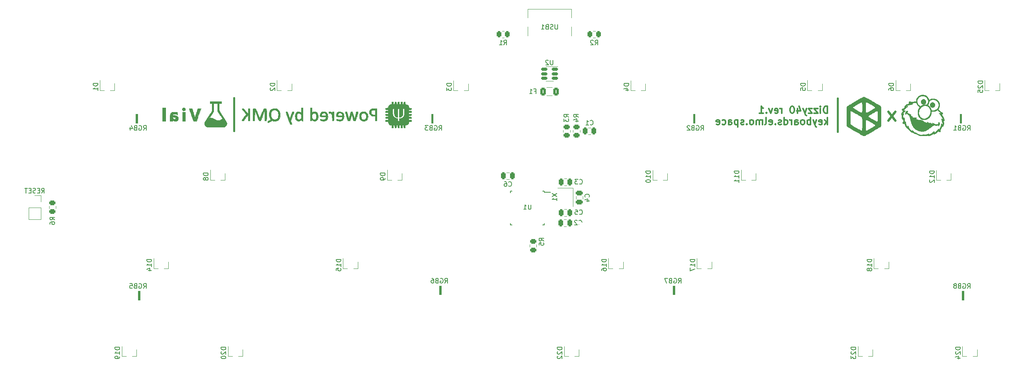
<source format=gbr>
%TF.GenerationSoftware,KiCad,Pcbnew,(6.0.1)*%
%TF.CreationDate,2022-06-07T22:41:37+02:00*%
%TF.ProjectId,dizzy40,64697a7a-7934-4302-9e6b-696361645f70,rev?*%
%TF.SameCoordinates,Original*%
%TF.FileFunction,Legend,Bot*%
%TF.FilePolarity,Positive*%
%FSLAX46Y46*%
G04 Gerber Fmt 4.6, Leading zero omitted, Abs format (unit mm)*
G04 Created by KiCad (PCBNEW (6.0.1)) date 2022-06-07 22:41:37*
%MOMM*%
%LPD*%
G01*
G04 APERTURE LIST*
G04 Aperture macros list*
%AMRoundRect*
0 Rectangle with rounded corners*
0 $1 Rounding radius*
0 $2 $3 $4 $5 $6 $7 $8 $9 X,Y pos of 4 corners*
0 Add a 4 corners polygon primitive as box body*
4,1,4,$2,$3,$4,$5,$6,$7,$8,$9,$2,$3,0*
0 Add four circle primitives for the rounded corners*
1,1,$1+$1,$2,$3*
1,1,$1+$1,$4,$5*
1,1,$1+$1,$6,$7*
1,1,$1+$1,$8,$9*
0 Add four rect primitives between the rounded corners*
20,1,$1+$1,$2,$3,$4,$5,0*
20,1,$1+$1,$4,$5,$6,$7,0*
20,1,$1+$1,$6,$7,$8,$9,0*
20,1,$1+$1,$8,$9,$2,$3,0*%
G04 Aperture macros list end*
%ADD10C,0.400000*%
%ADD11C,0.300000*%
%ADD12C,0.500000*%
%ADD13C,0.150000*%
%ADD14C,0.120000*%
%ADD15C,0.010000*%
%ADD16C,3.987800*%
%ADD17C,1.750000*%
%ADD18C,2.250000*%
%ADD19C,3.048000*%
%ADD20RoundRect,0.250000X-0.250000X-0.475000X0.250000X-0.475000X0.250000X0.475000X-0.250000X0.475000X0*%
%ADD21RoundRect,0.250000X-0.262500X-0.450000X0.262500X-0.450000X0.262500X0.450000X-0.262500X0.450000X0*%
%ADD22R,1.600000X0.550000*%
%ADD23R,0.550000X1.600000*%
%ADD24R,0.800000X0.900000*%
%ADD25R,0.700000X0.700000*%
%ADD26RoundRect,0.250000X0.450000X-0.262500X0.450000X0.262500X-0.450000X0.262500X-0.450000X-0.262500X0*%
%ADD27RoundRect,0.150000X0.512500X0.150000X-0.512500X0.150000X-0.512500X-0.150000X0.512500X-0.150000X0*%
%ADD28R,1.200000X1.400000*%
%ADD29RoundRect,0.250000X-0.475000X0.250000X-0.475000X-0.250000X0.475000X-0.250000X0.475000X0.250000X0*%
%ADD30RoundRect,0.250000X0.375000X0.625000X-0.375000X0.625000X-0.375000X-0.625000X0.375000X-0.625000X0*%
%ADD31RoundRect,0.250000X-0.450000X0.262500X-0.450000X-0.262500X0.450000X-0.262500X0.450000X0.262500X0*%
%ADD32RoundRect,0.250000X0.250000X0.475000X-0.250000X0.475000X-0.250000X-0.475000X0.250000X-0.475000X0*%
%ADD33RoundRect,0.250000X0.262500X0.450000X-0.262500X0.450000X-0.262500X-0.450000X0.262500X-0.450000X0*%
%ADD34R,1.700000X1.700000*%
%ADD35O,1.700000X1.700000*%
%ADD36C,0.650000*%
%ADD37R,0.600000X1.450000*%
%ADD38R,0.300000X1.450000*%
%ADD39O,1.000000X2.100000*%
%ADD40O,1.000000X1.600000*%
G04 APERTURE END LIST*
D10*
X209677000Y-82160571D02*
X209677000Y-75017714D01*
X79756000Y-82033571D02*
X79756000Y-74890714D01*
D11*
X207473857Y-78211071D02*
X207473857Y-76711071D01*
X207116714Y-76711071D01*
X206902428Y-76782500D01*
X206759571Y-76925357D01*
X206688142Y-77068214D01*
X206616714Y-77353928D01*
X206616714Y-77568214D01*
X206688142Y-77853928D01*
X206759571Y-77996785D01*
X206902428Y-78139642D01*
X207116714Y-78211071D01*
X207473857Y-78211071D01*
X205973857Y-78211071D02*
X205973857Y-77211071D01*
X205973857Y-76711071D02*
X206045285Y-76782500D01*
X205973857Y-76853928D01*
X205902428Y-76782500D01*
X205973857Y-76711071D01*
X205973857Y-76853928D01*
X205402428Y-77211071D02*
X204616714Y-77211071D01*
X205402428Y-78211071D01*
X204616714Y-78211071D01*
X204188142Y-77211071D02*
X203402428Y-77211071D01*
X204188142Y-78211071D01*
X203402428Y-78211071D01*
X202973857Y-77211071D02*
X202616714Y-78211071D01*
X202259571Y-77211071D02*
X202616714Y-78211071D01*
X202759571Y-78568214D01*
X202831000Y-78639642D01*
X202973857Y-78711071D01*
X201045285Y-77211071D02*
X201045285Y-78211071D01*
X201402428Y-76639642D02*
X201759571Y-77711071D01*
X200831000Y-77711071D01*
X199973857Y-76711071D02*
X199831000Y-76711071D01*
X199688142Y-76782500D01*
X199616714Y-76853928D01*
X199545285Y-76996785D01*
X199473857Y-77282500D01*
X199473857Y-77639642D01*
X199545285Y-77925357D01*
X199616714Y-78068214D01*
X199688142Y-78139642D01*
X199831000Y-78211071D01*
X199973857Y-78211071D01*
X200116714Y-78139642D01*
X200188142Y-78068214D01*
X200259571Y-77925357D01*
X200331000Y-77639642D01*
X200331000Y-77282500D01*
X200259571Y-76996785D01*
X200188142Y-76853928D01*
X200116714Y-76782500D01*
X199973857Y-76711071D01*
X197688142Y-78211071D02*
X197688142Y-77211071D01*
X197688142Y-77496785D02*
X197616714Y-77353928D01*
X197545285Y-77282500D01*
X197402428Y-77211071D01*
X197259571Y-77211071D01*
X196188142Y-78139642D02*
X196331000Y-78211071D01*
X196616714Y-78211071D01*
X196759571Y-78139642D01*
X196831000Y-77996785D01*
X196831000Y-77425357D01*
X196759571Y-77282500D01*
X196616714Y-77211071D01*
X196331000Y-77211071D01*
X196188142Y-77282500D01*
X196116714Y-77425357D01*
X196116714Y-77568214D01*
X196831000Y-77711071D01*
X195616714Y-77211071D02*
X195259571Y-78211071D01*
X194902428Y-77211071D01*
X194331000Y-78068214D02*
X194259571Y-78139642D01*
X194331000Y-78211071D01*
X194402428Y-78139642D01*
X194331000Y-78068214D01*
X194331000Y-78211071D01*
X192831000Y-78211071D02*
X193688142Y-78211071D01*
X193259571Y-78211071D02*
X193259571Y-76711071D01*
X193402428Y-76925357D01*
X193545285Y-77068214D01*
X193688142Y-77139642D01*
X207473857Y-80626071D02*
X207473857Y-79126071D01*
X207331000Y-80054642D02*
X206902428Y-80626071D01*
X206902428Y-79626071D02*
X207473857Y-80197500D01*
X205688142Y-80554642D02*
X205831000Y-80626071D01*
X206116714Y-80626071D01*
X206259571Y-80554642D01*
X206331000Y-80411785D01*
X206331000Y-79840357D01*
X206259571Y-79697500D01*
X206116714Y-79626071D01*
X205831000Y-79626071D01*
X205688142Y-79697500D01*
X205616714Y-79840357D01*
X205616714Y-79983214D01*
X206331000Y-80126071D01*
X205116714Y-79626071D02*
X204759571Y-80626071D01*
X204402428Y-79626071D02*
X204759571Y-80626071D01*
X204902428Y-80983214D01*
X204973857Y-81054642D01*
X205116714Y-81126071D01*
X203831000Y-80626071D02*
X203831000Y-79126071D01*
X203831000Y-79697500D02*
X203688142Y-79626071D01*
X203402428Y-79626071D01*
X203259571Y-79697500D01*
X203188142Y-79768928D01*
X203116714Y-79911785D01*
X203116714Y-80340357D01*
X203188142Y-80483214D01*
X203259571Y-80554642D01*
X203402428Y-80626071D01*
X203688142Y-80626071D01*
X203831000Y-80554642D01*
X202259571Y-80626071D02*
X202402428Y-80554642D01*
X202473857Y-80483214D01*
X202545285Y-80340357D01*
X202545285Y-79911785D01*
X202473857Y-79768928D01*
X202402428Y-79697500D01*
X202259571Y-79626071D01*
X202045285Y-79626071D01*
X201902428Y-79697500D01*
X201831000Y-79768928D01*
X201759571Y-79911785D01*
X201759571Y-80340357D01*
X201831000Y-80483214D01*
X201902428Y-80554642D01*
X202045285Y-80626071D01*
X202259571Y-80626071D01*
X200473857Y-80626071D02*
X200473857Y-79840357D01*
X200545285Y-79697500D01*
X200688142Y-79626071D01*
X200973857Y-79626071D01*
X201116714Y-79697500D01*
X200473857Y-80554642D02*
X200616714Y-80626071D01*
X200973857Y-80626071D01*
X201116714Y-80554642D01*
X201188142Y-80411785D01*
X201188142Y-80268928D01*
X201116714Y-80126071D01*
X200973857Y-80054642D01*
X200616714Y-80054642D01*
X200473857Y-79983214D01*
X199759571Y-80626071D02*
X199759571Y-79626071D01*
X199759571Y-79911785D02*
X199688142Y-79768928D01*
X199616714Y-79697500D01*
X199473857Y-79626071D01*
X199331000Y-79626071D01*
X198188142Y-80626071D02*
X198188142Y-79126071D01*
X198188142Y-80554642D02*
X198331000Y-80626071D01*
X198616714Y-80626071D01*
X198759571Y-80554642D01*
X198831000Y-80483214D01*
X198902428Y-80340357D01*
X198902428Y-79911785D01*
X198831000Y-79768928D01*
X198759571Y-79697500D01*
X198616714Y-79626071D01*
X198331000Y-79626071D01*
X198188142Y-79697500D01*
X197545285Y-80554642D02*
X197402428Y-80626071D01*
X197116714Y-80626071D01*
X196973857Y-80554642D01*
X196902428Y-80411785D01*
X196902428Y-80340357D01*
X196973857Y-80197500D01*
X197116714Y-80126071D01*
X197331000Y-80126071D01*
X197473857Y-80054642D01*
X197545285Y-79911785D01*
X197545285Y-79840357D01*
X197473857Y-79697500D01*
X197331000Y-79626071D01*
X197116714Y-79626071D01*
X196973857Y-79697500D01*
X196259571Y-80483214D02*
X196188142Y-80554642D01*
X196259571Y-80626071D01*
X196331000Y-80554642D01*
X196259571Y-80483214D01*
X196259571Y-80626071D01*
X194973857Y-80554642D02*
X195116714Y-80626071D01*
X195402428Y-80626071D01*
X195545285Y-80554642D01*
X195616714Y-80411785D01*
X195616714Y-79840357D01*
X195545285Y-79697500D01*
X195402428Y-79626071D01*
X195116714Y-79626071D01*
X194973857Y-79697500D01*
X194902428Y-79840357D01*
X194902428Y-79983214D01*
X195616714Y-80126071D01*
X194045285Y-80626071D02*
X194188142Y-80554642D01*
X194259571Y-80411785D01*
X194259571Y-79126071D01*
X193473857Y-80626071D02*
X193473857Y-79626071D01*
X193473857Y-79768928D02*
X193402428Y-79697500D01*
X193259571Y-79626071D01*
X193045285Y-79626071D01*
X192902428Y-79697500D01*
X192831000Y-79840357D01*
X192831000Y-80626071D01*
X192831000Y-79840357D02*
X192759571Y-79697500D01*
X192616714Y-79626071D01*
X192402428Y-79626071D01*
X192259571Y-79697500D01*
X192188142Y-79840357D01*
X192188142Y-80626071D01*
X191259571Y-80626071D02*
X191402428Y-80554642D01*
X191473857Y-80483214D01*
X191545285Y-80340357D01*
X191545285Y-79911785D01*
X191473857Y-79768928D01*
X191402428Y-79697500D01*
X191259571Y-79626071D01*
X191045285Y-79626071D01*
X190902428Y-79697500D01*
X190831000Y-79768928D01*
X190759571Y-79911785D01*
X190759571Y-80340357D01*
X190831000Y-80483214D01*
X190902428Y-80554642D01*
X191045285Y-80626071D01*
X191259571Y-80626071D01*
X190116714Y-80483214D02*
X190045285Y-80554642D01*
X190116714Y-80626071D01*
X190188142Y-80554642D01*
X190116714Y-80483214D01*
X190116714Y-80626071D01*
X189473857Y-80554642D02*
X189331000Y-80626071D01*
X189045285Y-80626071D01*
X188902428Y-80554642D01*
X188831000Y-80411785D01*
X188831000Y-80340357D01*
X188902428Y-80197500D01*
X189045285Y-80126071D01*
X189259571Y-80126071D01*
X189402428Y-80054642D01*
X189473857Y-79911785D01*
X189473857Y-79840357D01*
X189402428Y-79697500D01*
X189259571Y-79626071D01*
X189045285Y-79626071D01*
X188902428Y-79697500D01*
X188188142Y-79626071D02*
X188188142Y-81126071D01*
X188188142Y-79697500D02*
X188045285Y-79626071D01*
X187759571Y-79626071D01*
X187616714Y-79697500D01*
X187545285Y-79768928D01*
X187473857Y-79911785D01*
X187473857Y-80340357D01*
X187545285Y-80483214D01*
X187616714Y-80554642D01*
X187759571Y-80626071D01*
X188045285Y-80626071D01*
X188188142Y-80554642D01*
X186188142Y-80626071D02*
X186188142Y-79840357D01*
X186259571Y-79697500D01*
X186402428Y-79626071D01*
X186688142Y-79626071D01*
X186831000Y-79697500D01*
X186188142Y-80554642D02*
X186331000Y-80626071D01*
X186688142Y-80626071D01*
X186831000Y-80554642D01*
X186902428Y-80411785D01*
X186902428Y-80268928D01*
X186831000Y-80126071D01*
X186688142Y-80054642D01*
X186331000Y-80054642D01*
X186188142Y-79983214D01*
X184831000Y-80554642D02*
X184973857Y-80626071D01*
X185259571Y-80626071D01*
X185402428Y-80554642D01*
X185473857Y-80483214D01*
X185545285Y-80340357D01*
X185545285Y-79911785D01*
X185473857Y-79768928D01*
X185402428Y-79697500D01*
X185259571Y-79626071D01*
X184973857Y-79626071D01*
X184831000Y-79697500D01*
X183616714Y-80554642D02*
X183759571Y-80626071D01*
X184045285Y-80626071D01*
X184188142Y-80554642D01*
X184259571Y-80411785D01*
X184259571Y-79840357D01*
X184188142Y-79697500D01*
X184045285Y-79626071D01*
X183759571Y-79626071D01*
X183616714Y-79697500D01*
X183545285Y-79840357D01*
X183545285Y-79983214D01*
X184259571Y-80126071D01*
D12*
X222146714Y-79843142D02*
X220575285Y-77843142D01*
X222146714Y-77843142D02*
X220575285Y-79843142D01*
D13*
%TO.C,C2*%
X153986588Y-102160703D02*
X154034207Y-102208322D01*
X154177064Y-102255941D01*
X154272302Y-102255941D01*
X154415160Y-102208322D01*
X154510398Y-102113084D01*
X154558017Y-102017846D01*
X154605636Y-101827370D01*
X154605636Y-101684513D01*
X154558017Y-101494037D01*
X154510398Y-101398799D01*
X154415160Y-101303561D01*
X154272302Y-101255941D01*
X154177064Y-101255941D01*
X154034207Y-101303561D01*
X153986588Y-101351180D01*
X153605636Y-101351180D02*
X153558017Y-101303561D01*
X153462779Y-101255941D01*
X153224683Y-101255941D01*
X153129445Y-101303561D01*
X153081826Y-101351180D01*
X153034207Y-101446418D01*
X153034207Y-101541656D01*
X153081826Y-101684513D01*
X153653255Y-102255941D01*
X153034207Y-102255941D01*
%TO.C,R1*%
X137834666Y-63444380D02*
X138168000Y-62968190D01*
X138406095Y-63444380D02*
X138406095Y-62444380D01*
X138025142Y-62444380D01*
X137929904Y-62492000D01*
X137882285Y-62539619D01*
X137834666Y-62634857D01*
X137834666Y-62777714D01*
X137882285Y-62872952D01*
X137929904Y-62920571D01*
X138025142Y-62968190D01*
X138406095Y-62968190D01*
X136882285Y-63444380D02*
X137453714Y-63444380D01*
X137168000Y-63444380D02*
X137168000Y-62444380D01*
X137263238Y-62587238D01*
X137358476Y-62682476D01*
X137453714Y-62730095D01*
%TO.C,U1*%
X143662304Y-97902780D02*
X143662304Y-98712304D01*
X143614685Y-98807542D01*
X143567066Y-98855161D01*
X143471828Y-98902780D01*
X143281352Y-98902780D01*
X143186114Y-98855161D01*
X143138495Y-98807542D01*
X143090876Y-98712304D01*
X143090876Y-97902780D01*
X142090876Y-98902780D02*
X142662304Y-98902780D01*
X142376590Y-98902780D02*
X142376590Y-97902780D01*
X142471828Y-98045638D01*
X142567066Y-98140876D01*
X142662304Y-98188495D01*
%TO.C,D6*%
X221726380Y-71778904D02*
X220726380Y-71778904D01*
X220726380Y-72017000D01*
X220774000Y-72159857D01*
X220869238Y-72255095D01*
X220964476Y-72302714D01*
X221154952Y-72350333D01*
X221297809Y-72350333D01*
X221488285Y-72302714D01*
X221583523Y-72255095D01*
X221678761Y-72159857D01*
X221726380Y-72017000D01*
X221726380Y-71778904D01*
X220726380Y-73207476D02*
X220726380Y-73017000D01*
X220774000Y-72921761D01*
X220821619Y-72874142D01*
X220964476Y-72778904D01*
X221154952Y-72731285D01*
X221535904Y-72731285D01*
X221631142Y-72778904D01*
X221678761Y-72826523D01*
X221726380Y-72921761D01*
X221726380Y-73112238D01*
X221678761Y-73207476D01*
X221631142Y-73255095D01*
X221535904Y-73302714D01*
X221297809Y-73302714D01*
X221202571Y-73255095D01*
X221154952Y-73207476D01*
X221107333Y-73112238D01*
X221107333Y-72921761D01*
X221154952Y-72826523D01*
X221202571Y-72778904D01*
X221297809Y-72731285D01*
%TO.C,RGB3*%
X123848666Y-81859380D02*
X124182000Y-81383190D01*
X124420095Y-81859380D02*
X124420095Y-80859380D01*
X124039142Y-80859380D01*
X123943904Y-80907000D01*
X123896285Y-80954619D01*
X123848666Y-81049857D01*
X123848666Y-81192714D01*
X123896285Y-81287952D01*
X123943904Y-81335571D01*
X124039142Y-81383190D01*
X124420095Y-81383190D01*
X122896285Y-80907000D02*
X122991523Y-80859380D01*
X123134380Y-80859380D01*
X123277238Y-80907000D01*
X123372476Y-81002238D01*
X123420095Y-81097476D01*
X123467714Y-81287952D01*
X123467714Y-81430809D01*
X123420095Y-81621285D01*
X123372476Y-81716523D01*
X123277238Y-81811761D01*
X123134380Y-81859380D01*
X123039142Y-81859380D01*
X122896285Y-81811761D01*
X122848666Y-81764142D01*
X122848666Y-81430809D01*
X123039142Y-81430809D01*
X122086761Y-81335571D02*
X121943904Y-81383190D01*
X121896285Y-81430809D01*
X121848666Y-81526047D01*
X121848666Y-81668904D01*
X121896285Y-81764142D01*
X121943904Y-81811761D01*
X122039142Y-81859380D01*
X122420095Y-81859380D01*
X122420095Y-80859380D01*
X122086761Y-80859380D01*
X121991523Y-80907000D01*
X121943904Y-80954619D01*
X121896285Y-81049857D01*
X121896285Y-81145095D01*
X121943904Y-81240333D01*
X121991523Y-81287952D01*
X122086761Y-81335571D01*
X122420095Y-81335571D01*
X121515333Y-80859380D02*
X120896285Y-80859380D01*
X121229619Y-81240333D01*
X121086761Y-81240333D01*
X120991523Y-81287952D01*
X120943904Y-81335571D01*
X120896285Y-81430809D01*
X120896285Y-81668904D01*
X120943904Y-81764142D01*
X120991523Y-81811761D01*
X121086761Y-81859380D01*
X121372476Y-81859380D01*
X121467714Y-81811761D01*
X121515333Y-81764142D01*
%TO.C,D19*%
X55102380Y-128579714D02*
X54102380Y-128579714D01*
X54102380Y-128817809D01*
X54150000Y-128960666D01*
X54245238Y-129055904D01*
X54340476Y-129103523D01*
X54530952Y-129151142D01*
X54673809Y-129151142D01*
X54864285Y-129103523D01*
X54959523Y-129055904D01*
X55054761Y-128960666D01*
X55102380Y-128817809D01*
X55102380Y-128579714D01*
X55102380Y-130103523D02*
X55102380Y-129532095D01*
X55102380Y-129817809D02*
X54102380Y-129817809D01*
X54245238Y-129722571D01*
X54340476Y-129627333D01*
X54388095Y-129532095D01*
X55102380Y-130579714D02*
X55102380Y-130770190D01*
X55054761Y-130865428D01*
X55007142Y-130913047D01*
X54864285Y-131008285D01*
X54673809Y-131055904D01*
X54292857Y-131055904D01*
X54197619Y-131008285D01*
X54150000Y-130960666D01*
X54102380Y-130865428D01*
X54102380Y-130674952D01*
X54150000Y-130579714D01*
X54197619Y-130532095D01*
X54292857Y-130484476D01*
X54530952Y-130484476D01*
X54626190Y-130532095D01*
X54673809Y-130579714D01*
X54721428Y-130674952D01*
X54721428Y-130865428D01*
X54673809Y-130960666D01*
X54626190Y-131008285D01*
X54530952Y-131055904D01*
%TO.C,D2*%
X88503380Y-71778904D02*
X87503380Y-71778904D01*
X87503380Y-72017000D01*
X87551000Y-72159857D01*
X87646238Y-72255095D01*
X87741476Y-72302714D01*
X87931952Y-72350333D01*
X88074809Y-72350333D01*
X88265285Y-72302714D01*
X88360523Y-72255095D01*
X88455761Y-72159857D01*
X88503380Y-72017000D01*
X88503380Y-71778904D01*
X87598619Y-72731285D02*
X87551000Y-72778904D01*
X87503380Y-72874142D01*
X87503380Y-73112238D01*
X87551000Y-73207476D01*
X87598619Y-73255095D01*
X87693857Y-73302714D01*
X87789095Y-73302714D01*
X87931952Y-73255095D01*
X88503380Y-72683666D01*
X88503380Y-73302714D01*
%TO.C,C3*%
X154094351Y-93360052D02*
X154141970Y-93407671D01*
X154284827Y-93455290D01*
X154380065Y-93455290D01*
X154522923Y-93407671D01*
X154618161Y-93312433D01*
X154665780Y-93217195D01*
X154713399Y-93026719D01*
X154713399Y-92883862D01*
X154665780Y-92693386D01*
X154618161Y-92598148D01*
X154522923Y-92502910D01*
X154380065Y-92455290D01*
X154284827Y-92455290D01*
X154141970Y-92502910D01*
X154094351Y-92550529D01*
X153761018Y-92455290D02*
X153141970Y-92455290D01*
X153475304Y-92836243D01*
X153332446Y-92836243D01*
X153237208Y-92883862D01*
X153189589Y-92931481D01*
X153141970Y-93026719D01*
X153141970Y-93264814D01*
X153189589Y-93360052D01*
X153237208Y-93407671D01*
X153332446Y-93455290D01*
X153618161Y-93455290D01*
X153713399Y-93407671D01*
X153761018Y-93360052D01*
%TO.C,D18*%
X217027380Y-109656714D02*
X216027380Y-109656714D01*
X216027380Y-109894809D01*
X216075000Y-110037666D01*
X216170238Y-110132904D01*
X216265476Y-110180523D01*
X216455952Y-110228142D01*
X216598809Y-110228142D01*
X216789285Y-110180523D01*
X216884523Y-110132904D01*
X216979761Y-110037666D01*
X217027380Y-109894809D01*
X217027380Y-109656714D01*
X217027380Y-111180523D02*
X217027380Y-110609095D01*
X217027380Y-110894809D02*
X216027380Y-110894809D01*
X216170238Y-110799571D01*
X216265476Y-110704333D01*
X216313095Y-110609095D01*
X216455952Y-111751952D02*
X216408333Y-111656714D01*
X216360714Y-111609095D01*
X216265476Y-111561476D01*
X216217857Y-111561476D01*
X216122619Y-111609095D01*
X216075000Y-111656714D01*
X216027380Y-111751952D01*
X216027380Y-111942428D01*
X216075000Y-112037666D01*
X216122619Y-112085285D01*
X216217857Y-112132904D01*
X216265476Y-112132904D01*
X216360714Y-112085285D01*
X216408333Y-112037666D01*
X216455952Y-111942428D01*
X216455952Y-111751952D01*
X216503571Y-111656714D01*
X216551190Y-111609095D01*
X216646428Y-111561476D01*
X216836904Y-111561476D01*
X216932142Y-111609095D01*
X216979761Y-111656714D01*
X217027380Y-111751952D01*
X217027380Y-111942428D01*
X216979761Y-112037666D01*
X216932142Y-112085285D01*
X216836904Y-112132904D01*
X216646428Y-112132904D01*
X216551190Y-112085285D01*
X216503571Y-112037666D01*
X216455952Y-111942428D01*
%TO.C,D11*%
X188452380Y-90606714D02*
X187452380Y-90606714D01*
X187452380Y-90844809D01*
X187500000Y-90987666D01*
X187595238Y-91082904D01*
X187690476Y-91130523D01*
X187880952Y-91178142D01*
X188023809Y-91178142D01*
X188214285Y-91130523D01*
X188309523Y-91082904D01*
X188404761Y-90987666D01*
X188452380Y-90844809D01*
X188452380Y-90606714D01*
X188452380Y-92130523D02*
X188452380Y-91559095D01*
X188452380Y-91844809D02*
X187452380Y-91844809D01*
X187595238Y-91749571D01*
X187690476Y-91654333D01*
X187738095Y-91559095D01*
X188452380Y-93082904D02*
X188452380Y-92511476D01*
X188452380Y-92797190D02*
X187452380Y-92797190D01*
X187595238Y-92701952D01*
X187690476Y-92606714D01*
X187738095Y-92511476D01*
%TO.C,D1*%
X50377980Y-71753504D02*
X49377980Y-71753504D01*
X49377980Y-71991600D01*
X49425600Y-72134457D01*
X49520838Y-72229695D01*
X49616076Y-72277314D01*
X49806552Y-72324933D01*
X49949409Y-72324933D01*
X50139885Y-72277314D01*
X50235123Y-72229695D01*
X50330361Y-72134457D01*
X50377980Y-71991600D01*
X50377980Y-71753504D01*
X50377980Y-73277314D02*
X50377980Y-72705885D01*
X50377980Y-72991600D02*
X49377980Y-72991600D01*
X49520838Y-72896361D01*
X49616076Y-72801123D01*
X49663695Y-72705885D01*
%TO.C,R5*%
X146400780Y-105700533D02*
X145924590Y-105367200D01*
X146400780Y-105129104D02*
X145400780Y-105129104D01*
X145400780Y-105510057D01*
X145448400Y-105605295D01*
X145496019Y-105652914D01*
X145591257Y-105700533D01*
X145734114Y-105700533D01*
X145829352Y-105652914D01*
X145876971Y-105605295D01*
X145924590Y-105510057D01*
X145924590Y-105129104D01*
X145400780Y-106605295D02*
X145400780Y-106129104D01*
X145876971Y-106081485D01*
X145829352Y-106129104D01*
X145781733Y-106224342D01*
X145781733Y-106462438D01*
X145829352Y-106557676D01*
X145876971Y-106605295D01*
X145972209Y-106652914D01*
X146210304Y-106652914D01*
X146305542Y-106605295D01*
X146353161Y-106557676D01*
X146400780Y-106462438D01*
X146400780Y-106224342D01*
X146353161Y-106129104D01*
X146305542Y-106081485D01*
%TO.C,D9*%
X112252380Y-91082904D02*
X111252380Y-91082904D01*
X111252380Y-91321000D01*
X111300000Y-91463857D01*
X111395238Y-91559095D01*
X111490476Y-91606714D01*
X111680952Y-91654333D01*
X111823809Y-91654333D01*
X112014285Y-91606714D01*
X112109523Y-91559095D01*
X112204761Y-91463857D01*
X112252380Y-91321000D01*
X112252380Y-91082904D01*
X112252380Y-92130523D02*
X112252380Y-92321000D01*
X112204761Y-92416238D01*
X112157142Y-92463857D01*
X112014285Y-92559095D01*
X111823809Y-92606714D01*
X111442857Y-92606714D01*
X111347619Y-92559095D01*
X111300000Y-92511476D01*
X111252380Y-92416238D01*
X111252380Y-92225761D01*
X111300000Y-92130523D01*
X111347619Y-92082904D01*
X111442857Y-92035285D01*
X111680952Y-92035285D01*
X111776190Y-92082904D01*
X111823809Y-92130523D01*
X111871428Y-92225761D01*
X111871428Y-92416238D01*
X111823809Y-92511476D01*
X111776190Y-92559095D01*
X111680952Y-92606714D01*
%TO.C,D23*%
X213598380Y-128579714D02*
X212598380Y-128579714D01*
X212598380Y-128817809D01*
X212646000Y-128960666D01*
X212741238Y-129055904D01*
X212836476Y-129103523D01*
X213026952Y-129151142D01*
X213169809Y-129151142D01*
X213360285Y-129103523D01*
X213455523Y-129055904D01*
X213550761Y-128960666D01*
X213598380Y-128817809D01*
X213598380Y-128579714D01*
X212693619Y-129532095D02*
X212646000Y-129579714D01*
X212598380Y-129674952D01*
X212598380Y-129913047D01*
X212646000Y-130008285D01*
X212693619Y-130055904D01*
X212788857Y-130103523D01*
X212884095Y-130103523D01*
X213026952Y-130055904D01*
X213598380Y-129484476D01*
X213598380Y-130103523D01*
X212598380Y-130436857D02*
X212598380Y-131055904D01*
X212979333Y-130722571D01*
X212979333Y-130865428D01*
X213026952Y-130960666D01*
X213074571Y-131008285D01*
X213169809Y-131055904D01*
X213407904Y-131055904D01*
X213503142Y-131008285D01*
X213550761Y-130960666D01*
X213598380Y-130865428D01*
X213598380Y-130579714D01*
X213550761Y-130484476D01*
X213503142Y-130436857D01*
%TO.C,D14*%
X61960380Y-109656714D02*
X60960380Y-109656714D01*
X60960380Y-109894809D01*
X61008000Y-110037666D01*
X61103238Y-110132904D01*
X61198476Y-110180523D01*
X61388952Y-110228142D01*
X61531809Y-110228142D01*
X61722285Y-110180523D01*
X61817523Y-110132904D01*
X61912761Y-110037666D01*
X61960380Y-109894809D01*
X61960380Y-109656714D01*
X61960380Y-111180523D02*
X61960380Y-110609095D01*
X61960380Y-110894809D02*
X60960380Y-110894809D01*
X61103238Y-110799571D01*
X61198476Y-110704333D01*
X61246095Y-110609095D01*
X61293714Y-112037666D02*
X61960380Y-112037666D01*
X60912761Y-111799571D02*
X61627047Y-111561476D01*
X61627047Y-112180523D01*
%TO.C,RGB7*%
X175410666Y-114752380D02*
X175744000Y-114276190D01*
X175982095Y-114752380D02*
X175982095Y-113752380D01*
X175601142Y-113752380D01*
X175505904Y-113800000D01*
X175458285Y-113847619D01*
X175410666Y-113942857D01*
X175410666Y-114085714D01*
X175458285Y-114180952D01*
X175505904Y-114228571D01*
X175601142Y-114276190D01*
X175982095Y-114276190D01*
X174458285Y-113800000D02*
X174553523Y-113752380D01*
X174696380Y-113752380D01*
X174839238Y-113800000D01*
X174934476Y-113895238D01*
X174982095Y-113990476D01*
X175029714Y-114180952D01*
X175029714Y-114323809D01*
X174982095Y-114514285D01*
X174934476Y-114609523D01*
X174839238Y-114704761D01*
X174696380Y-114752380D01*
X174601142Y-114752380D01*
X174458285Y-114704761D01*
X174410666Y-114657142D01*
X174410666Y-114323809D01*
X174601142Y-114323809D01*
X173648761Y-114228571D02*
X173505904Y-114276190D01*
X173458285Y-114323809D01*
X173410666Y-114419047D01*
X173410666Y-114561904D01*
X173458285Y-114657142D01*
X173505904Y-114704761D01*
X173601142Y-114752380D01*
X173982095Y-114752380D01*
X173982095Y-113752380D01*
X173648761Y-113752380D01*
X173553523Y-113800000D01*
X173505904Y-113847619D01*
X173458285Y-113942857D01*
X173458285Y-114038095D01*
X173505904Y-114133333D01*
X173553523Y-114180952D01*
X173648761Y-114228571D01*
X173982095Y-114228571D01*
X173077333Y-113752380D02*
X172410666Y-113752380D01*
X172839238Y-114752380D01*
%TO.C,RGB6*%
X125118666Y-114752380D02*
X125452000Y-114276190D01*
X125690095Y-114752380D02*
X125690095Y-113752380D01*
X125309142Y-113752380D01*
X125213904Y-113800000D01*
X125166285Y-113847619D01*
X125118666Y-113942857D01*
X125118666Y-114085714D01*
X125166285Y-114180952D01*
X125213904Y-114228571D01*
X125309142Y-114276190D01*
X125690095Y-114276190D01*
X124166285Y-113800000D02*
X124261523Y-113752380D01*
X124404380Y-113752380D01*
X124547238Y-113800000D01*
X124642476Y-113895238D01*
X124690095Y-113990476D01*
X124737714Y-114180952D01*
X124737714Y-114323809D01*
X124690095Y-114514285D01*
X124642476Y-114609523D01*
X124547238Y-114704761D01*
X124404380Y-114752380D01*
X124309142Y-114752380D01*
X124166285Y-114704761D01*
X124118666Y-114657142D01*
X124118666Y-114323809D01*
X124309142Y-114323809D01*
X123356761Y-114228571D02*
X123213904Y-114276190D01*
X123166285Y-114323809D01*
X123118666Y-114419047D01*
X123118666Y-114561904D01*
X123166285Y-114657142D01*
X123213904Y-114704761D01*
X123309142Y-114752380D01*
X123690095Y-114752380D01*
X123690095Y-113752380D01*
X123356761Y-113752380D01*
X123261523Y-113800000D01*
X123213904Y-113847619D01*
X123166285Y-113942857D01*
X123166285Y-114038095D01*
X123213904Y-114133333D01*
X123261523Y-114180952D01*
X123356761Y-114228571D01*
X123690095Y-114228571D01*
X122261523Y-113752380D02*
X122452000Y-113752380D01*
X122547238Y-113800000D01*
X122594857Y-113847619D01*
X122690095Y-113990476D01*
X122737714Y-114180952D01*
X122737714Y-114561904D01*
X122690095Y-114657142D01*
X122642476Y-114704761D01*
X122547238Y-114752380D01*
X122356761Y-114752380D01*
X122261523Y-114704761D01*
X122213904Y-114657142D01*
X122166285Y-114561904D01*
X122166285Y-114323809D01*
X122213904Y-114228571D01*
X122261523Y-114180952D01*
X122356761Y-114133333D01*
X122547238Y-114133333D01*
X122642476Y-114180952D01*
X122690095Y-114228571D01*
X122737714Y-114323809D01*
%TO.C,D15*%
X102727380Y-109656714D02*
X101727380Y-109656714D01*
X101727380Y-109894809D01*
X101775000Y-110037666D01*
X101870238Y-110132904D01*
X101965476Y-110180523D01*
X102155952Y-110228142D01*
X102298809Y-110228142D01*
X102489285Y-110180523D01*
X102584523Y-110132904D01*
X102679761Y-110037666D01*
X102727380Y-109894809D01*
X102727380Y-109656714D01*
X102727380Y-111180523D02*
X102727380Y-110609095D01*
X102727380Y-110894809D02*
X101727380Y-110894809D01*
X101870238Y-110799571D01*
X101965476Y-110704333D01*
X102013095Y-110609095D01*
X101727380Y-112085285D02*
X101727380Y-111609095D01*
X102203571Y-111561476D01*
X102155952Y-111609095D01*
X102108333Y-111704333D01*
X102108333Y-111942428D01*
X102155952Y-112037666D01*
X102203571Y-112085285D01*
X102298809Y-112132904D01*
X102536904Y-112132904D01*
X102632142Y-112085285D01*
X102679761Y-112037666D01*
X102727380Y-111942428D01*
X102727380Y-111704333D01*
X102679761Y-111609095D01*
X102632142Y-111561476D01*
%TO.C,D10*%
X169402380Y-90632114D02*
X168402380Y-90632114D01*
X168402380Y-90870209D01*
X168450000Y-91013066D01*
X168545238Y-91108304D01*
X168640476Y-91155923D01*
X168830952Y-91203542D01*
X168973809Y-91203542D01*
X169164285Y-91155923D01*
X169259523Y-91108304D01*
X169354761Y-91013066D01*
X169402380Y-90870209D01*
X169402380Y-90632114D01*
X169402380Y-92155923D02*
X169402380Y-91584495D01*
X169402380Y-91870209D02*
X168402380Y-91870209D01*
X168545238Y-91774971D01*
X168640476Y-91679733D01*
X168688095Y-91584495D01*
X168402380Y-92774971D02*
X168402380Y-92870209D01*
X168450000Y-92965447D01*
X168497619Y-93013066D01*
X168592857Y-93060685D01*
X168783333Y-93108304D01*
X169021428Y-93108304D01*
X169211904Y-93060685D01*
X169307142Y-93013066D01*
X169354761Y-92965447D01*
X169402380Y-92870209D01*
X169402380Y-92774971D01*
X169354761Y-92679733D01*
X169307142Y-92632114D01*
X169211904Y-92584495D01*
X169021428Y-92536876D01*
X168783333Y-92536876D01*
X168592857Y-92584495D01*
X168497619Y-92632114D01*
X168450000Y-92679733D01*
X168402380Y-92774971D01*
%TO.C,U2*%
X148386704Y-66749980D02*
X148386704Y-67559504D01*
X148339085Y-67654742D01*
X148291466Y-67702361D01*
X148196228Y-67749980D01*
X148005752Y-67749980D01*
X147910514Y-67702361D01*
X147862895Y-67654742D01*
X147815276Y-67559504D01*
X147815276Y-66749980D01*
X147386704Y-66845219D02*
X147339085Y-66797600D01*
X147243847Y-66749980D01*
X147005752Y-66749980D01*
X146910514Y-66797600D01*
X146862895Y-66845219D01*
X146815276Y-66940457D01*
X146815276Y-67035695D01*
X146862895Y-67178552D01*
X147434323Y-67749980D01*
X146815276Y-67749980D01*
%TO.C,RGB1*%
X237640666Y-81859380D02*
X237974000Y-81383190D01*
X238212095Y-81859380D02*
X238212095Y-80859380D01*
X237831142Y-80859380D01*
X237735904Y-80907000D01*
X237688285Y-80954619D01*
X237640666Y-81049857D01*
X237640666Y-81192714D01*
X237688285Y-81287952D01*
X237735904Y-81335571D01*
X237831142Y-81383190D01*
X238212095Y-81383190D01*
X236688285Y-80907000D02*
X236783523Y-80859380D01*
X236926380Y-80859380D01*
X237069238Y-80907000D01*
X237164476Y-81002238D01*
X237212095Y-81097476D01*
X237259714Y-81287952D01*
X237259714Y-81430809D01*
X237212095Y-81621285D01*
X237164476Y-81716523D01*
X237069238Y-81811761D01*
X236926380Y-81859380D01*
X236831142Y-81859380D01*
X236688285Y-81811761D01*
X236640666Y-81764142D01*
X236640666Y-81430809D01*
X236831142Y-81430809D01*
X235878761Y-81335571D02*
X235735904Y-81383190D01*
X235688285Y-81430809D01*
X235640666Y-81526047D01*
X235640666Y-81668904D01*
X235688285Y-81764142D01*
X235735904Y-81811761D01*
X235831142Y-81859380D01*
X236212095Y-81859380D01*
X236212095Y-80859380D01*
X235878761Y-80859380D01*
X235783523Y-80907000D01*
X235735904Y-80954619D01*
X235688285Y-81049857D01*
X235688285Y-81145095D01*
X235735904Y-81240333D01*
X235783523Y-81287952D01*
X235878761Y-81335571D01*
X236212095Y-81335571D01*
X234688285Y-81859380D02*
X235259714Y-81859380D01*
X234974000Y-81859380D02*
X234974000Y-80859380D01*
X235069238Y-81002238D01*
X235164476Y-81097476D01*
X235259714Y-81145095D01*
%TO.C,D24*%
X236077380Y-128579714D02*
X235077380Y-128579714D01*
X235077380Y-128817809D01*
X235125000Y-128960666D01*
X235220238Y-129055904D01*
X235315476Y-129103523D01*
X235505952Y-129151142D01*
X235648809Y-129151142D01*
X235839285Y-129103523D01*
X235934523Y-129055904D01*
X236029761Y-128960666D01*
X236077380Y-128817809D01*
X236077380Y-128579714D01*
X235172619Y-129532095D02*
X235125000Y-129579714D01*
X235077380Y-129674952D01*
X235077380Y-129913047D01*
X235125000Y-130008285D01*
X235172619Y-130055904D01*
X235267857Y-130103523D01*
X235363095Y-130103523D01*
X235505952Y-130055904D01*
X236077380Y-129484476D01*
X236077380Y-130103523D01*
X235410714Y-130960666D02*
X236077380Y-130960666D01*
X235029761Y-130722571D02*
X235744047Y-130484476D01*
X235744047Y-131103523D01*
%TO.C,D8*%
X74152380Y-91082904D02*
X73152380Y-91082904D01*
X73152380Y-91321000D01*
X73200000Y-91463857D01*
X73295238Y-91559095D01*
X73390476Y-91606714D01*
X73580952Y-91654333D01*
X73723809Y-91654333D01*
X73914285Y-91606714D01*
X74009523Y-91559095D01*
X74104761Y-91463857D01*
X74152380Y-91321000D01*
X74152380Y-91082904D01*
X73580952Y-92225761D02*
X73533333Y-92130523D01*
X73485714Y-92082904D01*
X73390476Y-92035285D01*
X73342857Y-92035285D01*
X73247619Y-92082904D01*
X73200000Y-92130523D01*
X73152380Y-92225761D01*
X73152380Y-92416238D01*
X73200000Y-92511476D01*
X73247619Y-92559095D01*
X73342857Y-92606714D01*
X73390476Y-92606714D01*
X73485714Y-92559095D01*
X73533333Y-92511476D01*
X73580952Y-92416238D01*
X73580952Y-92225761D01*
X73628571Y-92130523D01*
X73676190Y-92082904D01*
X73771428Y-92035285D01*
X73961904Y-92035285D01*
X74057142Y-92082904D01*
X74104761Y-92130523D01*
X74152380Y-92225761D01*
X74152380Y-92416238D01*
X74104761Y-92511476D01*
X74057142Y-92559095D01*
X73961904Y-92606714D01*
X73771428Y-92606714D01*
X73676190Y-92559095D01*
X73628571Y-92511476D01*
X73580952Y-92416238D01*
%TO.C,X1*%
X148243359Y-95462199D02*
X149243359Y-96128865D01*
X148243359Y-96128865D02*
X149243359Y-95462199D01*
X149243359Y-97033627D02*
X149243359Y-96462199D01*
X149243359Y-96747913D02*
X148243359Y-96747913D01*
X148386217Y-96652675D01*
X148481455Y-96557437D01*
X148529074Y-96462199D01*
%TO.C,RGB4*%
X60221666Y-81859380D02*
X60555000Y-81383190D01*
X60793095Y-81859380D02*
X60793095Y-80859380D01*
X60412142Y-80859380D01*
X60316904Y-80907000D01*
X60269285Y-80954619D01*
X60221666Y-81049857D01*
X60221666Y-81192714D01*
X60269285Y-81287952D01*
X60316904Y-81335571D01*
X60412142Y-81383190D01*
X60793095Y-81383190D01*
X59269285Y-80907000D02*
X59364523Y-80859380D01*
X59507380Y-80859380D01*
X59650238Y-80907000D01*
X59745476Y-81002238D01*
X59793095Y-81097476D01*
X59840714Y-81287952D01*
X59840714Y-81430809D01*
X59793095Y-81621285D01*
X59745476Y-81716523D01*
X59650238Y-81811761D01*
X59507380Y-81859380D01*
X59412142Y-81859380D01*
X59269285Y-81811761D01*
X59221666Y-81764142D01*
X59221666Y-81430809D01*
X59412142Y-81430809D01*
X58459761Y-81335571D02*
X58316904Y-81383190D01*
X58269285Y-81430809D01*
X58221666Y-81526047D01*
X58221666Y-81668904D01*
X58269285Y-81764142D01*
X58316904Y-81811761D01*
X58412142Y-81859380D01*
X58793095Y-81859380D01*
X58793095Y-80859380D01*
X58459761Y-80859380D01*
X58364523Y-80907000D01*
X58316904Y-80954619D01*
X58269285Y-81049857D01*
X58269285Y-81145095D01*
X58316904Y-81240333D01*
X58364523Y-81287952D01*
X58459761Y-81335571D01*
X58793095Y-81335571D01*
X57364523Y-81192714D02*
X57364523Y-81859380D01*
X57602619Y-80811761D02*
X57840714Y-81526047D01*
X57221666Y-81526047D01*
%TO.C,C4*%
X156160742Y-96251733D02*
X156208361Y-96204114D01*
X156255980Y-96061257D01*
X156255980Y-95966019D01*
X156208361Y-95823161D01*
X156113123Y-95727923D01*
X156017885Y-95680304D01*
X155827409Y-95632685D01*
X155684552Y-95632685D01*
X155494076Y-95680304D01*
X155398838Y-95727923D01*
X155303600Y-95823161D01*
X155255980Y-95966019D01*
X155255980Y-96061257D01*
X155303600Y-96204114D01*
X155351219Y-96251733D01*
X155589314Y-97108876D02*
X156255980Y-97108876D01*
X155208361Y-96870780D02*
X155922647Y-96632685D01*
X155922647Y-97251733D01*
%TO.C,D17*%
X178927380Y-109656714D02*
X177927380Y-109656714D01*
X177927380Y-109894809D01*
X177975000Y-110037666D01*
X178070238Y-110132904D01*
X178165476Y-110180523D01*
X178355952Y-110228142D01*
X178498809Y-110228142D01*
X178689285Y-110180523D01*
X178784523Y-110132904D01*
X178879761Y-110037666D01*
X178927380Y-109894809D01*
X178927380Y-109656714D01*
X178927380Y-111180523D02*
X178927380Y-110609095D01*
X178927380Y-110894809D02*
X177927380Y-110894809D01*
X178070238Y-110799571D01*
X178165476Y-110704333D01*
X178213095Y-110609095D01*
X177927380Y-111513857D02*
X177927380Y-112180523D01*
X178927380Y-111751952D01*
%TO.C,RGB8*%
X237640666Y-115895380D02*
X237974000Y-115419190D01*
X238212095Y-115895380D02*
X238212095Y-114895380D01*
X237831142Y-114895380D01*
X237735904Y-114943000D01*
X237688285Y-114990619D01*
X237640666Y-115085857D01*
X237640666Y-115228714D01*
X237688285Y-115323952D01*
X237735904Y-115371571D01*
X237831142Y-115419190D01*
X238212095Y-115419190D01*
X236688285Y-114943000D02*
X236783523Y-114895380D01*
X236926380Y-114895380D01*
X237069238Y-114943000D01*
X237164476Y-115038238D01*
X237212095Y-115133476D01*
X237259714Y-115323952D01*
X237259714Y-115466809D01*
X237212095Y-115657285D01*
X237164476Y-115752523D01*
X237069238Y-115847761D01*
X236926380Y-115895380D01*
X236831142Y-115895380D01*
X236688285Y-115847761D01*
X236640666Y-115800142D01*
X236640666Y-115466809D01*
X236831142Y-115466809D01*
X235878761Y-115371571D02*
X235735904Y-115419190D01*
X235688285Y-115466809D01*
X235640666Y-115562047D01*
X235640666Y-115704904D01*
X235688285Y-115800142D01*
X235735904Y-115847761D01*
X235831142Y-115895380D01*
X236212095Y-115895380D01*
X236212095Y-114895380D01*
X235878761Y-114895380D01*
X235783523Y-114943000D01*
X235735904Y-114990619D01*
X235688285Y-115085857D01*
X235688285Y-115181095D01*
X235735904Y-115276333D01*
X235783523Y-115323952D01*
X235878761Y-115371571D01*
X236212095Y-115371571D01*
X235069238Y-115323952D02*
X235164476Y-115276333D01*
X235212095Y-115228714D01*
X235259714Y-115133476D01*
X235259714Y-115085857D01*
X235212095Y-114990619D01*
X235164476Y-114943000D01*
X235069238Y-114895380D01*
X234878761Y-114895380D01*
X234783523Y-114943000D01*
X234735904Y-114990619D01*
X234688285Y-115085857D01*
X234688285Y-115133476D01*
X234735904Y-115228714D01*
X234783523Y-115276333D01*
X234878761Y-115323952D01*
X235069238Y-115323952D01*
X235164476Y-115371571D01*
X235212095Y-115419190D01*
X235259714Y-115514428D01*
X235259714Y-115704904D01*
X235212095Y-115800142D01*
X235164476Y-115847761D01*
X235069238Y-115895380D01*
X234878761Y-115895380D01*
X234783523Y-115847761D01*
X234735904Y-115800142D01*
X234688285Y-115704904D01*
X234688285Y-115514428D01*
X234735904Y-115419190D01*
X234783523Y-115371571D01*
X234878761Y-115323952D01*
%TO.C,D16*%
X159877380Y-109656714D02*
X158877380Y-109656714D01*
X158877380Y-109894809D01*
X158925000Y-110037666D01*
X159020238Y-110132904D01*
X159115476Y-110180523D01*
X159305952Y-110228142D01*
X159448809Y-110228142D01*
X159639285Y-110180523D01*
X159734523Y-110132904D01*
X159829761Y-110037666D01*
X159877380Y-109894809D01*
X159877380Y-109656714D01*
X159877380Y-111180523D02*
X159877380Y-110609095D01*
X159877380Y-110894809D02*
X158877380Y-110894809D01*
X159020238Y-110799571D01*
X159115476Y-110704333D01*
X159163095Y-110609095D01*
X158877380Y-112037666D02*
X158877380Y-111847190D01*
X158925000Y-111751952D01*
X158972619Y-111704333D01*
X159115476Y-111609095D01*
X159305952Y-111561476D01*
X159686904Y-111561476D01*
X159782142Y-111609095D01*
X159829761Y-111656714D01*
X159877380Y-111751952D01*
X159877380Y-111942428D01*
X159829761Y-112037666D01*
X159782142Y-112085285D01*
X159686904Y-112132904D01*
X159448809Y-112132904D01*
X159353571Y-112085285D01*
X159305952Y-112037666D01*
X159258333Y-111942428D01*
X159258333Y-111751952D01*
X159305952Y-111656714D01*
X159353571Y-111609095D01*
X159448809Y-111561476D01*
%TO.C,D3*%
X126527180Y-71804304D02*
X125527180Y-71804304D01*
X125527180Y-72042400D01*
X125574800Y-72185257D01*
X125670038Y-72280495D01*
X125765276Y-72328114D01*
X125955752Y-72375733D01*
X126098609Y-72375733D01*
X126289085Y-72328114D01*
X126384323Y-72280495D01*
X126479561Y-72185257D01*
X126527180Y-72042400D01*
X126527180Y-71804304D01*
X125527180Y-72709066D02*
X125527180Y-73328114D01*
X125908133Y-72994780D01*
X125908133Y-73137638D01*
X125955752Y-73232876D01*
X126003371Y-73280495D01*
X126098609Y-73328114D01*
X126336704Y-73328114D01*
X126431942Y-73280495D01*
X126479561Y-73232876D01*
X126527180Y-73137638D01*
X126527180Y-72851923D01*
X126479561Y-72756685D01*
X126431942Y-72709066D01*
%TO.C,R6*%
X41092380Y-101179333D02*
X40616190Y-100846000D01*
X41092380Y-100607904D02*
X40092380Y-100607904D01*
X40092380Y-100988857D01*
X40140000Y-101084095D01*
X40187619Y-101131714D01*
X40282857Y-101179333D01*
X40425714Y-101179333D01*
X40520952Y-101131714D01*
X40568571Y-101084095D01*
X40616190Y-100988857D01*
X40616190Y-100607904D01*
X40092380Y-102036476D02*
X40092380Y-101846000D01*
X40140000Y-101750761D01*
X40187619Y-101703142D01*
X40330476Y-101607904D01*
X40520952Y-101560285D01*
X40901904Y-101560285D01*
X40997142Y-101607904D01*
X41044761Y-101655523D01*
X41092380Y-101750761D01*
X41092380Y-101941238D01*
X41044761Y-102036476D01*
X40997142Y-102084095D01*
X40901904Y-102131714D01*
X40663809Y-102131714D01*
X40568571Y-102084095D01*
X40520952Y-102036476D01*
X40473333Y-101941238D01*
X40473333Y-101750761D01*
X40520952Y-101655523D01*
X40568571Y-101607904D01*
X40663809Y-101560285D01*
%TO.C,RGB2*%
X180236666Y-81859380D02*
X180570000Y-81383190D01*
X180808095Y-81859380D02*
X180808095Y-80859380D01*
X180427142Y-80859380D01*
X180331904Y-80907000D01*
X180284285Y-80954619D01*
X180236666Y-81049857D01*
X180236666Y-81192714D01*
X180284285Y-81287952D01*
X180331904Y-81335571D01*
X180427142Y-81383190D01*
X180808095Y-81383190D01*
X179284285Y-80907000D02*
X179379523Y-80859380D01*
X179522380Y-80859380D01*
X179665238Y-80907000D01*
X179760476Y-81002238D01*
X179808095Y-81097476D01*
X179855714Y-81287952D01*
X179855714Y-81430809D01*
X179808095Y-81621285D01*
X179760476Y-81716523D01*
X179665238Y-81811761D01*
X179522380Y-81859380D01*
X179427142Y-81859380D01*
X179284285Y-81811761D01*
X179236666Y-81764142D01*
X179236666Y-81430809D01*
X179427142Y-81430809D01*
X178474761Y-81335571D02*
X178331904Y-81383190D01*
X178284285Y-81430809D01*
X178236666Y-81526047D01*
X178236666Y-81668904D01*
X178284285Y-81764142D01*
X178331904Y-81811761D01*
X178427142Y-81859380D01*
X178808095Y-81859380D01*
X178808095Y-80859380D01*
X178474761Y-80859380D01*
X178379523Y-80907000D01*
X178331904Y-80954619D01*
X178284285Y-81049857D01*
X178284285Y-81145095D01*
X178331904Y-81240333D01*
X178379523Y-81287952D01*
X178474761Y-81335571D01*
X178808095Y-81335571D01*
X177855714Y-80954619D02*
X177808095Y-80907000D01*
X177712857Y-80859380D01*
X177474761Y-80859380D01*
X177379523Y-80907000D01*
X177331904Y-80954619D01*
X177284285Y-81049857D01*
X177284285Y-81145095D01*
X177331904Y-81287952D01*
X177903333Y-81859380D01*
X177284285Y-81859380D01*
%TO.C,F1*%
X144402133Y-73436171D02*
X144735466Y-73436171D01*
X144735466Y-73959980D02*
X144735466Y-72959980D01*
X144259276Y-72959980D01*
X143354514Y-73959980D02*
X143925942Y-73959980D01*
X143640228Y-73959980D02*
X143640228Y-72959980D01*
X143735466Y-73102838D01*
X143830704Y-73198076D01*
X143925942Y-73245695D01*
%TO.C,D12*%
X230463980Y-90632114D02*
X229463980Y-90632114D01*
X229463980Y-90870209D01*
X229511600Y-91013066D01*
X229606838Y-91108304D01*
X229702076Y-91155923D01*
X229892552Y-91203542D01*
X230035409Y-91203542D01*
X230225885Y-91155923D01*
X230321123Y-91108304D01*
X230416361Y-91013066D01*
X230463980Y-90870209D01*
X230463980Y-90632114D01*
X230463980Y-92155923D02*
X230463980Y-91584495D01*
X230463980Y-91870209D02*
X229463980Y-91870209D01*
X229606838Y-91774971D01*
X229702076Y-91679733D01*
X229749695Y-91584495D01*
X229559219Y-92536876D02*
X229511600Y-92584495D01*
X229463980Y-92679733D01*
X229463980Y-92917828D01*
X229511600Y-93013066D01*
X229559219Y-93060685D01*
X229654457Y-93108304D01*
X229749695Y-93108304D01*
X229892552Y-93060685D01*
X230463980Y-92489257D01*
X230463980Y-93108304D01*
%TO.C,R3*%
X151785580Y-79030533D02*
X151309390Y-78697200D01*
X151785580Y-78459104D02*
X150785580Y-78459104D01*
X150785580Y-78840057D01*
X150833200Y-78935295D01*
X150880819Y-78982914D01*
X150976057Y-79030533D01*
X151118914Y-79030533D01*
X151214152Y-78982914D01*
X151261771Y-78935295D01*
X151309390Y-78840057D01*
X151309390Y-78459104D01*
X150785580Y-79363866D02*
X150785580Y-79982914D01*
X151166533Y-79649580D01*
X151166533Y-79792438D01*
X151214152Y-79887676D01*
X151261771Y-79935295D01*
X151357009Y-79982914D01*
X151595104Y-79982914D01*
X151690342Y-79935295D01*
X151737961Y-79887676D01*
X151785580Y-79792438D01*
X151785580Y-79506723D01*
X151737961Y-79411485D01*
X151690342Y-79363866D01*
%TO.C,C6*%
X138850666Y-93847193D02*
X138898285Y-93894812D01*
X139041142Y-93942431D01*
X139136380Y-93942431D01*
X139279238Y-93894812D01*
X139374476Y-93799574D01*
X139422095Y-93704336D01*
X139469714Y-93513860D01*
X139469714Y-93371003D01*
X139422095Y-93180527D01*
X139374476Y-93085289D01*
X139279238Y-92990051D01*
X139136380Y-92942431D01*
X139041142Y-92942431D01*
X138898285Y-92990051D01*
X138850666Y-93037670D01*
X137993523Y-92942431D02*
X138184000Y-92942431D01*
X138279238Y-92990051D01*
X138326857Y-93037670D01*
X138422095Y-93180527D01*
X138469714Y-93371003D01*
X138469714Y-93751955D01*
X138422095Y-93847193D01*
X138374476Y-93894812D01*
X138279238Y-93942431D01*
X138088761Y-93942431D01*
X137993523Y-93894812D01*
X137945904Y-93847193D01*
X137898285Y-93751955D01*
X137898285Y-93513860D01*
X137945904Y-93418622D01*
X137993523Y-93371003D01*
X138088761Y-93323384D01*
X138279238Y-93323384D01*
X138374476Y-93371003D01*
X138422095Y-93418622D01*
X138469714Y-93513860D01*
%TO.C,C5*%
X154094351Y-99897678D02*
X154141970Y-99945297D01*
X154284827Y-99992916D01*
X154380065Y-99992916D01*
X154522923Y-99945297D01*
X154618161Y-99850059D01*
X154665780Y-99754821D01*
X154713399Y-99564345D01*
X154713399Y-99421488D01*
X154665780Y-99231012D01*
X154618161Y-99135774D01*
X154522923Y-99040536D01*
X154380065Y-98992916D01*
X154284827Y-98992916D01*
X154141970Y-99040536D01*
X154094351Y-99088155D01*
X153189589Y-98992916D02*
X153665780Y-98992916D01*
X153713399Y-99469107D01*
X153665780Y-99421488D01*
X153570542Y-99373869D01*
X153332446Y-99373869D01*
X153237208Y-99421488D01*
X153189589Y-99469107D01*
X153141970Y-99564345D01*
X153141970Y-99802440D01*
X153189589Y-99897678D01*
X153237208Y-99945297D01*
X153332446Y-99992916D01*
X153570542Y-99992916D01*
X153665780Y-99945297D01*
X153713399Y-99897678D01*
%TO.C,C1*%
X156427466Y-80621142D02*
X156475085Y-80668761D01*
X156617942Y-80716380D01*
X156713180Y-80716380D01*
X156856038Y-80668761D01*
X156951276Y-80573523D01*
X156998895Y-80478285D01*
X157046514Y-80287809D01*
X157046514Y-80144952D01*
X156998895Y-79954476D01*
X156951276Y-79859238D01*
X156856038Y-79764000D01*
X156713180Y-79716380D01*
X156617942Y-79716380D01*
X156475085Y-79764000D01*
X156427466Y-79811619D01*
X155475085Y-80716380D02*
X156046514Y-80716380D01*
X155760800Y-80716380D02*
X155760800Y-79716380D01*
X155856038Y-79859238D01*
X155951276Y-79954476D01*
X156046514Y-80002095D01*
%TO.C,R4*%
X153868380Y-79030533D02*
X153392190Y-78697200D01*
X153868380Y-78459104D02*
X152868380Y-78459104D01*
X152868380Y-78840057D01*
X152916000Y-78935295D01*
X152963619Y-78982914D01*
X153058857Y-79030533D01*
X153201714Y-79030533D01*
X153296952Y-78982914D01*
X153344571Y-78935295D01*
X153392190Y-78840057D01*
X153392190Y-78459104D01*
X153201714Y-79887676D02*
X153868380Y-79887676D01*
X152820761Y-79649580D02*
X153535047Y-79411485D01*
X153535047Y-80030533D01*
%TO.C,D20*%
X77962380Y-128579714D02*
X76962380Y-128579714D01*
X76962380Y-128817809D01*
X77010000Y-128960666D01*
X77105238Y-129055904D01*
X77200476Y-129103523D01*
X77390952Y-129151142D01*
X77533809Y-129151142D01*
X77724285Y-129103523D01*
X77819523Y-129055904D01*
X77914761Y-128960666D01*
X77962380Y-128817809D01*
X77962380Y-128579714D01*
X77057619Y-129532095D02*
X77010000Y-129579714D01*
X76962380Y-129674952D01*
X76962380Y-129913047D01*
X77010000Y-130008285D01*
X77057619Y-130055904D01*
X77152857Y-130103523D01*
X77248095Y-130103523D01*
X77390952Y-130055904D01*
X77962380Y-129484476D01*
X77962380Y-130103523D01*
X76962380Y-130722571D02*
X76962380Y-130817809D01*
X77010000Y-130913047D01*
X77057619Y-130960666D01*
X77152857Y-131008285D01*
X77343333Y-131055904D01*
X77581428Y-131055904D01*
X77771904Y-131008285D01*
X77867142Y-130960666D01*
X77914761Y-130913047D01*
X77962380Y-130817809D01*
X77962380Y-130722571D01*
X77914761Y-130627333D01*
X77867142Y-130579714D01*
X77771904Y-130532095D01*
X77581428Y-130484476D01*
X77343333Y-130484476D01*
X77152857Y-130532095D01*
X77057619Y-130579714D01*
X77010000Y-130627333D01*
X76962380Y-130722571D01*
%TO.C,R2*%
X157443466Y-63495180D02*
X157776800Y-63018990D01*
X158014895Y-63495180D02*
X158014895Y-62495180D01*
X157633942Y-62495180D01*
X157538704Y-62542800D01*
X157491085Y-62590419D01*
X157443466Y-62685657D01*
X157443466Y-62828514D01*
X157491085Y-62923752D01*
X157538704Y-62971371D01*
X157633942Y-63018990D01*
X158014895Y-63018990D01*
X157062514Y-62590419D02*
X157014895Y-62542800D01*
X156919657Y-62495180D01*
X156681561Y-62495180D01*
X156586323Y-62542800D01*
X156538704Y-62590419D01*
X156491085Y-62685657D01*
X156491085Y-62780895D01*
X156538704Y-62923752D01*
X157110133Y-63495180D01*
X156491085Y-63495180D01*
%TO.C,RGB5*%
X60221666Y-115895380D02*
X60555000Y-115419190D01*
X60793095Y-115895380D02*
X60793095Y-114895380D01*
X60412142Y-114895380D01*
X60316904Y-114943000D01*
X60269285Y-114990619D01*
X60221666Y-115085857D01*
X60221666Y-115228714D01*
X60269285Y-115323952D01*
X60316904Y-115371571D01*
X60412142Y-115419190D01*
X60793095Y-115419190D01*
X59269285Y-114943000D02*
X59364523Y-114895380D01*
X59507380Y-114895380D01*
X59650238Y-114943000D01*
X59745476Y-115038238D01*
X59793095Y-115133476D01*
X59840714Y-115323952D01*
X59840714Y-115466809D01*
X59793095Y-115657285D01*
X59745476Y-115752523D01*
X59650238Y-115847761D01*
X59507380Y-115895380D01*
X59412142Y-115895380D01*
X59269285Y-115847761D01*
X59221666Y-115800142D01*
X59221666Y-115466809D01*
X59412142Y-115466809D01*
X58459761Y-115371571D02*
X58316904Y-115419190D01*
X58269285Y-115466809D01*
X58221666Y-115562047D01*
X58221666Y-115704904D01*
X58269285Y-115800142D01*
X58316904Y-115847761D01*
X58412142Y-115895380D01*
X58793095Y-115895380D01*
X58793095Y-114895380D01*
X58459761Y-114895380D01*
X58364523Y-114943000D01*
X58316904Y-114990619D01*
X58269285Y-115085857D01*
X58269285Y-115181095D01*
X58316904Y-115276333D01*
X58364523Y-115323952D01*
X58459761Y-115371571D01*
X58793095Y-115371571D01*
X57316904Y-114895380D02*
X57793095Y-114895380D01*
X57840714Y-115371571D01*
X57793095Y-115323952D01*
X57697857Y-115276333D01*
X57459761Y-115276333D01*
X57364523Y-115323952D01*
X57316904Y-115371571D01*
X57269285Y-115466809D01*
X57269285Y-115704904D01*
X57316904Y-115800142D01*
X57364523Y-115847761D01*
X57459761Y-115895380D01*
X57697857Y-115895380D01*
X57793095Y-115847761D01*
X57840714Y-115800142D01*
%TO.C,D4*%
X164677980Y-71804304D02*
X163677980Y-71804304D01*
X163677980Y-72042400D01*
X163725600Y-72185257D01*
X163820838Y-72280495D01*
X163916076Y-72328114D01*
X164106552Y-72375733D01*
X164249409Y-72375733D01*
X164439885Y-72328114D01*
X164535123Y-72280495D01*
X164630361Y-72185257D01*
X164677980Y-72042400D01*
X164677980Y-71804304D01*
X164011314Y-73232876D02*
X164677980Y-73232876D01*
X163630361Y-72994780D02*
X164344647Y-72756685D01*
X164344647Y-73375733D01*
%TO.C,RESET*%
X38282380Y-95348580D02*
X38615714Y-94872390D01*
X38853809Y-95348580D02*
X38853809Y-94348580D01*
X38472857Y-94348580D01*
X38377619Y-94396200D01*
X38330000Y-94443819D01*
X38282380Y-94539057D01*
X38282380Y-94681914D01*
X38330000Y-94777152D01*
X38377619Y-94824771D01*
X38472857Y-94872390D01*
X38853809Y-94872390D01*
X37853809Y-94824771D02*
X37520476Y-94824771D01*
X37377619Y-95348580D02*
X37853809Y-95348580D01*
X37853809Y-94348580D01*
X37377619Y-94348580D01*
X36996666Y-95300961D02*
X36853809Y-95348580D01*
X36615714Y-95348580D01*
X36520476Y-95300961D01*
X36472857Y-95253342D01*
X36425238Y-95158104D01*
X36425238Y-95062866D01*
X36472857Y-94967628D01*
X36520476Y-94920009D01*
X36615714Y-94872390D01*
X36806190Y-94824771D01*
X36901428Y-94777152D01*
X36949047Y-94729533D01*
X36996666Y-94634295D01*
X36996666Y-94539057D01*
X36949047Y-94443819D01*
X36901428Y-94396200D01*
X36806190Y-94348580D01*
X36568095Y-94348580D01*
X36425238Y-94396200D01*
X35996666Y-94824771D02*
X35663333Y-94824771D01*
X35520476Y-95348580D02*
X35996666Y-95348580D01*
X35996666Y-94348580D01*
X35520476Y-94348580D01*
X35234761Y-94348580D02*
X34663333Y-94348580D01*
X34949047Y-95348580D02*
X34949047Y-94348580D01*
%TO.C,D5*%
X202727180Y-71778904D02*
X201727180Y-71778904D01*
X201727180Y-72017000D01*
X201774800Y-72159857D01*
X201870038Y-72255095D01*
X201965276Y-72302714D01*
X202155752Y-72350333D01*
X202298609Y-72350333D01*
X202489085Y-72302714D01*
X202584323Y-72255095D01*
X202679561Y-72159857D01*
X202727180Y-72017000D01*
X202727180Y-71778904D01*
X201727180Y-73255095D02*
X201727180Y-72778904D01*
X202203371Y-72731285D01*
X202155752Y-72778904D01*
X202108133Y-72874142D01*
X202108133Y-73112238D01*
X202155752Y-73207476D01*
X202203371Y-73255095D01*
X202298609Y-73302714D01*
X202536704Y-73302714D01*
X202631942Y-73255095D01*
X202679561Y-73207476D01*
X202727180Y-73112238D01*
X202727180Y-72874142D01*
X202679561Y-72778904D01*
X202631942Y-72731285D01*
%TO.C,USB1*%
X149413695Y-59091580D02*
X149413695Y-59901104D01*
X149366076Y-59996342D01*
X149318457Y-60043961D01*
X149223219Y-60091580D01*
X149032742Y-60091580D01*
X148937504Y-60043961D01*
X148889885Y-59996342D01*
X148842266Y-59901104D01*
X148842266Y-59091580D01*
X148413695Y-60043961D02*
X148270838Y-60091580D01*
X148032742Y-60091580D01*
X147937504Y-60043961D01*
X147889885Y-59996342D01*
X147842266Y-59901104D01*
X147842266Y-59805866D01*
X147889885Y-59710628D01*
X147937504Y-59663009D01*
X148032742Y-59615390D01*
X148223219Y-59567771D01*
X148318457Y-59520152D01*
X148366076Y-59472533D01*
X148413695Y-59377295D01*
X148413695Y-59282057D01*
X148366076Y-59186819D01*
X148318457Y-59139200D01*
X148223219Y-59091580D01*
X147985123Y-59091580D01*
X147842266Y-59139200D01*
X147080361Y-59567771D02*
X146937504Y-59615390D01*
X146889885Y-59663009D01*
X146842266Y-59758247D01*
X146842266Y-59901104D01*
X146889885Y-59996342D01*
X146937504Y-60043961D01*
X147032742Y-60091580D01*
X147413695Y-60091580D01*
X147413695Y-59091580D01*
X147080361Y-59091580D01*
X146985123Y-59139200D01*
X146937504Y-59186819D01*
X146889885Y-59282057D01*
X146889885Y-59377295D01*
X146937504Y-59472533D01*
X146985123Y-59520152D01*
X147080361Y-59567771D01*
X147413695Y-59567771D01*
X145889885Y-60091580D02*
X146461314Y-60091580D01*
X146175600Y-60091580D02*
X146175600Y-59091580D01*
X146270838Y-59234438D01*
X146366076Y-59329676D01*
X146461314Y-59377295D01*
%TO.C,D22*%
X150352380Y-128579714D02*
X149352380Y-128579714D01*
X149352380Y-128817809D01*
X149400000Y-128960666D01*
X149495238Y-129055904D01*
X149590476Y-129103523D01*
X149780952Y-129151142D01*
X149923809Y-129151142D01*
X150114285Y-129103523D01*
X150209523Y-129055904D01*
X150304761Y-128960666D01*
X150352380Y-128817809D01*
X150352380Y-128579714D01*
X149447619Y-129532095D02*
X149400000Y-129579714D01*
X149352380Y-129674952D01*
X149352380Y-129913047D01*
X149400000Y-130008285D01*
X149447619Y-130055904D01*
X149542857Y-130103523D01*
X149638095Y-130103523D01*
X149780952Y-130055904D01*
X150352380Y-129484476D01*
X150352380Y-130103523D01*
X149447619Y-130484476D02*
X149400000Y-130532095D01*
X149352380Y-130627333D01*
X149352380Y-130865428D01*
X149400000Y-130960666D01*
X149447619Y-131008285D01*
X149542857Y-131055904D01*
X149638095Y-131055904D01*
X149780952Y-131008285D01*
X150352380Y-130436857D01*
X150352380Y-131055904D01*
%TO.C,D25*%
X240903380Y-71277314D02*
X239903380Y-71277314D01*
X239903380Y-71515409D01*
X239951000Y-71658266D01*
X240046238Y-71753504D01*
X240141476Y-71801123D01*
X240331952Y-71848742D01*
X240474809Y-71848742D01*
X240665285Y-71801123D01*
X240760523Y-71753504D01*
X240855761Y-71658266D01*
X240903380Y-71515409D01*
X240903380Y-71277314D01*
X239998619Y-72229695D02*
X239951000Y-72277314D01*
X239903380Y-72372552D01*
X239903380Y-72610647D01*
X239951000Y-72705885D01*
X239998619Y-72753504D01*
X240093857Y-72801123D01*
X240189095Y-72801123D01*
X240331952Y-72753504D01*
X240903380Y-72182076D01*
X240903380Y-72801123D01*
X239903380Y-73705885D02*
X239903380Y-73229695D01*
X240379571Y-73182076D01*
X240331952Y-73229695D01*
X240284333Y-73324933D01*
X240284333Y-73563028D01*
X240331952Y-73658266D01*
X240379571Y-73705885D01*
X240474809Y-73753504D01*
X240712904Y-73753504D01*
X240808142Y-73705885D01*
X240855761Y-73658266D01*
X240903380Y-73563028D01*
X240903380Y-73324933D01*
X240855761Y-73229695D01*
X240808142Y-73182076D01*
D14*
%TO.C,C2*%
X150768934Y-101090932D02*
X151291438Y-101090932D01*
X150768934Y-102560932D02*
X151291438Y-102560932D01*
%TO.C,R1*%
X137440936Y-60479000D02*
X137895064Y-60479000D01*
X137440936Y-61949000D02*
X137895064Y-61949000D01*
D13*
%TO.C,U1*%
X139224292Y-102227800D02*
X139224292Y-101902800D01*
X146474292Y-94977800D02*
X146149292Y-94977800D01*
X139224292Y-94977800D02*
X139224292Y-95302800D01*
X146474292Y-102227800D02*
X146474292Y-101902800D01*
X146474292Y-94977800D02*
X146474292Y-95202800D01*
X139224292Y-94977800D02*
X139549292Y-94977800D01*
X146474292Y-102227800D02*
X146149292Y-102227800D01*
X139224292Y-102227800D02*
X139549292Y-102227800D01*
X146474292Y-95202800D02*
X147899292Y-95202800D01*
D14*
%TO.C,D6*%
X225354000Y-73277000D02*
X225354000Y-71817000D01*
X222194000Y-73277000D02*
X223124000Y-73277000D01*
X225354000Y-73277000D02*
X224424000Y-73277000D01*
X222194000Y-73277000D02*
X222194000Y-71117000D01*
%TO.C,RGB3*%
G36*
X122682000Y-80375000D02*
G01*
X122182000Y-80375000D01*
X122182000Y-78375000D01*
X122682000Y-78375000D01*
X122682000Y-80375000D01*
G37*
%TO.C,D19*%
X58730000Y-130554000D02*
X58730000Y-129094000D01*
X58730000Y-130554000D02*
X57800000Y-130554000D01*
X55570000Y-130554000D02*
X55570000Y-128394000D01*
X55570000Y-130554000D02*
X56500000Y-130554000D01*
%TO.C,D2*%
X88971000Y-73277000D02*
X88971000Y-71117000D01*
X92131000Y-73277000D02*
X91201000Y-73277000D01*
X92131000Y-73277000D02*
X92131000Y-71817000D01*
X88971000Y-73277000D02*
X89901000Y-73277000D01*
%TO.C,C3*%
X150822817Y-92272319D02*
X151345321Y-92272319D01*
X150822817Y-93742319D02*
X151345321Y-93742319D01*
%TO.C,D18*%
X217495000Y-111631000D02*
X218425000Y-111631000D01*
X220655000Y-111631000D02*
X220655000Y-110171000D01*
X217495000Y-111631000D02*
X217495000Y-109471000D01*
X220655000Y-111631000D02*
X219725000Y-111631000D01*
%TO.C,D11*%
X188920000Y-92581000D02*
X188920000Y-90421000D01*
X192080000Y-92581000D02*
X191150000Y-92581000D01*
X188920000Y-92581000D02*
X189850000Y-92581000D01*
X192080000Y-92581000D02*
X192080000Y-91121000D01*
%TO.C,D1*%
X54005600Y-73251600D02*
X54005600Y-71791600D01*
X50845600Y-73251600D02*
X51775600Y-73251600D01*
X54005600Y-73251600D02*
X53075600Y-73251600D01*
X50845600Y-73251600D02*
X50845600Y-71091600D01*
%TO.C,R5*%
X144854600Y-106957864D02*
X144854600Y-106503736D01*
X143384600Y-106957864D02*
X143384600Y-106503736D01*
%TO.C,D9*%
X115880000Y-92581000D02*
X114950000Y-92581000D01*
X115880000Y-92581000D02*
X115880000Y-91121000D01*
X112720000Y-92581000D02*
X112720000Y-90421000D01*
X112720000Y-92581000D02*
X113650000Y-92581000D01*
D15*
%TO.C,G\u002A\u002A\u002A*%
X66647833Y-77915407D02*
X66546167Y-77917409D01*
X66546167Y-77917409D02*
X66473305Y-77923133D01*
X66473305Y-77923133D02*
X66418251Y-77934302D01*
X66418251Y-77934302D02*
X66370006Y-77952642D01*
X66370006Y-77952642D02*
X66317573Y-77979877D01*
X66317573Y-77979877D02*
X66294000Y-77993065D01*
X66294000Y-77993065D02*
X66155932Y-78099151D01*
X66155932Y-78099151D02*
X66051604Y-78241930D01*
X66051604Y-78241930D02*
X65982886Y-78418535D01*
X65982886Y-78418535D02*
X65966196Y-78495648D01*
X65966196Y-78495648D02*
X65958253Y-78566956D01*
X65958253Y-78566956D02*
X65951195Y-78679533D01*
X65951195Y-78679533D02*
X65945364Y-78823849D01*
X65945364Y-78823849D02*
X65941102Y-78990376D01*
X65941102Y-78990376D02*
X65938753Y-79169584D01*
X65938753Y-79169584D02*
X65938400Y-79269130D01*
X65938400Y-79269130D02*
X65938400Y-79883000D01*
X65938400Y-79883000D02*
X66522600Y-79883000D01*
X66522600Y-79883000D02*
X66522600Y-79644090D01*
X66522600Y-79644090D02*
X66617850Y-79736904D01*
X66617850Y-79736904D02*
X66719917Y-79820869D01*
X66719917Y-79820869D02*
X66828291Y-79874002D01*
X66828291Y-79874002D02*
X66957465Y-79901436D01*
X66957465Y-79901436D02*
X67101990Y-79908400D01*
X67101990Y-79908400D02*
X67220452Y-79904804D01*
X67220452Y-79904804D02*
X67307379Y-79891631D01*
X67307379Y-79891631D02*
X67381681Y-79865296D01*
X67381681Y-79865296D02*
X67413955Y-79849299D01*
X67413955Y-79849299D02*
X67498524Y-79790392D01*
X67498524Y-79790392D02*
X67578250Y-79712464D01*
X67578250Y-79712464D02*
X67601688Y-79682599D01*
X67601688Y-79682599D02*
X67643915Y-79614594D01*
X67643915Y-79614594D02*
X67668797Y-79547426D01*
X67668797Y-79547426D02*
X67681998Y-79461528D01*
X67681998Y-79461528D02*
X67686907Y-79388218D01*
X67686907Y-79388218D02*
X67685119Y-79287670D01*
X67685119Y-79287670D02*
X67122547Y-79287670D01*
X67122547Y-79287670D02*
X67096818Y-79370302D01*
X67096818Y-79370302D02*
X67053591Y-79435369D01*
X67053591Y-79435369D02*
X67033620Y-79451029D01*
X67033620Y-79451029D02*
X66955035Y-79474307D01*
X66955035Y-79474307D02*
X66855016Y-79475155D01*
X66855016Y-79475155D02*
X66756678Y-79455552D01*
X66756678Y-79455552D02*
X66687935Y-79421446D01*
X66687935Y-79421446D02*
X66613551Y-79337129D01*
X66613551Y-79337129D02*
X66556267Y-79223640D01*
X66556267Y-79223640D02*
X66525736Y-79102060D01*
X66525736Y-79102060D02*
X66523158Y-79061617D01*
X66523158Y-79061617D02*
X66522600Y-78964134D01*
X66522600Y-78964134D02*
X66630550Y-78980492D01*
X66630550Y-78980492D02*
X66799011Y-79009013D01*
X66799011Y-79009013D02*
X66923765Y-79038391D01*
X66923765Y-79038391D02*
X67011849Y-79071926D01*
X67011849Y-79071926D02*
X67070296Y-79112919D01*
X67070296Y-79112919D02*
X67106142Y-79164671D01*
X67106142Y-79164671D02*
X67122070Y-79211096D01*
X67122070Y-79211096D02*
X67122547Y-79287670D01*
X67122547Y-79287670D02*
X67685119Y-79287670D01*
X67685119Y-79287670D02*
X67683751Y-79210799D01*
X67683751Y-79210799D02*
X67652388Y-79063656D01*
X67652388Y-79063656D02*
X67589314Y-78943514D01*
X67589314Y-78943514D02*
X67491025Y-78847092D01*
X67491025Y-78847092D02*
X67354015Y-78771113D01*
X67354015Y-78771113D02*
X67174781Y-78712299D01*
X67174781Y-78712299D02*
X66949817Y-78667371D01*
X66949817Y-78667371D02*
X66909826Y-78661322D01*
X66909826Y-78661322D02*
X66784981Y-78643455D01*
X66784981Y-78643455D02*
X66676835Y-78628597D01*
X66676835Y-78628597D02*
X66596137Y-78618183D01*
X66596137Y-78618183D02*
X66553635Y-78613646D01*
X66553635Y-78613646D02*
X66551597Y-78613564D01*
X66551597Y-78613564D02*
X66527816Y-78595228D01*
X66527816Y-78595228D02*
X66531501Y-78549718D01*
X66531501Y-78549718D02*
X66558186Y-78489368D01*
X66558186Y-78489368D02*
X66603401Y-78426508D01*
X66603401Y-78426508D02*
X66628788Y-78400519D01*
X66628788Y-78400519D02*
X66669446Y-78365479D01*
X66669446Y-78365479D02*
X66707042Y-78344652D01*
X66707042Y-78344652D02*
X66755318Y-78335172D01*
X66755318Y-78335172D02*
X66828014Y-78334173D01*
X66828014Y-78334173D02*
X66927393Y-78338238D01*
X66927393Y-78338238D02*
X67048473Y-78346942D01*
X67048473Y-78346942D02*
X67141343Y-78363218D01*
X67141343Y-78363218D02*
X67228559Y-78392782D01*
X67228559Y-78392782D02*
X67331005Y-78440515D01*
X67331005Y-78440515D02*
X67514986Y-78532292D01*
X67514986Y-78532292D02*
X67500500Y-78041500D01*
X67500500Y-78041500D02*
X67322700Y-77978903D01*
X67322700Y-77978903D02*
X67243043Y-77952954D01*
X67243043Y-77952954D02*
X67169052Y-77935192D01*
X67169052Y-77935192D02*
X67087853Y-77924083D01*
X67087853Y-77924083D02*
X66986569Y-77918095D01*
X66986569Y-77918095D02*
X66852325Y-77915695D01*
X66852325Y-77915695D02*
X66789300Y-77915403D01*
X66789300Y-77915403D02*
X66647833Y-77915407D01*
X66647833Y-77915407D02*
X66647833Y-77915407D01*
G36*
X67681998Y-79461528D02*
G01*
X67668797Y-79547426D01*
X67643915Y-79614594D01*
X67601688Y-79682599D01*
X67578250Y-79712464D01*
X67498524Y-79790392D01*
X67413955Y-79849299D01*
X67381681Y-79865296D01*
X67307379Y-79891631D01*
X67220452Y-79904804D01*
X67101990Y-79908400D01*
X66957465Y-79901436D01*
X66828291Y-79874002D01*
X66719917Y-79820869D01*
X66617850Y-79736904D01*
X66522600Y-79644090D01*
X66522600Y-79883000D01*
X65938400Y-79883000D01*
X65938400Y-79269130D01*
X65938753Y-79169584D01*
X65941102Y-78990376D01*
X65941774Y-78964134D01*
X66522600Y-78964134D01*
X66523158Y-79061617D01*
X66525736Y-79102060D01*
X66556267Y-79223640D01*
X66613551Y-79337129D01*
X66687935Y-79421446D01*
X66756678Y-79455552D01*
X66855016Y-79475155D01*
X66955035Y-79474307D01*
X67033620Y-79451029D01*
X67053591Y-79435369D01*
X67096818Y-79370302D01*
X67122547Y-79287670D01*
X67122070Y-79211096D01*
X67106142Y-79164671D01*
X67070296Y-79112919D01*
X67011849Y-79071926D01*
X66923765Y-79038391D01*
X66799011Y-79009013D01*
X66630550Y-78980492D01*
X66522600Y-78964134D01*
X65941774Y-78964134D01*
X65945364Y-78823849D01*
X65951195Y-78679533D01*
X65958253Y-78566956D01*
X65966196Y-78495648D01*
X65982886Y-78418535D01*
X66051604Y-78241930D01*
X66155932Y-78099151D01*
X66294000Y-77993065D01*
X66317573Y-77979877D01*
X66370006Y-77952642D01*
X66418251Y-77934302D01*
X66473305Y-77923133D01*
X66546167Y-77917409D01*
X66647833Y-77915407D01*
X66789300Y-77915403D01*
X66852325Y-77915695D01*
X66986569Y-77918095D01*
X67087853Y-77924083D01*
X67169052Y-77935192D01*
X67243043Y-77952954D01*
X67322700Y-77978903D01*
X67500500Y-78041500D01*
X67514986Y-78532292D01*
X67331005Y-78440515D01*
X67228559Y-78392782D01*
X67141343Y-78363218D01*
X67048473Y-78346942D01*
X66927393Y-78338238D01*
X66828014Y-78334173D01*
X66755318Y-78335172D01*
X66707042Y-78344652D01*
X66669446Y-78365479D01*
X66628788Y-78400519D01*
X66603401Y-78426508D01*
X66558186Y-78489368D01*
X66531501Y-78549718D01*
X66527816Y-78595228D01*
X66551597Y-78613564D01*
X66553635Y-78613646D01*
X66596137Y-78618183D01*
X66676835Y-78628597D01*
X66784981Y-78643455D01*
X66909826Y-78661322D01*
X66949817Y-78667371D01*
X67174781Y-78712299D01*
X67354015Y-78771113D01*
X67491025Y-78847092D01*
X67589314Y-78943514D01*
X67652388Y-79063656D01*
X67683751Y-79210799D01*
X67685119Y-79287670D01*
X67686907Y-79388218D01*
X67681998Y-79461528D01*
G37*
X67681998Y-79461528D02*
X67668797Y-79547426D01*
X67643915Y-79614594D01*
X67601688Y-79682599D01*
X67578250Y-79712464D01*
X67498524Y-79790392D01*
X67413955Y-79849299D01*
X67381681Y-79865296D01*
X67307379Y-79891631D01*
X67220452Y-79904804D01*
X67101990Y-79908400D01*
X66957465Y-79901436D01*
X66828291Y-79874002D01*
X66719917Y-79820869D01*
X66617850Y-79736904D01*
X66522600Y-79644090D01*
X66522600Y-79883000D01*
X65938400Y-79883000D01*
X65938400Y-79269130D01*
X65938753Y-79169584D01*
X65941102Y-78990376D01*
X65941774Y-78964134D01*
X66522600Y-78964134D01*
X66523158Y-79061617D01*
X66525736Y-79102060D01*
X66556267Y-79223640D01*
X66613551Y-79337129D01*
X66687935Y-79421446D01*
X66756678Y-79455552D01*
X66855016Y-79475155D01*
X66955035Y-79474307D01*
X67033620Y-79451029D01*
X67053591Y-79435369D01*
X67096818Y-79370302D01*
X67122547Y-79287670D01*
X67122070Y-79211096D01*
X67106142Y-79164671D01*
X67070296Y-79112919D01*
X67011849Y-79071926D01*
X66923765Y-79038391D01*
X66799011Y-79009013D01*
X66630550Y-78980492D01*
X66522600Y-78964134D01*
X65941774Y-78964134D01*
X65945364Y-78823849D01*
X65951195Y-78679533D01*
X65958253Y-78566956D01*
X65966196Y-78495648D01*
X65982886Y-78418535D01*
X66051604Y-78241930D01*
X66155932Y-78099151D01*
X66294000Y-77993065D01*
X66317573Y-77979877D01*
X66370006Y-77952642D01*
X66418251Y-77934302D01*
X66473305Y-77923133D01*
X66546167Y-77917409D01*
X66647833Y-77915407D01*
X66789300Y-77915403D01*
X66852325Y-77915695D01*
X66986569Y-77918095D01*
X67087853Y-77924083D01*
X67169052Y-77935192D01*
X67243043Y-77952954D01*
X67322700Y-77978903D01*
X67500500Y-78041500D01*
X67514986Y-78532292D01*
X67331005Y-78440515D01*
X67228559Y-78392782D01*
X67141343Y-78363218D01*
X67048473Y-78346942D01*
X66927393Y-78338238D01*
X66828014Y-78334173D01*
X66755318Y-78335172D01*
X66707042Y-78344652D01*
X66669446Y-78365479D01*
X66628788Y-78400519D01*
X66603401Y-78426508D01*
X66558186Y-78489368D01*
X66531501Y-78549718D01*
X66527816Y-78595228D01*
X66551597Y-78613564D01*
X66553635Y-78613646D01*
X66596137Y-78618183D01*
X66676835Y-78628597D01*
X66784981Y-78643455D01*
X66909826Y-78661322D01*
X66949817Y-78667371D01*
X67174781Y-78712299D01*
X67354015Y-78771113D01*
X67491025Y-78847092D01*
X67589314Y-78943514D01*
X67652388Y-79063656D01*
X67683751Y-79210799D01*
X67685119Y-79287670D01*
X67686907Y-79388218D01*
X67681998Y-79461528D01*
X68803721Y-77040144D02*
X68742814Y-77049995D01*
X68742814Y-77049995D02*
X68696887Y-77073774D01*
X68696887Y-77073774D02*
X68648046Y-77117506D01*
X68648046Y-77117506D02*
X68640960Y-77124559D01*
X68640960Y-77124559D02*
X68587455Y-77185254D01*
X68587455Y-77185254D02*
X68562007Y-77242114D01*
X68562007Y-77242114D02*
X68554741Y-77319786D01*
X68554741Y-77319786D02*
X68554600Y-77340059D01*
X68554600Y-77340059D02*
X68575589Y-77465493D01*
X68575589Y-77465493D02*
X68635685Y-77561575D01*
X68635685Y-77561575D02*
X68730584Y-77625333D01*
X68730584Y-77625333D02*
X68855983Y-77653800D01*
X68855983Y-77653800D02*
X68997646Y-77645754D01*
X68997646Y-77645754D02*
X69110232Y-77604002D01*
X69110232Y-77604002D02*
X69190246Y-77525319D01*
X69190246Y-77525319D02*
X69233624Y-77414824D01*
X69233624Y-77414824D02*
X69240400Y-77340059D01*
X69240400Y-77340059D02*
X69235593Y-77255241D01*
X69235593Y-77255241D02*
X69214587Y-77196181D01*
X69214587Y-77196181D02*
X69167504Y-77138233D01*
X69167504Y-77138233D02*
X69154040Y-77124560D01*
X69154040Y-77124560D02*
X69103605Y-77077957D01*
X69103605Y-77077957D02*
X69058285Y-77052048D01*
X69058285Y-77052048D02*
X69000186Y-77040808D01*
X69000186Y-77040808D02*
X68911417Y-77038216D01*
X68911417Y-77038216D02*
X68897500Y-77038199D01*
X68897500Y-77038199D02*
X68803721Y-77040144D01*
X68803721Y-77040144D02*
X68803721Y-77040144D01*
G36*
X68911417Y-77038216D02*
G01*
X69000186Y-77040808D01*
X69058285Y-77052048D01*
X69103605Y-77077957D01*
X69154040Y-77124560D01*
X69167504Y-77138233D01*
X69214587Y-77196181D01*
X69235593Y-77255241D01*
X69240400Y-77340059D01*
X69233624Y-77414824D01*
X69190246Y-77525319D01*
X69110232Y-77604002D01*
X68997646Y-77645754D01*
X68855983Y-77653800D01*
X68730584Y-77625333D01*
X68635685Y-77561575D01*
X68575589Y-77465493D01*
X68554600Y-77340059D01*
X68554741Y-77319786D01*
X68562007Y-77242114D01*
X68587455Y-77185254D01*
X68640960Y-77124559D01*
X68648046Y-77117506D01*
X68696887Y-77073774D01*
X68742814Y-77049995D01*
X68803721Y-77040144D01*
X68897500Y-77038199D01*
X68911417Y-77038216D01*
G37*
X68911417Y-77038216D02*
X69000186Y-77040808D01*
X69058285Y-77052048D01*
X69103605Y-77077957D01*
X69154040Y-77124560D01*
X69167504Y-77138233D01*
X69214587Y-77196181D01*
X69235593Y-77255241D01*
X69240400Y-77340059D01*
X69233624Y-77414824D01*
X69190246Y-77525319D01*
X69110232Y-77604002D01*
X68997646Y-77645754D01*
X68855983Y-77653800D01*
X68730584Y-77625333D01*
X68635685Y-77561575D01*
X68575589Y-77465493D01*
X68554600Y-77340059D01*
X68554741Y-77319786D01*
X68562007Y-77242114D01*
X68587455Y-77185254D01*
X68640960Y-77124559D01*
X68648046Y-77117506D01*
X68696887Y-77073774D01*
X68742814Y-77049995D01*
X68803721Y-77040144D01*
X68897500Y-77038199D01*
X68911417Y-77038216D01*
X64338200Y-79883000D02*
X64947800Y-79883000D01*
X64947800Y-79883000D02*
X64947800Y-77038200D01*
X64947800Y-77038200D02*
X64338200Y-77038200D01*
X64338200Y-77038200D02*
X64338200Y-79883000D01*
X64338200Y-79883000D02*
X64338200Y-79883000D01*
G36*
X64947800Y-79883000D02*
G01*
X64338200Y-79883000D01*
X64338200Y-77038200D01*
X64947800Y-77038200D01*
X64947800Y-79883000D01*
G37*
X64947800Y-79883000D02*
X64338200Y-79883000D01*
X64338200Y-77038200D01*
X64947800Y-77038200D01*
X64947800Y-79883000D01*
X68605400Y-79883000D02*
X69215000Y-79883000D01*
X69215000Y-79883000D02*
X69215000Y-77952600D01*
X69215000Y-77952600D02*
X68605400Y-77952600D01*
X68605400Y-77952600D02*
X68605400Y-79883000D01*
X68605400Y-79883000D02*
X68605400Y-79883000D01*
G36*
X69215000Y-79883000D02*
G01*
X68605400Y-79883000D01*
X68605400Y-77952600D01*
X69215000Y-77952600D01*
X69215000Y-79883000D01*
G37*
X69215000Y-79883000D02*
X68605400Y-79883000D01*
X68605400Y-77952600D01*
X69215000Y-77952600D01*
X69215000Y-79883000D01*
X74549000Y-76123800D02*
X74980800Y-76123800D01*
X74980800Y-76123800D02*
X74980800Y-76911200D01*
X74980800Y-76911200D02*
X74980105Y-77108736D01*
X74980105Y-77108736D02*
X74978129Y-77287291D01*
X74978129Y-77287291D02*
X74975040Y-77440992D01*
X74975040Y-77440992D02*
X74971005Y-77563965D01*
X74971005Y-77563965D02*
X74966193Y-77650338D01*
X74966193Y-77650338D02*
X74960769Y-77694239D01*
X74960769Y-77694239D02*
X74958363Y-77698599D01*
X74958363Y-77698599D02*
X74932319Y-77719217D01*
X74932319Y-77719217D02*
X74920559Y-77743049D01*
X74920559Y-77743049D02*
X74895492Y-77796132D01*
X74895492Y-77796132D02*
X74860446Y-77854603D01*
X74860446Y-77854603D02*
X74824563Y-77909962D01*
X74824563Y-77909962D02*
X74773073Y-77991239D01*
X74773073Y-77991239D02*
X74716969Y-78081078D01*
X74716969Y-78081078D02*
X74715652Y-78083203D01*
X74715652Y-78083203D02*
X74665515Y-78162842D01*
X74665515Y-78162842D02*
X74625286Y-78224368D01*
X74625286Y-78224368D02*
X74602693Y-78256003D01*
X74602693Y-78256003D02*
X74601352Y-78257400D01*
X74601352Y-78257400D02*
X74573747Y-78292739D01*
X74573747Y-78292739D02*
X74537693Y-78350227D01*
X74537693Y-78350227D02*
X74507661Y-78406673D01*
X74507661Y-78406673D02*
X74506242Y-78409800D01*
X74506242Y-78409800D02*
X74482150Y-78450773D01*
X74482150Y-78450773D02*
X74473028Y-78460600D01*
X74473028Y-78460600D02*
X74454354Y-78486170D01*
X74454354Y-78486170D02*
X74415424Y-78546451D01*
X74415424Y-78546451D02*
X74361908Y-78632464D01*
X74361908Y-78632464D02*
X74299478Y-78735234D01*
X74299478Y-78735234D02*
X74298759Y-78736430D01*
X74298759Y-78736430D02*
X74233881Y-78842433D01*
X74233881Y-78842433D02*
X74175241Y-78934648D01*
X74175241Y-78934648D02*
X74129419Y-79002951D01*
X74129419Y-79002951D02*
X74103535Y-79036694D01*
X74103535Y-79036694D02*
X74072553Y-79084018D01*
X74072553Y-79084018D02*
X74066400Y-79110114D01*
X74066400Y-79110114D02*
X74052359Y-79142738D01*
X74052359Y-79142738D02*
X74041484Y-79146400D01*
X74041484Y-79146400D02*
X74017409Y-79167951D01*
X74017409Y-79167951D02*
X74000631Y-79209900D01*
X74000631Y-79209900D02*
X73983012Y-79257386D01*
X73983012Y-79257386D02*
X73967823Y-79273400D01*
X73967823Y-79273400D02*
X73946281Y-79293583D01*
X73946281Y-79293583D02*
X73913375Y-79343860D01*
X73913375Y-79343860D02*
X73903077Y-79362300D01*
X73903077Y-79362300D02*
X73867487Y-79418679D01*
X73867487Y-79418679D02*
X73837961Y-79449339D01*
X73837961Y-79449339D02*
X73832302Y-79451200D01*
X73832302Y-79451200D02*
X73819569Y-79466276D01*
X73819569Y-79466276D02*
X73822155Y-79471834D01*
X73822155Y-79471834D02*
X73815550Y-79502494D01*
X73815550Y-79502494D02*
X73783087Y-79552273D01*
X73783087Y-79552273D02*
X73772854Y-79564685D01*
X73772854Y-79564685D02*
X73731934Y-79620838D01*
X73731934Y-79620838D02*
X73711372Y-79665759D01*
X73711372Y-79665759D02*
X73710800Y-79671050D01*
X73710800Y-79671050D02*
X73696005Y-79702238D01*
X73696005Y-79702238D02*
X73685884Y-79705200D01*
X73685884Y-79705200D02*
X73661809Y-79726751D01*
X73661809Y-79726751D02*
X73645031Y-79768700D01*
X73645031Y-79768700D02*
X73627412Y-79816186D01*
X73627412Y-79816186D02*
X73612223Y-79832200D01*
X73612223Y-79832200D02*
X73590681Y-79852383D01*
X73590681Y-79852383D02*
X73557775Y-79902660D01*
X73557775Y-79902660D02*
X73547477Y-79921100D01*
X73547477Y-79921100D02*
X73512535Y-79977419D01*
X73512535Y-79977419D02*
X73484526Y-80008106D01*
X73484526Y-80008106D02*
X73479352Y-80010000D01*
X73479352Y-80010000D02*
X73461846Y-80032177D01*
X73461846Y-80032177D02*
X73444892Y-80086759D01*
X73444892Y-80086759D02*
X73442425Y-80098900D01*
X73442425Y-80098900D02*
X73425795Y-80157506D01*
X73425795Y-80157506D02*
X73406399Y-80186974D01*
X73406399Y-80186974D02*
X73403174Y-80187800D01*
X73403174Y-80187800D02*
X73393233Y-80211305D01*
X73393233Y-80211305D02*
X73385526Y-80274267D01*
X73385526Y-80274267D02*
X73381172Y-80365354D01*
X73381172Y-80365354D02*
X73380600Y-80416400D01*
X73380600Y-80416400D02*
X73382886Y-80517066D01*
X73382886Y-80517066D02*
X73389007Y-80595116D01*
X73389007Y-80595116D02*
X73397863Y-80639216D01*
X73397863Y-80639216D02*
X73402825Y-80645000D01*
X73402825Y-80645000D02*
X73422670Y-80666970D01*
X73422670Y-80666970D02*
X73440057Y-80720095D01*
X73440057Y-80720095D02*
X73440585Y-80722674D01*
X73440585Y-80722674D02*
X73464770Y-80793324D01*
X73464770Y-80793324D02*
X73496072Y-80843324D01*
X73496072Y-80843324D02*
X73607421Y-80959722D01*
X73607421Y-80959722D02*
X73692743Y-81040640D01*
X73692743Y-81040640D02*
X73757281Y-81090630D01*
X73757281Y-81090630D02*
X73806279Y-81114246D01*
X73806279Y-81114246D02*
X73808866Y-81114930D01*
X73808866Y-81114930D02*
X73865351Y-81137770D01*
X73865351Y-81137770D02*
X73893759Y-81161363D01*
X73893759Y-81161363D02*
X73911067Y-81167553D01*
X73911067Y-81167553D02*
X73956505Y-81172965D01*
X73956505Y-81172965D02*
X74032564Y-81177643D01*
X74032564Y-81177643D02*
X74141732Y-81181634D01*
X74141732Y-81181634D02*
X74286500Y-81184983D01*
X74286500Y-81184983D02*
X74469358Y-81187735D01*
X74469358Y-81187735D02*
X74692794Y-81189935D01*
X74692794Y-81189935D02*
X74959300Y-81191629D01*
X74959300Y-81191629D02*
X75271364Y-81192861D01*
X75271364Y-81192861D02*
X75631477Y-81193679D01*
X75631477Y-81193679D02*
X75672013Y-81193742D01*
X75672013Y-81193742D02*
X75969027Y-81194036D01*
X75969027Y-81194036D02*
X76253013Y-81194024D01*
X76253013Y-81194024D02*
X76519585Y-81193725D01*
X76519585Y-81193725D02*
X76764357Y-81193157D01*
X76764357Y-81193157D02*
X76982945Y-81192339D01*
X76982945Y-81192339D02*
X77170963Y-81191290D01*
X77170963Y-81191290D02*
X77324026Y-81190027D01*
X77324026Y-81190027D02*
X77437749Y-81188570D01*
X77437749Y-81188570D02*
X77507745Y-81186938D01*
X77507745Y-81186938D02*
X77527150Y-81185859D01*
X77527150Y-81185859D02*
X77588383Y-81174119D01*
X77588383Y-81174119D02*
X77620836Y-81158203D01*
X77620836Y-81158203D02*
X77622400Y-81154220D01*
X77622400Y-81154220D02*
X77643959Y-81133203D01*
X77643959Y-81133203D02*
X77688075Y-81116623D01*
X77688075Y-81116623D02*
X77777100Y-81075247D01*
X77777100Y-81075247D02*
X77871736Y-81000727D01*
X77871736Y-81000727D02*
X77961903Y-80905086D01*
X77961903Y-80905086D02*
X78037519Y-80800347D01*
X78037519Y-80800347D02*
X78088505Y-80698533D01*
X78088505Y-80698533D02*
X78105000Y-80619362D01*
X78105000Y-80619362D02*
X78114583Y-80583454D01*
X78114583Y-80583454D02*
X78130400Y-80581500D01*
X78130400Y-80581500D02*
X78144871Y-80567586D01*
X78144871Y-80567586D02*
X78153558Y-80507926D01*
X78153558Y-80507926D02*
X78155800Y-80430599D01*
X78155800Y-80430599D02*
X78152241Y-80343733D01*
X78152241Y-80343733D02*
X78142797Y-80284194D01*
X78142797Y-80284194D02*
X78130400Y-80264000D01*
X78130400Y-80264000D02*
X78108529Y-80243159D01*
X78108529Y-80243159D02*
X78105000Y-80221734D01*
X78105000Y-80221734D02*
X78095653Y-80173587D01*
X78095653Y-80173587D02*
X78072685Y-80108545D01*
X78072685Y-80108545D02*
X78043707Y-80044006D01*
X78043707Y-80044006D02*
X78016330Y-79997368D01*
X78016330Y-79997368D02*
X78001266Y-79984600D01*
X78001266Y-79984600D02*
X77982595Y-79963132D01*
X77982595Y-79963132D02*
X77967570Y-79921100D01*
X77967570Y-79921100D02*
X77947174Y-79873528D01*
X77947174Y-79873528D02*
X77926717Y-79857600D01*
X77926717Y-79857600D02*
X77904315Y-79837151D01*
X77904315Y-79837151D02*
X77901800Y-79821314D01*
X77901800Y-79821314D02*
X77885077Y-79773926D01*
X77885077Y-79773926D02*
X77865992Y-79749220D01*
X77865992Y-79749220D02*
X77834090Y-79709077D01*
X77834090Y-79709077D02*
X77787657Y-79641254D01*
X77787657Y-79641254D02*
X77746344Y-79575955D01*
X77746344Y-79575955D02*
X77699748Y-79503154D01*
X77699748Y-79503154D02*
X77661735Y-79450192D01*
X77661735Y-79450192D02*
X77642452Y-79430033D01*
X77642452Y-79430033D02*
X77623583Y-79400804D01*
X77623583Y-79400804D02*
X77622400Y-79389469D01*
X77622400Y-79389469D02*
X77606913Y-79348593D01*
X77606913Y-79348593D02*
X77589614Y-79324200D01*
X77589614Y-79324200D02*
X77241400Y-79324200D01*
X77241400Y-79324200D02*
X77220983Y-79347084D01*
X77220983Y-79347084D02*
X77205417Y-79349600D01*
X77205417Y-79349600D02*
X77167444Y-79361235D01*
X77167444Y-79361235D02*
X77160967Y-79369084D01*
X77160967Y-79369084D02*
X77135198Y-79398837D01*
X77135198Y-79398837D02*
X77082832Y-79444996D01*
X77082832Y-79444996D02*
X77017936Y-79496640D01*
X77017936Y-79496640D02*
X76954577Y-79542845D01*
X76954577Y-79542845D02*
X76906822Y-79572689D01*
X76906822Y-79572689D02*
X76891651Y-79578200D01*
X76891651Y-79578200D02*
X76858773Y-79592954D01*
X76858773Y-79592954D02*
X76856167Y-79597250D01*
X76856167Y-79597250D02*
X76822733Y-79629071D01*
X76822733Y-79629071D02*
X76760007Y-79663837D01*
X76760007Y-79663837D02*
X76688009Y-79692278D01*
X76688009Y-79692278D02*
X76626757Y-79705123D01*
X76626757Y-79705123D02*
X76623031Y-79705200D01*
X76623031Y-79705200D02*
X76568293Y-79714225D01*
X76568293Y-79714225D02*
X76542900Y-79730600D01*
X76542900Y-79730600D02*
X76511357Y-79743325D01*
X76511357Y-79743325D02*
X76443591Y-79752438D01*
X76443591Y-79752438D02*
X76354149Y-79755998D01*
X76354149Y-79755998D02*
X76352400Y-79756000D01*
X76352400Y-79756000D02*
X76262697Y-79752559D01*
X76262697Y-79752559D02*
X76194403Y-79743530D01*
X76194403Y-79743530D02*
X76162066Y-79730853D01*
X76162066Y-79730853D02*
X76161900Y-79730600D01*
X76161900Y-79730600D02*
X76128597Y-79714364D01*
X76128597Y-79714364D02*
X76065426Y-79705664D01*
X76065426Y-79705664D02*
X76046101Y-79705200D01*
X76046101Y-79705200D02*
X75983035Y-79699487D01*
X75983035Y-79699487D02*
X75948329Y-79685242D01*
X75948329Y-79685242D02*
X75946000Y-79679800D01*
X75946000Y-79679800D02*
X75931817Y-79658428D01*
X75931817Y-79658428D02*
X75926950Y-79658675D01*
X75926950Y-79658675D02*
X75883179Y-79657560D01*
X75883179Y-79657560D02*
X75821445Y-79645157D01*
X75821445Y-79645157D02*
X75761389Y-79626894D01*
X75761389Y-79626894D02*
X75722654Y-79608196D01*
X75722654Y-79608196D02*
X75717400Y-79600773D01*
X75717400Y-79600773D02*
X75696182Y-79582203D01*
X75696182Y-79582203D02*
X75668415Y-79578200D01*
X75668415Y-79578200D02*
X75610179Y-79560928D01*
X75610179Y-79560928D02*
X75581329Y-79540100D01*
X75581329Y-79540100D02*
X75539314Y-79508926D01*
X75539314Y-79508926D02*
X75517829Y-79502000D01*
X75517829Y-79502000D02*
X75479242Y-79486213D01*
X75479242Y-79486213D02*
X75458865Y-79470205D01*
X75458865Y-79470205D02*
X75395818Y-79420220D01*
X75395818Y-79420220D02*
X75311836Y-79365436D01*
X75311836Y-79365436D02*
X75225986Y-79317253D01*
X75225986Y-79317253D02*
X75157337Y-79287069D01*
X75157337Y-79287069D02*
X75147956Y-79284346D01*
X75147956Y-79284346D02*
X75099485Y-79265820D01*
X75099485Y-79265820D02*
X75082400Y-79248531D01*
X75082400Y-79248531D02*
X75059147Y-79236312D01*
X75059147Y-79236312D02*
X74997187Y-79220582D01*
X74997187Y-79220582D02*
X74908224Y-79204122D01*
X74908224Y-79204122D02*
X74872850Y-79198701D01*
X74872850Y-79198701D02*
X74755753Y-79182017D01*
X74755753Y-79182017D02*
X74675121Y-79172357D01*
X74675121Y-79172357D02*
X74617174Y-79169264D01*
X74617174Y-79169264D02*
X74568129Y-79172287D01*
X74568129Y-79172287D02*
X74514207Y-79180970D01*
X74514207Y-79180970D02*
X74487717Y-79186016D01*
X74487717Y-79186016D02*
X74388334Y-79205188D01*
X74388334Y-79205188D02*
X74525817Y-79004344D01*
X74525817Y-79004344D02*
X74586683Y-78916425D01*
X74586683Y-78916425D02*
X74637280Y-78845189D01*
X74637280Y-78845189D02*
X74670512Y-78800535D01*
X74670512Y-78800535D02*
X74678927Y-78790800D01*
X74678927Y-78790800D02*
X74698069Y-78758854D01*
X74698069Y-78758854D02*
X74712389Y-78720950D01*
X74712389Y-78720950D02*
X74732795Y-78676716D01*
X74732795Y-78676716D02*
X74748136Y-78663800D01*
X74748136Y-78663800D02*
X74770353Y-78643597D01*
X74770353Y-78643597D02*
X74803640Y-78593277D01*
X74803640Y-78593277D02*
X74813924Y-78574900D01*
X74813924Y-78574900D02*
X74847730Y-78518687D01*
X74847730Y-78518687D02*
X74873084Y-78487952D01*
X74873084Y-78487952D02*
X74877381Y-78486000D01*
X74877381Y-78486000D02*
X74897332Y-78465665D01*
X74897332Y-78465665D02*
X74931411Y-78413616D01*
X74931411Y-78413616D02*
X74955400Y-78371700D01*
X74955400Y-78371700D02*
X74994383Y-78306734D01*
X74994383Y-78306734D02*
X75025943Y-78265326D01*
X75025943Y-78265326D02*
X75037420Y-78257400D01*
X75037420Y-78257400D02*
X75056721Y-78238237D01*
X75056721Y-78238237D02*
X75057000Y-78234360D01*
X75057000Y-78234360D02*
X75069977Y-78204788D01*
X75069977Y-78204788D02*
X75103813Y-78145312D01*
X75103813Y-78145312D02*
X75150865Y-78068078D01*
X75150865Y-78068078D02*
X75203489Y-77985235D01*
X75203489Y-77985235D02*
X75254044Y-77908928D01*
X75254044Y-77908928D02*
X75294887Y-77851306D01*
X75294887Y-77851306D02*
X75309519Y-77833022D01*
X75309519Y-77833022D02*
X75318056Y-77797072D01*
X75318056Y-77797072D02*
X75324988Y-77710893D01*
X75324988Y-77710893D02*
X75330298Y-77575027D01*
X75330298Y-77575027D02*
X75333969Y-77390021D01*
X75333969Y-77390021D02*
X75335984Y-77156417D01*
X75335984Y-77156417D02*
X75336400Y-76963072D01*
X75336400Y-76963072D02*
X75336400Y-76123800D01*
X75336400Y-76123800D02*
X76174600Y-76123800D01*
X76174600Y-76123800D02*
X76174600Y-76958574D01*
X76174600Y-76958574D02*
X76174731Y-77187096D01*
X76174731Y-77187096D02*
X76175332Y-77370342D01*
X76175332Y-77370342D02*
X76176713Y-77513835D01*
X76176713Y-77513835D02*
X76179189Y-77623100D01*
X76179189Y-77623100D02*
X76183069Y-77703660D01*
X76183069Y-77703660D02*
X76188668Y-77761038D01*
X76188668Y-77761038D02*
X76196296Y-77800760D01*
X76196296Y-77800760D02*
X76206265Y-77828347D01*
X76206265Y-77828347D02*
X76218888Y-77849324D01*
X76218888Y-77849324D02*
X76225400Y-77857930D01*
X76225400Y-77857930D02*
X76260544Y-77907113D01*
X76260544Y-77907113D02*
X76276153Y-77937871D01*
X76276153Y-77937871D02*
X76276200Y-77938628D01*
X76276200Y-77938628D02*
X76287834Y-77964974D01*
X76287834Y-77964974D02*
X76326401Y-78014540D01*
X76326401Y-78014540D02*
X76371450Y-78065967D01*
X76371450Y-78065967D02*
X76398611Y-78108394D01*
X76398611Y-78108394D02*
X76403200Y-78126469D01*
X76403200Y-78126469D02*
X76418958Y-78158192D01*
X76418958Y-78158192D02*
X76422250Y-78160033D01*
X76422250Y-78160033D02*
X76451021Y-78187297D01*
X76451021Y-78187297D02*
X76490944Y-78239725D01*
X76490944Y-78239725D02*
X76529208Y-78298504D01*
X76529208Y-78298504D02*
X76553003Y-78344821D01*
X76553003Y-78344821D02*
X76555600Y-78355854D01*
X76555600Y-78355854D02*
X76571809Y-78387098D01*
X76571809Y-78387098D02*
X76574650Y-78388633D01*
X76574650Y-78388633D02*
X76604078Y-78416433D01*
X76604078Y-78416433D02*
X76644263Y-78469582D01*
X76644263Y-78469582D02*
X76682405Y-78529080D01*
X76682405Y-78529080D02*
X76705702Y-78575925D01*
X76705702Y-78575925D02*
X76708000Y-78586571D01*
X76708000Y-78586571D02*
X76722154Y-78612145D01*
X76722154Y-78612145D02*
X76727050Y-78613049D01*
X76727050Y-78613049D02*
X76749966Y-78632597D01*
X76749966Y-78632597D02*
X76790796Y-78683508D01*
X76790796Y-78683508D02*
X76835000Y-78746393D01*
X76835000Y-78746393D02*
X76887088Y-78822335D01*
X76887088Y-78822335D02*
X76931991Y-78884063D01*
X76931991Y-78884063D02*
X76955650Y-78913258D01*
X76955650Y-78913258D02*
X76982868Y-78951184D01*
X76982868Y-78951184D02*
X76987400Y-78965624D01*
X76987400Y-78965624D02*
X77003054Y-78995858D01*
X77003054Y-78995858D02*
X77039190Y-79040010D01*
X77039190Y-79040010D02*
X77071050Y-79078684D01*
X77071050Y-79078684D02*
X77076702Y-79095572D01*
X77076702Y-79095572D02*
X77076262Y-79095600D01*
X77076262Y-79095600D02*
X77081815Y-79111717D01*
X77081815Y-79111717D02*
X77113903Y-79151767D01*
X77113903Y-79151767D02*
X77126073Y-79165190D01*
X77126073Y-79165190D02*
X77168583Y-79219013D01*
X77168583Y-79219013D02*
X77189990Y-79261738D01*
X77189990Y-79261738D02*
X77190600Y-79266790D01*
X77190600Y-79266790D02*
X77206534Y-79296481D01*
X77206534Y-79296481D02*
X77216000Y-79298800D01*
X77216000Y-79298800D02*
X77240662Y-79318128D01*
X77240662Y-79318128D02*
X77241400Y-79324200D01*
X77241400Y-79324200D02*
X77589614Y-79324200D01*
X77589614Y-79324200D02*
X77571600Y-79298800D01*
X77571600Y-79298800D02*
X77535103Y-79246242D01*
X77535103Y-79246242D02*
X77520800Y-79206013D01*
X77520800Y-79206013D02*
X77508990Y-79174743D01*
X77508990Y-79174743D02*
X77500962Y-79171800D01*
X77500962Y-79171800D02*
X77480315Y-79151437D01*
X77480315Y-79151437D02*
X77440336Y-79096483D01*
X77440336Y-79096483D02*
X77387438Y-79016139D01*
X77387438Y-79016139D02*
X77346055Y-78949550D01*
X77346055Y-78949550D02*
X77263081Y-78814068D01*
X77263081Y-78814068D02*
X77176853Y-78675096D01*
X77176853Y-78675096D02*
X77092179Y-78540190D01*
X77092179Y-78540190D02*
X77013865Y-78416908D01*
X77013865Y-78416908D02*
X76946719Y-78312806D01*
X76946719Y-78312806D02*
X76895546Y-78235444D01*
X76895546Y-78235444D02*
X76865155Y-78192377D01*
X76865155Y-78192377D02*
X76862062Y-78188622D01*
X76862062Y-78188622D02*
X76838074Y-78153892D01*
X76838074Y-78153892D02*
X76835000Y-78143952D01*
X76835000Y-78143952D02*
X76821321Y-78117092D01*
X76821321Y-78117092D02*
X76786336Y-78063731D01*
X76786336Y-78063731D02*
X76758800Y-78024769D01*
X76758800Y-78024769D02*
X76714896Y-77958243D01*
X76714896Y-77958243D02*
X76687357Y-77905133D01*
X76687357Y-77905133D02*
X76682600Y-77887405D01*
X76682600Y-77887405D02*
X76669294Y-77851552D01*
X76669294Y-77851552D02*
X76662469Y-77846766D01*
X76662469Y-77846766D02*
X76637752Y-77821493D01*
X76637752Y-77821493D02*
X76600131Y-77768422D01*
X76600131Y-77768422D02*
X76586269Y-77746401D01*
X76586269Y-77746401D02*
X76570342Y-77718673D01*
X76570342Y-77718673D02*
X76557756Y-77689598D01*
X76557756Y-77689598D02*
X76548118Y-77653168D01*
X76548118Y-77653168D02*
X76541037Y-77603375D01*
X76541037Y-77603375D02*
X76536117Y-77534211D01*
X76536117Y-77534211D02*
X76532967Y-77439667D01*
X76532967Y-77439667D02*
X76531194Y-77313736D01*
X76531194Y-77313736D02*
X76530404Y-77150408D01*
X76530404Y-77150408D02*
X76530204Y-76943675D01*
X76530204Y-76943675D02*
X76530200Y-76889151D01*
X76530200Y-76889151D02*
X76530200Y-76123800D01*
X76530200Y-76123800D02*
X76989455Y-76123800D01*
X76989455Y-76123800D02*
X76982078Y-75914250D01*
X76982078Y-75914250D02*
X76974700Y-75704700D01*
X76974700Y-75704700D02*
X75761850Y-75698103D01*
X75761850Y-75698103D02*
X74549000Y-75691507D01*
X74549000Y-75691507D02*
X74549000Y-76123800D01*
X74549000Y-76123800D02*
X74549000Y-76123800D01*
G36*
X77622400Y-79389469D02*
G01*
X77623583Y-79400804D01*
X77642452Y-79430033D01*
X77661735Y-79450192D01*
X77699748Y-79503154D01*
X77746344Y-79575955D01*
X77787657Y-79641254D01*
X77834090Y-79709077D01*
X77865992Y-79749220D01*
X77885077Y-79773926D01*
X77901800Y-79821314D01*
X77904315Y-79837151D01*
X77926717Y-79857600D01*
X77947174Y-79873528D01*
X77967570Y-79921100D01*
X77982595Y-79963132D01*
X78001266Y-79984600D01*
X78016330Y-79997368D01*
X78043707Y-80044006D01*
X78072685Y-80108545D01*
X78095653Y-80173587D01*
X78105000Y-80221734D01*
X78108529Y-80243159D01*
X78130400Y-80264000D01*
X78142797Y-80284194D01*
X78152241Y-80343733D01*
X78155800Y-80430599D01*
X78153558Y-80507926D01*
X78144871Y-80567586D01*
X78130400Y-80581500D01*
X78114583Y-80583454D01*
X78105000Y-80619362D01*
X78088505Y-80698533D01*
X78037519Y-80800347D01*
X77961903Y-80905086D01*
X77871736Y-81000727D01*
X77777100Y-81075247D01*
X77688075Y-81116623D01*
X77643959Y-81133203D01*
X77622400Y-81154220D01*
X77620836Y-81158203D01*
X77588383Y-81174119D01*
X77527150Y-81185859D01*
X77507745Y-81186938D01*
X77437749Y-81188570D01*
X77324026Y-81190027D01*
X77170963Y-81191290D01*
X76982945Y-81192339D01*
X76764357Y-81193157D01*
X76519585Y-81193725D01*
X76253013Y-81194024D01*
X75969027Y-81194036D01*
X75672013Y-81193742D01*
X75631477Y-81193679D01*
X75271364Y-81192861D01*
X74959300Y-81191629D01*
X74692794Y-81189935D01*
X74469358Y-81187735D01*
X74286500Y-81184983D01*
X74141732Y-81181634D01*
X74032564Y-81177643D01*
X73956505Y-81172965D01*
X73911067Y-81167553D01*
X73893759Y-81161363D01*
X73865351Y-81137770D01*
X73808866Y-81114930D01*
X73806279Y-81114246D01*
X73757281Y-81090630D01*
X73692743Y-81040640D01*
X73607421Y-80959722D01*
X73496072Y-80843324D01*
X73464770Y-80793324D01*
X73440585Y-80722674D01*
X73440057Y-80720095D01*
X73422670Y-80666970D01*
X73402825Y-80645000D01*
X73397863Y-80639216D01*
X73389007Y-80595116D01*
X73382886Y-80517066D01*
X73380600Y-80416400D01*
X73381172Y-80365354D01*
X73385526Y-80274267D01*
X73393233Y-80211305D01*
X73403174Y-80187800D01*
X73406399Y-80186974D01*
X73425795Y-80157506D01*
X73442425Y-80098900D01*
X73444892Y-80086759D01*
X73461846Y-80032177D01*
X73479352Y-80010000D01*
X73484526Y-80008106D01*
X73512535Y-79977419D01*
X73547477Y-79921100D01*
X73557775Y-79902660D01*
X73590681Y-79852383D01*
X73612223Y-79832200D01*
X73627412Y-79816186D01*
X73645031Y-79768700D01*
X73661809Y-79726751D01*
X73685884Y-79705200D01*
X73696005Y-79702238D01*
X73710800Y-79671050D01*
X73711372Y-79665759D01*
X73731934Y-79620838D01*
X73772854Y-79564685D01*
X73783087Y-79552273D01*
X73815550Y-79502494D01*
X73822155Y-79471834D01*
X73819569Y-79466276D01*
X73832302Y-79451200D01*
X73837961Y-79449339D01*
X73867487Y-79418679D01*
X73903077Y-79362300D01*
X73913375Y-79343860D01*
X73946281Y-79293583D01*
X73967823Y-79273400D01*
X73983012Y-79257386D01*
X74000631Y-79209900D01*
X74002516Y-79205188D01*
X74388334Y-79205188D01*
X74487717Y-79186016D01*
X74514207Y-79180970D01*
X74568129Y-79172287D01*
X74617174Y-79169264D01*
X74675121Y-79172357D01*
X74755753Y-79182017D01*
X74872850Y-79198701D01*
X74908224Y-79204122D01*
X74997187Y-79220582D01*
X75059147Y-79236312D01*
X75082400Y-79248531D01*
X75099485Y-79265820D01*
X75147956Y-79284346D01*
X75157337Y-79287069D01*
X75225986Y-79317253D01*
X75311836Y-79365436D01*
X75395818Y-79420220D01*
X75458865Y-79470205D01*
X75479242Y-79486213D01*
X75517829Y-79502000D01*
X75539314Y-79508926D01*
X75581329Y-79540100D01*
X75610179Y-79560928D01*
X75668415Y-79578200D01*
X75696182Y-79582203D01*
X75717400Y-79600773D01*
X75722654Y-79608196D01*
X75761389Y-79626894D01*
X75821445Y-79645157D01*
X75883179Y-79657560D01*
X75926950Y-79658675D01*
X75931817Y-79658428D01*
X75946000Y-79679800D01*
X75948329Y-79685242D01*
X75983035Y-79699487D01*
X76046101Y-79705200D01*
X76065426Y-79705664D01*
X76128597Y-79714364D01*
X76161900Y-79730600D01*
X76162066Y-79730853D01*
X76194403Y-79743530D01*
X76262697Y-79752559D01*
X76352400Y-79756000D01*
X76354149Y-79755998D01*
X76443591Y-79752438D01*
X76511357Y-79743325D01*
X76542900Y-79730600D01*
X76568293Y-79714225D01*
X76623031Y-79705200D01*
X76626757Y-79705123D01*
X76688009Y-79692278D01*
X76760007Y-79663837D01*
X76822733Y-79629071D01*
X76856167Y-79597250D01*
X76858773Y-79592954D01*
X76891651Y-79578200D01*
X76906822Y-79572689D01*
X76954577Y-79542845D01*
X77017936Y-79496640D01*
X77082832Y-79444996D01*
X77135198Y-79398837D01*
X77160967Y-79369084D01*
X77167444Y-79361235D01*
X77205417Y-79349600D01*
X77220983Y-79347084D01*
X77241400Y-79324200D01*
X77240662Y-79318128D01*
X77216000Y-79298800D01*
X77206534Y-79296481D01*
X77190600Y-79266790D01*
X77189990Y-79261738D01*
X77168583Y-79219013D01*
X77126073Y-79165190D01*
X77113903Y-79151767D01*
X77081815Y-79111717D01*
X77076262Y-79095600D01*
X77076702Y-79095572D01*
X77071050Y-79078684D01*
X77039190Y-79040010D01*
X77003054Y-78995858D01*
X76987400Y-78965624D01*
X76982868Y-78951184D01*
X76955650Y-78913258D01*
X76931991Y-78884063D01*
X76887088Y-78822335D01*
X76835000Y-78746393D01*
X76790796Y-78683508D01*
X76749966Y-78632597D01*
X76727050Y-78613049D01*
X76722154Y-78612145D01*
X76708000Y-78586571D01*
X76705702Y-78575925D01*
X76682405Y-78529080D01*
X76644263Y-78469582D01*
X76604078Y-78416433D01*
X76574650Y-78388633D01*
X76571809Y-78387098D01*
X76555600Y-78355854D01*
X76553003Y-78344821D01*
X76529208Y-78298504D01*
X76490944Y-78239725D01*
X76451021Y-78187297D01*
X76422250Y-78160033D01*
X76418958Y-78158192D01*
X76403200Y-78126469D01*
X76398611Y-78108394D01*
X76371450Y-78065967D01*
X76326401Y-78014540D01*
X76287834Y-77964974D01*
X76276200Y-77938628D01*
X76276153Y-77937871D01*
X76260544Y-77907113D01*
X76225400Y-77857930D01*
X76218888Y-77849324D01*
X76206265Y-77828347D01*
X76196296Y-77800760D01*
X76188668Y-77761038D01*
X76183069Y-77703660D01*
X76179189Y-77623100D01*
X76176713Y-77513835D01*
X76175332Y-77370342D01*
X76174731Y-77187096D01*
X76174600Y-76958574D01*
X76174600Y-76123800D01*
X75336400Y-76123800D01*
X75336400Y-76963072D01*
X75335984Y-77156417D01*
X75333969Y-77390021D01*
X75330298Y-77575027D01*
X75324988Y-77710893D01*
X75318056Y-77797072D01*
X75309519Y-77833022D01*
X75294887Y-77851306D01*
X75254044Y-77908928D01*
X75203489Y-77985235D01*
X75150865Y-78068078D01*
X75103813Y-78145312D01*
X75069977Y-78204788D01*
X75057000Y-78234360D01*
X75056721Y-78238237D01*
X75037420Y-78257400D01*
X75025943Y-78265326D01*
X74994383Y-78306734D01*
X74955400Y-78371700D01*
X74931411Y-78413616D01*
X74897332Y-78465665D01*
X74877381Y-78486000D01*
X74873084Y-78487952D01*
X74847730Y-78518687D01*
X74813924Y-78574900D01*
X74803640Y-78593277D01*
X74770353Y-78643597D01*
X74748136Y-78663800D01*
X74732795Y-78676716D01*
X74712389Y-78720950D01*
X74698069Y-78758854D01*
X74678927Y-78790800D01*
X74670512Y-78800535D01*
X74637280Y-78845189D01*
X74586683Y-78916425D01*
X74525817Y-79004344D01*
X74388334Y-79205188D01*
X74002516Y-79205188D01*
X74017409Y-79167951D01*
X74041484Y-79146400D01*
X74052359Y-79142738D01*
X74066400Y-79110114D01*
X74072553Y-79084018D01*
X74103535Y-79036694D01*
X74129419Y-79002951D01*
X74175241Y-78934648D01*
X74233881Y-78842433D01*
X74298759Y-78736430D01*
X74299478Y-78735234D01*
X74361908Y-78632464D01*
X74415424Y-78546451D01*
X74454354Y-78486170D01*
X74473028Y-78460600D01*
X74482150Y-78450773D01*
X74506242Y-78409800D01*
X74507661Y-78406673D01*
X74537693Y-78350227D01*
X74573747Y-78292739D01*
X74601352Y-78257400D01*
X74602693Y-78256003D01*
X74625286Y-78224368D01*
X74665515Y-78162842D01*
X74715652Y-78083203D01*
X74716969Y-78081078D01*
X74773073Y-77991239D01*
X74824563Y-77909962D01*
X74860446Y-77854603D01*
X74895492Y-77796132D01*
X74920559Y-77743049D01*
X74932319Y-77719217D01*
X74958363Y-77698599D01*
X74960769Y-77694239D01*
X74966193Y-77650338D01*
X74971005Y-77563965D01*
X74975040Y-77440992D01*
X74978129Y-77287291D01*
X74980105Y-77108736D01*
X74980800Y-76911200D01*
X74980800Y-76123800D01*
X74549000Y-76123800D01*
X74549000Y-75691507D01*
X75761850Y-75698103D01*
X76974700Y-75704700D01*
X76982078Y-75914250D01*
X76989455Y-76123800D01*
X76530200Y-76123800D01*
X76530200Y-76889151D01*
X76530204Y-76943675D01*
X76530404Y-77150408D01*
X76531194Y-77313736D01*
X76532967Y-77439667D01*
X76536117Y-77534211D01*
X76541037Y-77603375D01*
X76548118Y-77653168D01*
X76557756Y-77689598D01*
X76570342Y-77718673D01*
X76586269Y-77746401D01*
X76600131Y-77768422D01*
X76637752Y-77821493D01*
X76662469Y-77846766D01*
X76669294Y-77851552D01*
X76682600Y-77887405D01*
X76687357Y-77905133D01*
X76714896Y-77958243D01*
X76758800Y-78024769D01*
X76786336Y-78063731D01*
X76821321Y-78117092D01*
X76835000Y-78143952D01*
X76838074Y-78153892D01*
X76862062Y-78188622D01*
X76865155Y-78192377D01*
X76895546Y-78235444D01*
X76946719Y-78312806D01*
X77013865Y-78416908D01*
X77092179Y-78540190D01*
X77176853Y-78675096D01*
X77263081Y-78814068D01*
X77346055Y-78949550D01*
X77387438Y-79016139D01*
X77440336Y-79096483D01*
X77480315Y-79151437D01*
X77500962Y-79171800D01*
X77508990Y-79174743D01*
X77520800Y-79206013D01*
X77535103Y-79246242D01*
X77571600Y-79298800D01*
X77589614Y-79324200D01*
X77606913Y-79348593D01*
X77622400Y-79389469D01*
G37*
X77622400Y-79389469D02*
X77623583Y-79400804D01*
X77642452Y-79430033D01*
X77661735Y-79450192D01*
X77699748Y-79503154D01*
X77746344Y-79575955D01*
X77787657Y-79641254D01*
X77834090Y-79709077D01*
X77865992Y-79749220D01*
X77885077Y-79773926D01*
X77901800Y-79821314D01*
X77904315Y-79837151D01*
X77926717Y-79857600D01*
X77947174Y-79873528D01*
X77967570Y-79921100D01*
X77982595Y-79963132D01*
X78001266Y-79984600D01*
X78016330Y-79997368D01*
X78043707Y-80044006D01*
X78072685Y-80108545D01*
X78095653Y-80173587D01*
X78105000Y-80221734D01*
X78108529Y-80243159D01*
X78130400Y-80264000D01*
X78142797Y-80284194D01*
X78152241Y-80343733D01*
X78155800Y-80430599D01*
X78153558Y-80507926D01*
X78144871Y-80567586D01*
X78130400Y-80581500D01*
X78114583Y-80583454D01*
X78105000Y-80619362D01*
X78088505Y-80698533D01*
X78037519Y-80800347D01*
X77961903Y-80905086D01*
X77871736Y-81000727D01*
X77777100Y-81075247D01*
X77688075Y-81116623D01*
X77643959Y-81133203D01*
X77622400Y-81154220D01*
X77620836Y-81158203D01*
X77588383Y-81174119D01*
X77527150Y-81185859D01*
X77507745Y-81186938D01*
X77437749Y-81188570D01*
X77324026Y-81190027D01*
X77170963Y-81191290D01*
X76982945Y-81192339D01*
X76764357Y-81193157D01*
X76519585Y-81193725D01*
X76253013Y-81194024D01*
X75969027Y-81194036D01*
X75672013Y-81193742D01*
X75631477Y-81193679D01*
X75271364Y-81192861D01*
X74959300Y-81191629D01*
X74692794Y-81189935D01*
X74469358Y-81187735D01*
X74286500Y-81184983D01*
X74141732Y-81181634D01*
X74032564Y-81177643D01*
X73956505Y-81172965D01*
X73911067Y-81167553D01*
X73893759Y-81161363D01*
X73865351Y-81137770D01*
X73808866Y-81114930D01*
X73806279Y-81114246D01*
X73757281Y-81090630D01*
X73692743Y-81040640D01*
X73607421Y-80959722D01*
X73496072Y-80843324D01*
X73464770Y-80793324D01*
X73440585Y-80722674D01*
X73440057Y-80720095D01*
X73422670Y-80666970D01*
X73402825Y-80645000D01*
X73397863Y-80639216D01*
X73389007Y-80595116D01*
X73382886Y-80517066D01*
X73380600Y-80416400D01*
X73381172Y-80365354D01*
X73385526Y-80274267D01*
X73393233Y-80211305D01*
X73403174Y-80187800D01*
X73406399Y-80186974D01*
X73425795Y-80157506D01*
X73442425Y-80098900D01*
X73444892Y-80086759D01*
X73461846Y-80032177D01*
X73479352Y-80010000D01*
X73484526Y-80008106D01*
X73512535Y-79977419D01*
X73547477Y-79921100D01*
X73557775Y-79902660D01*
X73590681Y-79852383D01*
X73612223Y-79832200D01*
X73627412Y-79816186D01*
X73645031Y-79768700D01*
X73661809Y-79726751D01*
X73685884Y-79705200D01*
X73696005Y-79702238D01*
X73710800Y-79671050D01*
X73711372Y-79665759D01*
X73731934Y-79620838D01*
X73772854Y-79564685D01*
X73783087Y-79552273D01*
X73815550Y-79502494D01*
X73822155Y-79471834D01*
X73819569Y-79466276D01*
X73832302Y-79451200D01*
X73837961Y-79449339D01*
X73867487Y-79418679D01*
X73903077Y-79362300D01*
X73913375Y-79343860D01*
X73946281Y-79293583D01*
X73967823Y-79273400D01*
X73983012Y-79257386D01*
X74000631Y-79209900D01*
X74002516Y-79205188D01*
X74388334Y-79205188D01*
X74487717Y-79186016D01*
X74514207Y-79180970D01*
X74568129Y-79172287D01*
X74617174Y-79169264D01*
X74675121Y-79172357D01*
X74755753Y-79182017D01*
X74872850Y-79198701D01*
X74908224Y-79204122D01*
X74997187Y-79220582D01*
X75059147Y-79236312D01*
X75082400Y-79248531D01*
X75099485Y-79265820D01*
X75147956Y-79284346D01*
X75157337Y-79287069D01*
X75225986Y-79317253D01*
X75311836Y-79365436D01*
X75395818Y-79420220D01*
X75458865Y-79470205D01*
X75479242Y-79486213D01*
X75517829Y-79502000D01*
X75539314Y-79508926D01*
X75581329Y-79540100D01*
X75610179Y-79560928D01*
X75668415Y-79578200D01*
X75696182Y-79582203D01*
X75717400Y-79600773D01*
X75722654Y-79608196D01*
X75761389Y-79626894D01*
X75821445Y-79645157D01*
X75883179Y-79657560D01*
X75926950Y-79658675D01*
X75931817Y-79658428D01*
X75946000Y-79679800D01*
X75948329Y-79685242D01*
X75983035Y-79699487D01*
X76046101Y-79705200D01*
X76065426Y-79705664D01*
X76128597Y-79714364D01*
X76161900Y-79730600D01*
X76162066Y-79730853D01*
X76194403Y-79743530D01*
X76262697Y-79752559D01*
X76352400Y-79756000D01*
X76354149Y-79755998D01*
X76443591Y-79752438D01*
X76511357Y-79743325D01*
X76542900Y-79730600D01*
X76568293Y-79714225D01*
X76623031Y-79705200D01*
X76626757Y-79705123D01*
X76688009Y-79692278D01*
X76760007Y-79663837D01*
X76822733Y-79629071D01*
X76856167Y-79597250D01*
X76858773Y-79592954D01*
X76891651Y-79578200D01*
X76906822Y-79572689D01*
X76954577Y-79542845D01*
X77017936Y-79496640D01*
X77082832Y-79444996D01*
X77135198Y-79398837D01*
X77160967Y-79369084D01*
X77167444Y-79361235D01*
X77205417Y-79349600D01*
X77220983Y-79347084D01*
X77241400Y-79324200D01*
X77240662Y-79318128D01*
X77216000Y-79298800D01*
X77206534Y-79296481D01*
X77190600Y-79266790D01*
X77189990Y-79261738D01*
X77168583Y-79219013D01*
X77126073Y-79165190D01*
X77113903Y-79151767D01*
X77081815Y-79111717D01*
X77076262Y-79095600D01*
X77076702Y-79095572D01*
X77071050Y-79078684D01*
X77039190Y-79040010D01*
X77003054Y-78995858D01*
X76987400Y-78965624D01*
X76982868Y-78951184D01*
X76955650Y-78913258D01*
X76931991Y-78884063D01*
X76887088Y-78822335D01*
X76835000Y-78746393D01*
X76790796Y-78683508D01*
X76749966Y-78632597D01*
X76727050Y-78613049D01*
X76722154Y-78612145D01*
X76708000Y-78586571D01*
X76705702Y-78575925D01*
X76682405Y-78529080D01*
X76644263Y-78469582D01*
X76604078Y-78416433D01*
X76574650Y-78388633D01*
X76571809Y-78387098D01*
X76555600Y-78355854D01*
X76553003Y-78344821D01*
X76529208Y-78298504D01*
X76490944Y-78239725D01*
X76451021Y-78187297D01*
X76422250Y-78160033D01*
X76418958Y-78158192D01*
X76403200Y-78126469D01*
X76398611Y-78108394D01*
X76371450Y-78065967D01*
X76326401Y-78014540D01*
X76287834Y-77964974D01*
X76276200Y-77938628D01*
X76276153Y-77937871D01*
X76260544Y-77907113D01*
X76225400Y-77857930D01*
X76218888Y-77849324D01*
X76206265Y-77828347D01*
X76196296Y-77800760D01*
X76188668Y-77761038D01*
X76183069Y-77703660D01*
X76179189Y-77623100D01*
X76176713Y-77513835D01*
X76175332Y-77370342D01*
X76174731Y-77187096D01*
X76174600Y-76958574D01*
X76174600Y-76123800D01*
X75336400Y-76123800D01*
X75336400Y-76963072D01*
X75335984Y-77156417D01*
X75333969Y-77390021D01*
X75330298Y-77575027D01*
X75324988Y-77710893D01*
X75318056Y-77797072D01*
X75309519Y-77833022D01*
X75294887Y-77851306D01*
X75254044Y-77908928D01*
X75203489Y-77985235D01*
X75150865Y-78068078D01*
X75103813Y-78145312D01*
X75069977Y-78204788D01*
X75057000Y-78234360D01*
X75056721Y-78238237D01*
X75037420Y-78257400D01*
X75025943Y-78265326D01*
X74994383Y-78306734D01*
X74955400Y-78371700D01*
X74931411Y-78413616D01*
X74897332Y-78465665D01*
X74877381Y-78486000D01*
X74873084Y-78487952D01*
X74847730Y-78518687D01*
X74813924Y-78574900D01*
X74803640Y-78593277D01*
X74770353Y-78643597D01*
X74748136Y-78663800D01*
X74732795Y-78676716D01*
X74712389Y-78720950D01*
X74698069Y-78758854D01*
X74678927Y-78790800D01*
X74670512Y-78800535D01*
X74637280Y-78845189D01*
X74586683Y-78916425D01*
X74525817Y-79004344D01*
X74388334Y-79205188D01*
X74002516Y-79205188D01*
X74017409Y-79167951D01*
X74041484Y-79146400D01*
X74052359Y-79142738D01*
X74066400Y-79110114D01*
X74072553Y-79084018D01*
X74103535Y-79036694D01*
X74129419Y-79002951D01*
X74175241Y-78934648D01*
X74233881Y-78842433D01*
X74298759Y-78736430D01*
X74299478Y-78735234D01*
X74361908Y-78632464D01*
X74415424Y-78546451D01*
X74454354Y-78486170D01*
X74473028Y-78460600D01*
X74482150Y-78450773D01*
X74506242Y-78409800D01*
X74507661Y-78406673D01*
X74537693Y-78350227D01*
X74573747Y-78292739D01*
X74601352Y-78257400D01*
X74602693Y-78256003D01*
X74625286Y-78224368D01*
X74665515Y-78162842D01*
X74715652Y-78083203D01*
X74716969Y-78081078D01*
X74773073Y-77991239D01*
X74824563Y-77909962D01*
X74860446Y-77854603D01*
X74895492Y-77796132D01*
X74920559Y-77743049D01*
X74932319Y-77719217D01*
X74958363Y-77698599D01*
X74960769Y-77694239D01*
X74966193Y-77650338D01*
X74971005Y-77563965D01*
X74975040Y-77440992D01*
X74978129Y-77287291D01*
X74980105Y-77108736D01*
X74980800Y-76911200D01*
X74980800Y-76123800D01*
X74549000Y-76123800D01*
X74549000Y-75691507D01*
X75761850Y-75698103D01*
X76974700Y-75704700D01*
X76982078Y-75914250D01*
X76989455Y-76123800D01*
X76530200Y-76123800D01*
X76530200Y-76889151D01*
X76530204Y-76943675D01*
X76530404Y-77150408D01*
X76531194Y-77313736D01*
X76532967Y-77439667D01*
X76536117Y-77534211D01*
X76541037Y-77603375D01*
X76548118Y-77653168D01*
X76557756Y-77689598D01*
X76570342Y-77718673D01*
X76586269Y-77746401D01*
X76600131Y-77768422D01*
X76637752Y-77821493D01*
X76662469Y-77846766D01*
X76669294Y-77851552D01*
X76682600Y-77887405D01*
X76687357Y-77905133D01*
X76714896Y-77958243D01*
X76758800Y-78024769D01*
X76786336Y-78063731D01*
X76821321Y-78117092D01*
X76835000Y-78143952D01*
X76838074Y-78153892D01*
X76862062Y-78188622D01*
X76865155Y-78192377D01*
X76895546Y-78235444D01*
X76946719Y-78312806D01*
X77013865Y-78416908D01*
X77092179Y-78540190D01*
X77176853Y-78675096D01*
X77263081Y-78814068D01*
X77346055Y-78949550D01*
X77387438Y-79016139D01*
X77440336Y-79096483D01*
X77480315Y-79151437D01*
X77500962Y-79171800D01*
X77508990Y-79174743D01*
X77520800Y-79206013D01*
X77535103Y-79246242D01*
X77571600Y-79298800D01*
X77589614Y-79324200D01*
X77606913Y-79348593D01*
X77622400Y-79389469D01*
X71859606Y-77273150D02*
X71839160Y-77339041D01*
X71839160Y-77339041D02*
X71807646Y-77442897D01*
X71807646Y-77442897D02*
X71767075Y-77577911D01*
X71767075Y-77577911D02*
X71719460Y-77737274D01*
X71719460Y-77737274D02*
X71666813Y-77914179D01*
X71666813Y-77914179D02*
X71611145Y-78101819D01*
X71611145Y-78101819D02*
X71554469Y-78293386D01*
X71554469Y-78293386D02*
X71498796Y-78482073D01*
X71498796Y-78482073D02*
X71446140Y-78661073D01*
X71446140Y-78661073D02*
X71398511Y-78823577D01*
X71398511Y-78823577D02*
X71357922Y-78962779D01*
X71357922Y-78962779D02*
X71326386Y-79071870D01*
X71326386Y-79071870D02*
X71305913Y-79144044D01*
X71305913Y-79144044D02*
X71299122Y-79169458D01*
X71299122Y-79169458D02*
X71284699Y-79218165D01*
X71284699Y-79218165D02*
X71276371Y-79218595D01*
X71276371Y-79218595D02*
X71274952Y-79204722D01*
X71274952Y-79204722D02*
X71267524Y-79171618D01*
X71267524Y-79171618D02*
X71247383Y-79096245D01*
X71247383Y-79096245D02*
X71216397Y-78984997D01*
X71216397Y-78984997D02*
X71176434Y-78844269D01*
X71176434Y-78844269D02*
X71129362Y-78680454D01*
X71129362Y-78680454D02*
X71077049Y-78499946D01*
X71077049Y-78499946D02*
X71021363Y-78309139D01*
X71021363Y-78309139D02*
X70964172Y-78114427D01*
X70964172Y-78114427D02*
X70907345Y-77922203D01*
X70907345Y-77922203D02*
X70852750Y-77738861D01*
X70852750Y-77738861D02*
X70802254Y-77570796D01*
X70802254Y-77570796D02*
X70757725Y-77424402D01*
X70757725Y-77424402D02*
X70721033Y-77306071D01*
X70721033Y-77306071D02*
X70710605Y-77273150D01*
X70710605Y-77273150D02*
X70684261Y-77190600D01*
X70684261Y-77190600D02*
X70353313Y-77190600D01*
X70353313Y-77190600D02*
X70212496Y-77191734D01*
X70212496Y-77191734D02*
X70116514Y-77195530D01*
X70116514Y-77195530D02*
X70059442Y-77202578D01*
X70059442Y-77202578D02*
X70035357Y-77213466D01*
X70035357Y-77213466D02*
X70034371Y-77222350D01*
X70034371Y-77222350D02*
X70044698Y-77251727D01*
X70044698Y-77251727D02*
X70070022Y-77324647D01*
X70070022Y-77324647D02*
X70108793Y-77436623D01*
X70108793Y-77436623D02*
X70159462Y-77583168D01*
X70159462Y-77583168D02*
X70220478Y-77759795D01*
X70220478Y-77759795D02*
X70290291Y-77962017D01*
X70290291Y-77962017D02*
X70367351Y-78185348D01*
X70367351Y-78185348D02*
X70450107Y-78425302D01*
X70450107Y-78425302D02*
X70499493Y-78568550D01*
X70499493Y-78568550D02*
X70952609Y-79883000D01*
X70952609Y-79883000D02*
X71648862Y-79883000D01*
X71648862Y-79883000D02*
X71724715Y-79660750D01*
X71724715Y-79660750D02*
X71748669Y-79590495D01*
X71748669Y-79590495D02*
X71786931Y-79478182D01*
X71786931Y-79478182D02*
X71837449Y-79329843D01*
X71837449Y-79329843D02*
X71898168Y-79151511D01*
X71898168Y-79151511D02*
X71967034Y-78949219D01*
X71967034Y-78949219D02*
X72041993Y-78729002D01*
X72041993Y-78729002D02*
X72120991Y-78496892D01*
X72120991Y-78496892D02*
X72183043Y-78314550D01*
X72183043Y-78314550D02*
X72565518Y-77190600D01*
X72565518Y-77190600D02*
X71885940Y-77190600D01*
X71885940Y-77190600D02*
X71859606Y-77273150D01*
X71859606Y-77273150D02*
X71859606Y-77273150D01*
G36*
X70710605Y-77273150D02*
G01*
X70721033Y-77306071D01*
X70757725Y-77424402D01*
X70802254Y-77570796D01*
X70852750Y-77738861D01*
X70907345Y-77922203D01*
X70964172Y-78114427D01*
X71021363Y-78309139D01*
X71077049Y-78499946D01*
X71129362Y-78680454D01*
X71176434Y-78844269D01*
X71216397Y-78984997D01*
X71247383Y-79096245D01*
X71267524Y-79171618D01*
X71274952Y-79204722D01*
X71276371Y-79218595D01*
X71284699Y-79218165D01*
X71299122Y-79169458D01*
X71305913Y-79144044D01*
X71326386Y-79071870D01*
X71357922Y-78962779D01*
X71398511Y-78823577D01*
X71446140Y-78661073D01*
X71498796Y-78482073D01*
X71554469Y-78293386D01*
X71611145Y-78101819D01*
X71666813Y-77914179D01*
X71719460Y-77737274D01*
X71767075Y-77577911D01*
X71807646Y-77442897D01*
X71839160Y-77339041D01*
X71859606Y-77273150D01*
X71885940Y-77190600D01*
X72565518Y-77190600D01*
X72183043Y-78314550D01*
X72120991Y-78496892D01*
X72041993Y-78729002D01*
X71967034Y-78949219D01*
X71898168Y-79151511D01*
X71837449Y-79329843D01*
X71786931Y-79478182D01*
X71748669Y-79590495D01*
X71724715Y-79660750D01*
X71648862Y-79883000D01*
X70952609Y-79883000D01*
X70499493Y-78568550D01*
X70450107Y-78425302D01*
X70367351Y-78185348D01*
X70290291Y-77962017D01*
X70220478Y-77759795D01*
X70159462Y-77583168D01*
X70108793Y-77436623D01*
X70070022Y-77324647D01*
X70044698Y-77251727D01*
X70034371Y-77222350D01*
X70035357Y-77213466D01*
X70059442Y-77202578D01*
X70116514Y-77195530D01*
X70212496Y-77191734D01*
X70353313Y-77190600D01*
X70684261Y-77190600D01*
X70710605Y-77273150D01*
G37*
X70710605Y-77273150D02*
X70721033Y-77306071D01*
X70757725Y-77424402D01*
X70802254Y-77570796D01*
X70852750Y-77738861D01*
X70907345Y-77922203D01*
X70964172Y-78114427D01*
X71021363Y-78309139D01*
X71077049Y-78499946D01*
X71129362Y-78680454D01*
X71176434Y-78844269D01*
X71216397Y-78984997D01*
X71247383Y-79096245D01*
X71267524Y-79171618D01*
X71274952Y-79204722D01*
X71276371Y-79218595D01*
X71284699Y-79218165D01*
X71299122Y-79169458D01*
X71305913Y-79144044D01*
X71326386Y-79071870D01*
X71357922Y-78962779D01*
X71398511Y-78823577D01*
X71446140Y-78661073D01*
X71498796Y-78482073D01*
X71554469Y-78293386D01*
X71611145Y-78101819D01*
X71666813Y-77914179D01*
X71719460Y-77737274D01*
X71767075Y-77577911D01*
X71807646Y-77442897D01*
X71839160Y-77339041D01*
X71859606Y-77273150D01*
X71885940Y-77190600D01*
X72565518Y-77190600D01*
X72183043Y-78314550D01*
X72120991Y-78496892D01*
X72041993Y-78729002D01*
X71967034Y-78949219D01*
X71898168Y-79151511D01*
X71837449Y-79329843D01*
X71786931Y-79478182D01*
X71748669Y-79590495D01*
X71724715Y-79660750D01*
X71648862Y-79883000D01*
X70952609Y-79883000D01*
X70499493Y-78568550D01*
X70450107Y-78425302D01*
X70367351Y-78185348D01*
X70290291Y-77962017D01*
X70220478Y-77759795D01*
X70159462Y-77583168D01*
X70108793Y-77436623D01*
X70070022Y-77324647D01*
X70044698Y-77251727D01*
X70034371Y-77222350D01*
X70035357Y-77213466D01*
X70059442Y-77202578D01*
X70116514Y-77195530D01*
X70212496Y-77191734D01*
X70353313Y-77190600D01*
X70684261Y-77190600D01*
X70710605Y-77273150D01*
D14*
%TO.C,D23*%
X217226000Y-130554000D02*
X216296000Y-130554000D01*
X214066000Y-130554000D02*
X214066000Y-128394000D01*
X214066000Y-130554000D02*
X214996000Y-130554000D01*
X217226000Y-130554000D02*
X217226000Y-129094000D01*
%TO.C,D14*%
X65588000Y-111631000D02*
X64658000Y-111631000D01*
X65588000Y-111631000D02*
X65588000Y-110171000D01*
X62428000Y-111631000D02*
X62428000Y-109471000D01*
X62428000Y-111631000D02*
X63358000Y-111631000D01*
%TO.C,RGB7*%
G36*
X174744000Y-117332000D02*
G01*
X174244000Y-117332000D01*
X174244000Y-115332000D01*
X174744000Y-115332000D01*
X174744000Y-117332000D01*
G37*
%TO.C,RGB6*%
G36*
X124452000Y-117332000D02*
G01*
X123952000Y-117332000D01*
X123952000Y-115332000D01*
X124452000Y-115332000D01*
X124452000Y-117332000D01*
G37*
%TO.C,D15*%
X103195000Y-111631000D02*
X103195000Y-109471000D01*
X106355000Y-111631000D02*
X106355000Y-110171000D01*
X106355000Y-111631000D02*
X105425000Y-111631000D01*
X103195000Y-111631000D02*
X104125000Y-111631000D01*
%TO.C,D10*%
X173030000Y-92606400D02*
X173030000Y-91146400D01*
X169870000Y-92606400D02*
X170800000Y-92606400D01*
X169870000Y-92606400D02*
X169870000Y-90446400D01*
X173030000Y-92606400D02*
X172100000Y-92606400D01*
%TO.C,U2*%
X147624800Y-68137600D02*
X149424800Y-68137600D01*
X147624800Y-71257600D02*
X148424800Y-71257600D01*
X147624800Y-71257600D02*
X146824800Y-71257600D01*
X147624800Y-68137600D02*
X146824800Y-68137600D01*
%TO.C,RGB1*%
G36*
X236474000Y-80375000D02*
G01*
X235974000Y-80375000D01*
X235974000Y-78375000D01*
X236474000Y-78375000D01*
X236474000Y-80375000D01*
G37*
%TO.C,D24*%
X239705000Y-130554000D02*
X238775000Y-130554000D01*
X236545000Y-130554000D02*
X237475000Y-130554000D01*
X236545000Y-130554000D02*
X236545000Y-128394000D01*
X239705000Y-130554000D02*
X239705000Y-129094000D01*
%TO.C,D8*%
X77780000Y-92581000D02*
X76850000Y-92581000D01*
X74620000Y-92581000D02*
X74620000Y-90421000D01*
X74620000Y-92581000D02*
X75550000Y-92581000D01*
X77780000Y-92581000D02*
X77780000Y-91121000D01*
%TO.C,G\u002A\u002A\u002A*%
G36*
X219104043Y-80919080D02*
G01*
X219025546Y-81035868D01*
X219007521Y-81062152D01*
X218987310Y-81088041D01*
X218961225Y-81115129D01*
X218924794Y-81146177D01*
X218873544Y-81183948D01*
X218803002Y-81231204D01*
X218708695Y-81290707D01*
X218586151Y-81365219D01*
X218430897Y-81457504D01*
X218238460Y-81570322D01*
X218004367Y-81706436D01*
X217724146Y-81868608D01*
X217393323Y-82059601D01*
X217007426Y-82282176D01*
X216943507Y-82319033D01*
X216618639Y-82506071D01*
X216346713Y-82661867D01*
X216122245Y-82789259D01*
X215939752Y-82891089D01*
X215793748Y-82970198D01*
X215678751Y-83029426D01*
X215589276Y-83071615D01*
X215519839Y-83099604D01*
X215464956Y-83116235D01*
X215419143Y-83124349D01*
X215376915Y-83126786D01*
X215369758Y-83126842D01*
X215330554Y-83125217D01*
X215288008Y-83118389D01*
X215237014Y-83103703D01*
X215172464Y-83078506D01*
X215089252Y-83040144D01*
X214982271Y-82985961D01*
X214846415Y-82913305D01*
X214676576Y-82819520D01*
X214467649Y-82701954D01*
X214214525Y-82557951D01*
X213912099Y-82384858D01*
X213555265Y-82180021D01*
X213371704Y-82074363D01*
X213068494Y-81898899D01*
X212784323Y-81733305D01*
X212525004Y-81581032D01*
X212296349Y-81445533D01*
X212104170Y-81330258D01*
X211954279Y-81238661D01*
X211852490Y-81174192D01*
X211804614Y-81140305D01*
X211772235Y-81110482D01*
X211737274Y-81075348D01*
X211707777Y-81037272D01*
X211683281Y-80990769D01*
X211663322Y-80930357D01*
X211647434Y-80850553D01*
X211635154Y-80745873D01*
X211626017Y-80610834D01*
X211619560Y-80439952D01*
X211615318Y-80227746D01*
X211612826Y-79968730D01*
X211611622Y-79657423D01*
X211611239Y-79288341D01*
X211611232Y-79160942D01*
X212436113Y-79160942D01*
X212436134Y-79382519D01*
X212436421Y-79676779D01*
X212437351Y-79913724D01*
X212439303Y-80100320D01*
X212442657Y-80243536D01*
X212447792Y-80350339D01*
X212455086Y-80427697D01*
X212464920Y-80482577D01*
X212477672Y-80521947D01*
X212493722Y-80552774D01*
X212513448Y-80582027D01*
X212539595Y-80610779D01*
X212609954Y-80667823D01*
X212722278Y-80745449D01*
X212880301Y-80846013D01*
X213087761Y-80971870D01*
X213348394Y-81125379D01*
X213665936Y-81308896D01*
X213878554Y-81430033D01*
X214122115Y-81566439D01*
X214340582Y-81686191D01*
X214527119Y-81785656D01*
X214674891Y-81861202D01*
X214777063Y-81909194D01*
X214826800Y-81925998D01*
X214894274Y-81909256D01*
X214946030Y-81837834D01*
X214951039Y-81813050D01*
X214958964Y-81719807D01*
X214965787Y-81568687D01*
X214971338Y-81366577D01*
X214975446Y-81120360D01*
X214977462Y-80891202D01*
X215768241Y-80891202D01*
X215769487Y-81124114D01*
X215772692Y-81342402D01*
X215777883Y-81535577D01*
X215785090Y-81693148D01*
X215794339Y-81804624D01*
X215805658Y-81859516D01*
X215840934Y-81898379D01*
X215917363Y-81925923D01*
X215931330Y-81922066D01*
X215999994Y-81891019D01*
X216114350Y-81833165D01*
X216265078Y-81753694D01*
X216442858Y-81657794D01*
X216638371Y-81550655D01*
X216842297Y-81437467D01*
X217045316Y-81323417D01*
X217238109Y-81213696D01*
X217411355Y-81113493D01*
X217555736Y-81027997D01*
X217661930Y-80962396D01*
X217720620Y-80921881D01*
X217722438Y-80920341D01*
X217759567Y-80848619D01*
X217752486Y-80758535D01*
X217703434Y-80681402D01*
X217692737Y-80672775D01*
X217619452Y-80622875D01*
X217501258Y-80549539D01*
X217347626Y-80458060D01*
X217168030Y-80353733D01*
X216971939Y-80241852D01*
X216768828Y-80127711D01*
X216568167Y-80016606D01*
X216379428Y-79913829D01*
X216212083Y-79824676D01*
X216075605Y-79754440D01*
X215979464Y-79708416D01*
X215933134Y-79691898D01*
X215876919Y-79700083D01*
X215811323Y-79733143D01*
X215800332Y-79774104D01*
X215790413Y-79874457D01*
X215782284Y-80023130D01*
X215775975Y-80209631D01*
X215771513Y-80423470D01*
X215770395Y-80523152D01*
X215768925Y-80654157D01*
X215768241Y-80891202D01*
X214977462Y-80891202D01*
X214977940Y-80836923D01*
X214978649Y-80523152D01*
X214978634Y-80503267D01*
X214978063Y-80178770D01*
X214976712Y-79915281D01*
X214974254Y-79705471D01*
X214970362Y-79542011D01*
X214964708Y-79417574D01*
X214956965Y-79324832D01*
X214946806Y-79256457D01*
X214933904Y-79205121D01*
X214917931Y-79163497D01*
X214905755Y-79138752D01*
X214882018Y-79102639D01*
X214846407Y-79064237D01*
X214792934Y-79019588D01*
X214715615Y-78964731D01*
X214608461Y-78895707D01*
X214537192Y-78852264D01*
X216332110Y-78852264D01*
X216336717Y-78934230D01*
X216338359Y-78937265D01*
X216381128Y-78973884D01*
X216474732Y-79038562D01*
X216611418Y-79126409D01*
X216783435Y-79232538D01*
X216983029Y-79352062D01*
X217202450Y-79480093D01*
X217235769Y-79499273D01*
X217455842Y-79625034D01*
X217658138Y-79739099D01*
X217834333Y-79836886D01*
X217976103Y-79913814D01*
X218075124Y-79965302D01*
X218123072Y-79986768D01*
X218174542Y-79988104D01*
X218254870Y-79940327D01*
X218259387Y-79935044D01*
X218275575Y-79907928D01*
X218288214Y-79866375D01*
X218297732Y-79802627D01*
X218304557Y-79708927D01*
X218309120Y-79577517D01*
X218311848Y-79400640D01*
X218313170Y-79170539D01*
X218313515Y-78879455D01*
X218313434Y-78729076D01*
X218312316Y-78448616D01*
X218309037Y-78227208D01*
X218302531Y-78058218D01*
X218291736Y-77935006D01*
X218275586Y-77850935D01*
X218253017Y-77799368D01*
X218222966Y-77773667D01*
X218184367Y-77767195D01*
X218136156Y-77773314D01*
X218101062Y-77785893D01*
X218009902Y-77829581D01*
X217878073Y-77898843D01*
X217714742Y-77988330D01*
X217529077Y-78092694D01*
X217330242Y-78206588D01*
X217127404Y-78324663D01*
X216929731Y-78441572D01*
X216746388Y-78551966D01*
X216586542Y-78650498D01*
X216459360Y-78731819D01*
X216374007Y-78790583D01*
X216339651Y-78821440D01*
X216332110Y-78852264D01*
X214537192Y-78852264D01*
X214465489Y-78808556D01*
X214280710Y-78699319D01*
X214048140Y-78564036D01*
X213761792Y-78398747D01*
X213759184Y-78397245D01*
X213507133Y-78253175D01*
X213271635Y-78120706D01*
X213059823Y-78003688D01*
X212878826Y-77905971D01*
X212735775Y-77831407D01*
X212637802Y-77783845D01*
X212592036Y-77767135D01*
X212555898Y-77768242D01*
X212523728Y-77775774D01*
X212497904Y-77795963D01*
X212477729Y-77835042D01*
X212462505Y-77899242D01*
X212451536Y-77994794D01*
X212444125Y-78127930D01*
X212439574Y-78304881D01*
X212437187Y-78531879D01*
X212436266Y-78815156D01*
X212436113Y-79160942D01*
X211611232Y-79160942D01*
X211611215Y-78856001D01*
X211611215Y-76965462D01*
X213009302Y-76965462D01*
X213030191Y-77010761D01*
X213080356Y-77065177D01*
X213165004Y-77132622D01*
X213289343Y-77217010D01*
X213458581Y-77322253D01*
X213677926Y-77452265D01*
X213952586Y-77610959D01*
X213959045Y-77614661D01*
X214174759Y-77737184D01*
X214372548Y-77847433D01*
X214544113Y-77940946D01*
X214681158Y-78013265D01*
X214775386Y-78059927D01*
X214818499Y-78076472D01*
X214867569Y-78057344D01*
X214926045Y-78000083D01*
X214933742Y-77987451D01*
X214948403Y-77948212D01*
X214959661Y-77887648D01*
X214967936Y-77797856D01*
X214973644Y-77670935D01*
X214977204Y-77498984D01*
X214979034Y-77274100D01*
X214979551Y-76988382D01*
X214979501Y-76976607D01*
X215770078Y-76976607D01*
X215770104Y-76988382D01*
X215770443Y-77142862D01*
X215773064Y-77423785D01*
X215778068Y-77655950D01*
X215785283Y-77834366D01*
X215794537Y-77954043D01*
X215805658Y-78009990D01*
X215840971Y-78048812D01*
X215917363Y-78076047D01*
X215922367Y-78075384D01*
X215981407Y-78052416D01*
X216089884Y-77999899D01*
X216239529Y-77922203D01*
X216422070Y-77823697D01*
X216629237Y-77708754D01*
X216852758Y-77581743D01*
X217126633Y-77425688D01*
X217356767Y-77293307D01*
X217529682Y-77185408D01*
X217645383Y-77095044D01*
X217703878Y-77015267D01*
X217705173Y-76939132D01*
X217649274Y-76859692D01*
X217536188Y-76769998D01*
X217365921Y-76663106D01*
X217138479Y-76532067D01*
X216853869Y-76369934D01*
X216810967Y-76345333D01*
X216589963Y-76220364D01*
X216386808Y-76108315D01*
X216209792Y-76013558D01*
X216067205Y-75940463D01*
X215967337Y-75893401D01*
X215918475Y-75876742D01*
X215865958Y-75889656D01*
X215805658Y-75943224D01*
X215799566Y-75964510D01*
X215789408Y-76054719D01*
X215781209Y-76206024D01*
X215775140Y-76413434D01*
X215771372Y-76671959D01*
X215770078Y-76976607D01*
X214979501Y-76976607D01*
X214978544Y-76752755D01*
X214975299Y-76514412D01*
X214970116Y-76307005D01*
X214963304Y-76139985D01*
X214955172Y-76022802D01*
X214946030Y-75964907D01*
X214904518Y-75900825D01*
X214824582Y-75876742D01*
X214799523Y-75882806D01*
X214716185Y-75918361D01*
X214589522Y-75981040D01*
X214428987Y-76065436D01*
X214244030Y-76166139D01*
X214044103Y-76277741D01*
X213838658Y-76394833D01*
X213637146Y-76512007D01*
X213449019Y-76623852D01*
X213283728Y-76724962D01*
X213150725Y-76809927D01*
X213059461Y-76873338D01*
X213019389Y-76909786D01*
X213012480Y-76925367D01*
X213009302Y-76965462D01*
X211611215Y-76965462D01*
X211611215Y-76883661D01*
X211689555Y-76767411D01*
X211691624Y-76764354D01*
X211708420Y-76741162D01*
X211729186Y-76717446D01*
X211757898Y-76690802D01*
X211798532Y-76658824D01*
X211855063Y-76619107D01*
X211931468Y-76569246D01*
X212031722Y-76506835D01*
X212159801Y-76429470D01*
X212319680Y-76334744D01*
X212515337Y-76220252D01*
X212750746Y-76083589D01*
X213029884Y-75922350D01*
X213356725Y-75734130D01*
X213735247Y-75516522D01*
X214169424Y-75267123D01*
X214341209Y-75168639D01*
X214598120Y-75022413D01*
X214805803Y-74906115D01*
X214970584Y-74816539D01*
X215098790Y-74750476D01*
X215196748Y-74704720D01*
X215270785Y-74676061D01*
X215327227Y-74661293D01*
X215372401Y-74657208D01*
X215374465Y-74657230D01*
X215411931Y-74661745D01*
X215461480Y-74675800D01*
X215527836Y-74701911D01*
X215615726Y-74742596D01*
X215729874Y-74800369D01*
X215875007Y-74877749D01*
X216055850Y-74977250D01*
X216277128Y-75101389D01*
X216543569Y-75252684D01*
X216859896Y-75433649D01*
X217230836Y-75646802D01*
X217475841Y-75788288D01*
X217780905Y-75965884D01*
X218065376Y-76133070D01*
X218323661Y-76286476D01*
X218550166Y-76422732D01*
X218739300Y-76538468D01*
X218885468Y-76630314D01*
X218983079Y-76694899D01*
X219026538Y-76728854D01*
X219103702Y-76821939D01*
X219103712Y-76939132D01*
X219103872Y-78870509D01*
X219103873Y-78879455D01*
X219104037Y-80848619D01*
X219104043Y-80919080D01*
G37*
D15*
X90930966Y-77886106D02*
X90884140Y-77900498D01*
X90884140Y-77900498D02*
X90869147Y-77932407D01*
X90869147Y-77932407D02*
X90868500Y-77947312D01*
X90868500Y-77947312D02*
X90879033Y-77990041D01*
X90879033Y-77990041D02*
X90908793Y-78084637D01*
X90908793Y-78084637D02*
X90955020Y-78223395D01*
X90955020Y-78223395D02*
X91014956Y-78398610D01*
X91014956Y-78398610D02*
X91085843Y-78602577D01*
X91085843Y-78602577D02*
X91164922Y-78827590D01*
X91164922Y-78827590D02*
X91249435Y-79065945D01*
X91249435Y-79065945D02*
X91336622Y-79309935D01*
X91336622Y-79309935D02*
X91423726Y-79551857D01*
X91423726Y-79551857D02*
X91507987Y-79784003D01*
X91507987Y-79784003D02*
X91586647Y-79998670D01*
X91586647Y-79998670D02*
X91656947Y-80188152D01*
X91656947Y-80188152D02*
X91716129Y-80344744D01*
X91716129Y-80344744D02*
X91761435Y-80460740D01*
X91761435Y-80460740D02*
X91790104Y-80528435D01*
X91790104Y-80528435D02*
X91797378Y-80541812D01*
X91797378Y-80541812D02*
X91845404Y-80564845D01*
X91845404Y-80564845D02*
X91929288Y-80577932D01*
X91929288Y-80577932D02*
X92024739Y-80580480D01*
X92024739Y-80580480D02*
X92107467Y-80571897D01*
X92107467Y-80571897D02*
X92153181Y-80551589D01*
X92153181Y-80551589D02*
X92153906Y-80550510D01*
X92153906Y-80550510D02*
X92150710Y-80510007D01*
X92150710Y-80510007D02*
X92127270Y-80424240D01*
X92127270Y-80424240D02*
X92087657Y-80306605D01*
X92087657Y-80306605D02*
X92046284Y-80196575D01*
X92046284Y-80196575D02*
X91919510Y-79873630D01*
X91919510Y-79873630D02*
X92267130Y-78942007D01*
X92267130Y-78942007D02*
X92352984Y-78709936D01*
X92352984Y-78709936D02*
X92431129Y-78494893D01*
X92431129Y-78494893D02*
X92498855Y-78304636D01*
X92498855Y-78304636D02*
X92553453Y-78146924D01*
X92553453Y-78146924D02*
X92592213Y-78029516D01*
X92592213Y-78029516D02*
X92612426Y-77960170D01*
X92612426Y-77960170D02*
X92614750Y-77946567D01*
X92614750Y-77946567D02*
X92607107Y-77909416D01*
X92607107Y-77909416D02*
X92574054Y-77890228D01*
X92574054Y-77890228D02*
X92500404Y-77883346D01*
X92500404Y-77883346D02*
X92443522Y-77882750D01*
X92443522Y-77882750D02*
X92336234Y-77887760D01*
X92336234Y-77887760D02*
X92276449Y-77905738D01*
X92276449Y-77905738D02*
X92249829Y-77938312D01*
X92249829Y-77938312D02*
X92232947Y-77983577D01*
X92232947Y-77983577D02*
X92198256Y-78079205D01*
X92198256Y-78079205D02*
X92149166Y-78215705D01*
X92149166Y-78215705D02*
X92089084Y-78383589D01*
X92089084Y-78383589D02*
X92021419Y-78573367D01*
X92021419Y-78573367D02*
X91991717Y-78656876D01*
X91991717Y-78656876D02*
X91922256Y-78851276D01*
X91922256Y-78851276D02*
X91859102Y-79026076D01*
X91859102Y-79026076D02*
X91805592Y-79172196D01*
X91805592Y-79172196D02*
X91765063Y-79280560D01*
X91765063Y-79280560D02*
X91740850Y-79342090D01*
X91740850Y-79342090D02*
X91736239Y-79351966D01*
X91736239Y-79351966D02*
X91720933Y-79332435D01*
X91720933Y-79332435D02*
X91688510Y-79260453D01*
X91688510Y-79260453D02*
X91641989Y-79143790D01*
X91641989Y-79143790D02*
X91584393Y-78990216D01*
X91584393Y-78990216D02*
X91518743Y-78807500D01*
X91518743Y-78807500D02*
X91469461Y-78665975D01*
X91469461Y-78665975D02*
X91399345Y-78463135D01*
X91399345Y-78463135D02*
X91335274Y-78279768D01*
X91335274Y-78279768D02*
X91280357Y-78124608D01*
X91280357Y-78124608D02*
X91237700Y-78006391D01*
X91237700Y-78006391D02*
X91210413Y-77933851D01*
X91210413Y-77933851D02*
X91202384Y-77915322D01*
X91202384Y-77915322D02*
X91161378Y-77896418D01*
X91161378Y-77896418D02*
X91079439Y-77884665D01*
X91079439Y-77884665D02*
X91025377Y-77882750D01*
X91025377Y-77882750D02*
X90930966Y-77886106D01*
X90930966Y-77886106D02*
X90930966Y-77886106D01*
G36*
X92500404Y-77883346D02*
G01*
X92574054Y-77890228D01*
X92607107Y-77909416D01*
X92614750Y-77946567D01*
X92612426Y-77960170D01*
X92592213Y-78029516D01*
X92553453Y-78146924D01*
X92498855Y-78304636D01*
X92431129Y-78494893D01*
X92352984Y-78709936D01*
X92267130Y-78942007D01*
X91919510Y-79873630D01*
X92046284Y-80196575D01*
X92087657Y-80306605D01*
X92127270Y-80424240D01*
X92150710Y-80510007D01*
X92153906Y-80550510D01*
X92153181Y-80551589D01*
X92107467Y-80571897D01*
X92024739Y-80580480D01*
X91929288Y-80577932D01*
X91845404Y-80564845D01*
X91797378Y-80541812D01*
X91790104Y-80528435D01*
X91761435Y-80460740D01*
X91716129Y-80344744D01*
X91656947Y-80188152D01*
X91586647Y-79998670D01*
X91507987Y-79784003D01*
X91423726Y-79551857D01*
X91336622Y-79309935D01*
X91249435Y-79065945D01*
X91164922Y-78827590D01*
X91085843Y-78602577D01*
X91014956Y-78398610D01*
X90955020Y-78223395D01*
X90908793Y-78084637D01*
X90879033Y-77990041D01*
X90868500Y-77947312D01*
X90869147Y-77932407D01*
X90884140Y-77900498D01*
X90930966Y-77886106D01*
X91025377Y-77882750D01*
X91079439Y-77884665D01*
X91161378Y-77896418D01*
X91202384Y-77915322D01*
X91210413Y-77933851D01*
X91237700Y-78006391D01*
X91280357Y-78124608D01*
X91335274Y-78279768D01*
X91399345Y-78463135D01*
X91469461Y-78665975D01*
X91518743Y-78807500D01*
X91584393Y-78990216D01*
X91641989Y-79143790D01*
X91688510Y-79260453D01*
X91720933Y-79332435D01*
X91736239Y-79351966D01*
X91740850Y-79342090D01*
X91765063Y-79280560D01*
X91805592Y-79172196D01*
X91859102Y-79026076D01*
X91922256Y-78851276D01*
X91991717Y-78656876D01*
X92021419Y-78573367D01*
X92089084Y-78383589D01*
X92149166Y-78215705D01*
X92198256Y-78079205D01*
X92232947Y-77983577D01*
X92249829Y-77938312D01*
X92276449Y-77905738D01*
X92336234Y-77887760D01*
X92443522Y-77882750D01*
X92500404Y-77883346D01*
G37*
X92500404Y-77883346D02*
X92574054Y-77890228D01*
X92607107Y-77909416D01*
X92614750Y-77946567D01*
X92612426Y-77960170D01*
X92592213Y-78029516D01*
X92553453Y-78146924D01*
X92498855Y-78304636D01*
X92431129Y-78494893D01*
X92352984Y-78709936D01*
X92267130Y-78942007D01*
X91919510Y-79873630D01*
X92046284Y-80196575D01*
X92087657Y-80306605D01*
X92127270Y-80424240D01*
X92150710Y-80510007D01*
X92153906Y-80550510D01*
X92153181Y-80551589D01*
X92107467Y-80571897D01*
X92024739Y-80580480D01*
X91929288Y-80577932D01*
X91845404Y-80564845D01*
X91797378Y-80541812D01*
X91790104Y-80528435D01*
X91761435Y-80460740D01*
X91716129Y-80344744D01*
X91656947Y-80188152D01*
X91586647Y-79998670D01*
X91507987Y-79784003D01*
X91423726Y-79551857D01*
X91336622Y-79309935D01*
X91249435Y-79065945D01*
X91164922Y-78827590D01*
X91085843Y-78602577D01*
X91014956Y-78398610D01*
X90955020Y-78223395D01*
X90908793Y-78084637D01*
X90879033Y-77990041D01*
X90868500Y-77947312D01*
X90869147Y-77932407D01*
X90884140Y-77900498D01*
X90930966Y-77886106D01*
X91025377Y-77882750D01*
X91079439Y-77884665D01*
X91161378Y-77896418D01*
X91202384Y-77915322D01*
X91210413Y-77933851D01*
X91237700Y-78006391D01*
X91280357Y-78124608D01*
X91335274Y-78279768D01*
X91399345Y-78463135D01*
X91469461Y-78665975D01*
X91518743Y-78807500D01*
X91584393Y-78990216D01*
X91641989Y-79143790D01*
X91688510Y-79260453D01*
X91720933Y-79332435D01*
X91736239Y-79351966D01*
X91740850Y-79342090D01*
X91765063Y-79280560D01*
X91805592Y-79172196D01*
X91859102Y-79026076D01*
X91922256Y-78851276D01*
X91991717Y-78656876D01*
X92021419Y-78573367D01*
X92089084Y-78383589D01*
X92149166Y-78215705D01*
X92198256Y-78079205D01*
X92232947Y-77983577D01*
X92249829Y-77938312D01*
X92276449Y-77905738D01*
X92336234Y-77887760D01*
X92443522Y-77882750D01*
X92500404Y-77883346D01*
X96278804Y-76999749D02*
X96123125Y-77009625D01*
X96123125Y-77009625D02*
X96123125Y-79835375D01*
X96123125Y-79835375D02*
X96408875Y-79835375D01*
X96408875Y-79835375D02*
X96424750Y-79696713D01*
X96424750Y-79696713D02*
X96440625Y-79558052D01*
X96440625Y-79558052D02*
X96504087Y-79628566D01*
X96504087Y-79628566D02*
X96648927Y-79747011D01*
X96648927Y-79747011D02*
X96828137Y-79829415D01*
X96828137Y-79829415D02*
X97022871Y-79870966D01*
X97022871Y-79870966D02*
X97214282Y-79866855D01*
X97214282Y-79866855D02*
X97325664Y-79838290D01*
X97325664Y-79838290D02*
X97500543Y-79740644D01*
X97500543Y-79740644D02*
X97637964Y-79592563D01*
X97637964Y-79592563D02*
X97737119Y-79395466D01*
X97737119Y-79395466D02*
X97797203Y-79150772D01*
X97797203Y-79150772D02*
X97814357Y-78978125D01*
X97814357Y-78978125D02*
X97812620Y-78867000D01*
X97812620Y-78867000D02*
X97440396Y-78867000D01*
X97440396Y-78867000D02*
X97430762Y-79076976D01*
X97430762Y-79076976D02*
X97399328Y-79238978D01*
X97399328Y-79238978D02*
X97342302Y-79365927D01*
X97342302Y-79365927D02*
X97266028Y-79460822D01*
X97266028Y-79460822D02*
X97141791Y-79544623D01*
X97141791Y-79544623D02*
X97000874Y-79569849D01*
X97000874Y-79569849D02*
X96852147Y-79536061D01*
X96852147Y-79536061D02*
X96760875Y-79485940D01*
X96760875Y-79485940D02*
X96653428Y-79409230D01*
X96653428Y-79409230D02*
X96578880Y-79340580D01*
X96578880Y-79340580D02*
X96531213Y-79265889D01*
X96531213Y-79265889D02*
X96504407Y-79171055D01*
X96504407Y-79171055D02*
X96492443Y-79041977D01*
X96492443Y-79041977D02*
X96489300Y-78864553D01*
X96489300Y-78864553D02*
X96489254Y-78849631D01*
X96489254Y-78849631D02*
X96488250Y-78467137D01*
X96488250Y-78467137D02*
X96607313Y-78353322D01*
X96607313Y-78353322D02*
X96719534Y-78255433D01*
X96719534Y-78255433D02*
X96816011Y-78198702D01*
X96816011Y-78198702D02*
X96918672Y-78173168D01*
X96918672Y-78173168D02*
X97014227Y-78168500D01*
X97014227Y-78168500D02*
X97115004Y-78175414D01*
X97115004Y-78175414D02*
X97186820Y-78205349D01*
X97186820Y-78205349D02*
X97261025Y-78272094D01*
X97261025Y-78272094D02*
X97269086Y-78280584D01*
X97269086Y-78280584D02*
X97350230Y-78386212D01*
X97350230Y-78386212D02*
X97402893Y-78507759D01*
X97402893Y-78507759D02*
X97431477Y-78660299D01*
X97431477Y-78660299D02*
X97440387Y-78858904D01*
X97440387Y-78858904D02*
X97440396Y-78867000D01*
X97440396Y-78867000D02*
X97812620Y-78867000D01*
X97812620Y-78867000D02*
X97809748Y-78683352D01*
X97809748Y-78683352D02*
X97763837Y-78429104D01*
X97763837Y-78429104D02*
X97678554Y-78217977D01*
X97678554Y-78217977D02*
X97555829Y-78052569D01*
X97555829Y-78052569D02*
X97397591Y-77935475D01*
X97397591Y-77935475D02*
X97205770Y-77869294D01*
X97205770Y-77869294D02*
X96982294Y-77856621D01*
X96982294Y-77856621D02*
X96981196Y-77856691D01*
X96981196Y-77856691D02*
X96846941Y-77871739D01*
X96846941Y-77871739D02*
X96745544Y-77903012D01*
X96745544Y-77903012D02*
X96646679Y-77960415D01*
X96646679Y-77960415D02*
X96631626Y-77970881D01*
X96631626Y-77970881D02*
X96488250Y-78071941D01*
X96488250Y-78071941D02*
X96487764Y-77572533D01*
X96487764Y-77572533D02*
X96485985Y-77398521D01*
X96485985Y-77398521D02*
X96481393Y-77245433D01*
X96481393Y-77245433D02*
X96474582Y-77125210D01*
X96474582Y-77125210D02*
X96466145Y-77049793D01*
X96466145Y-77049793D02*
X96460880Y-77031499D01*
X96460880Y-77031499D02*
X96406665Y-77003717D01*
X96406665Y-77003717D02*
X96294775Y-76998858D01*
X96294775Y-76998858D02*
X96278804Y-76999749D01*
X96278804Y-76999749D02*
X96278804Y-76999749D01*
G36*
X97797203Y-79150772D02*
G01*
X97737119Y-79395466D01*
X97637964Y-79592563D01*
X97500543Y-79740644D01*
X97325664Y-79838290D01*
X97214282Y-79866855D01*
X97022871Y-79870966D01*
X96828137Y-79829415D01*
X96648927Y-79747011D01*
X96504087Y-79628566D01*
X96440625Y-79558052D01*
X96424750Y-79696713D01*
X96408875Y-79835375D01*
X96123125Y-79835375D01*
X96123125Y-78467137D01*
X96488250Y-78467137D01*
X96489254Y-78849631D01*
X96489300Y-78864553D01*
X96492443Y-79041977D01*
X96504407Y-79171055D01*
X96531213Y-79265889D01*
X96578880Y-79340580D01*
X96653428Y-79409230D01*
X96760875Y-79485940D01*
X96852147Y-79536061D01*
X97000874Y-79569849D01*
X97141791Y-79544623D01*
X97266028Y-79460822D01*
X97342302Y-79365927D01*
X97399328Y-79238978D01*
X97430762Y-79076976D01*
X97440396Y-78867000D01*
X97440387Y-78858904D01*
X97431477Y-78660299D01*
X97402893Y-78507759D01*
X97350230Y-78386212D01*
X97269086Y-78280584D01*
X97261025Y-78272094D01*
X97186820Y-78205349D01*
X97115004Y-78175414D01*
X97014227Y-78168500D01*
X96918672Y-78173168D01*
X96816011Y-78198702D01*
X96719534Y-78255433D01*
X96607313Y-78353322D01*
X96488250Y-78467137D01*
X96123125Y-78467137D01*
X96123125Y-77009625D01*
X96278804Y-76999749D01*
X96294775Y-76998858D01*
X96406665Y-77003717D01*
X96460880Y-77031499D01*
X96466145Y-77049793D01*
X96474582Y-77125210D01*
X96481393Y-77245433D01*
X96485985Y-77398521D01*
X96487764Y-77572533D01*
X96488250Y-78071941D01*
X96631626Y-77970881D01*
X96646679Y-77960415D01*
X96745544Y-77903012D01*
X96846941Y-77871739D01*
X96981196Y-77856691D01*
X96982294Y-77856621D01*
X97205770Y-77869294D01*
X97397591Y-77935475D01*
X97555829Y-78052569D01*
X97678554Y-78217977D01*
X97763837Y-78429104D01*
X97809748Y-78683352D01*
X97812620Y-78867000D01*
X97814357Y-78978125D01*
X97797203Y-79150772D01*
G37*
X97797203Y-79150772D02*
X97737119Y-79395466D01*
X97637964Y-79592563D01*
X97500543Y-79740644D01*
X97325664Y-79838290D01*
X97214282Y-79866855D01*
X97022871Y-79870966D01*
X96828137Y-79829415D01*
X96648927Y-79747011D01*
X96504087Y-79628566D01*
X96440625Y-79558052D01*
X96424750Y-79696713D01*
X96408875Y-79835375D01*
X96123125Y-79835375D01*
X96123125Y-78467137D01*
X96488250Y-78467137D01*
X96489254Y-78849631D01*
X96489300Y-78864553D01*
X96492443Y-79041977D01*
X96504407Y-79171055D01*
X96531213Y-79265889D01*
X96578880Y-79340580D01*
X96653428Y-79409230D01*
X96760875Y-79485940D01*
X96852147Y-79536061D01*
X97000874Y-79569849D01*
X97141791Y-79544623D01*
X97266028Y-79460822D01*
X97342302Y-79365927D01*
X97399328Y-79238978D01*
X97430762Y-79076976D01*
X97440396Y-78867000D01*
X97440387Y-78858904D01*
X97431477Y-78660299D01*
X97402893Y-78507759D01*
X97350230Y-78386212D01*
X97269086Y-78280584D01*
X97261025Y-78272094D01*
X97186820Y-78205349D01*
X97115004Y-78175414D01*
X97014227Y-78168500D01*
X96918672Y-78173168D01*
X96816011Y-78198702D01*
X96719534Y-78255433D01*
X96607313Y-78353322D01*
X96488250Y-78467137D01*
X96123125Y-78467137D01*
X96123125Y-77009625D01*
X96278804Y-76999749D01*
X96294775Y-76998858D01*
X96406665Y-77003717D01*
X96460880Y-77031499D01*
X96466145Y-77049793D01*
X96474582Y-77125210D01*
X96481393Y-77245433D01*
X96485985Y-77398521D01*
X96487764Y-77572533D01*
X96488250Y-78071941D01*
X96631626Y-77970881D01*
X96646679Y-77960415D01*
X96745544Y-77903012D01*
X96846941Y-77871739D01*
X96981196Y-77856691D01*
X96982294Y-77856621D01*
X97205770Y-77869294D01*
X97397591Y-77935475D01*
X97555829Y-78052569D01*
X97678554Y-78217977D01*
X97763837Y-78429104D01*
X97809748Y-78683352D01*
X97812620Y-78867000D01*
X97814357Y-78978125D01*
X97797203Y-79150772D01*
X115768438Y-75729947D02*
X115617625Y-75739625D01*
X115617625Y-75739625D02*
X115608452Y-76017437D01*
X115608452Y-76017437D02*
X115599278Y-76295250D01*
X115599278Y-76295250D02*
X115286723Y-76295250D01*
X115286723Y-76295250D02*
X115277549Y-76017437D01*
X115277549Y-76017437D02*
X115268375Y-75739625D01*
X115268375Y-75739625D02*
X114982625Y-75739625D01*
X114982625Y-75739625D02*
X114973452Y-76017437D01*
X114973452Y-76017437D02*
X114964278Y-76295250D01*
X114964278Y-76295250D02*
X114651723Y-76295250D01*
X114651723Y-76295250D02*
X114642549Y-76017437D01*
X114642549Y-76017437D02*
X114633375Y-75739625D01*
X114633375Y-75739625D02*
X114493647Y-75729627D01*
X114493647Y-75729627D02*
X114385259Y-75732562D01*
X114385259Y-75732562D02*
X114328828Y-75759355D01*
X114328828Y-75759355D02*
X114327446Y-75761377D01*
X114327446Y-75761377D02*
X114314700Y-75811673D01*
X114314700Y-75811673D02*
X114305173Y-75906541D01*
X114305173Y-75906541D02*
X114300635Y-76027067D01*
X114300635Y-76027067D02*
X114300487Y-76049187D01*
X114300487Y-76049187D02*
X114300000Y-76295250D01*
X114300000Y-76295250D02*
X113984973Y-76295250D01*
X113984973Y-76295250D02*
X113975799Y-76017437D01*
X113975799Y-76017437D02*
X113966625Y-75739625D01*
X113966625Y-75739625D02*
X113680875Y-75739625D01*
X113680875Y-75739625D02*
X113671702Y-76017437D01*
X113671702Y-76017437D02*
X113662528Y-76295250D01*
X113662528Y-76295250D02*
X113525883Y-76295250D01*
X113525883Y-76295250D02*
X113345724Y-76325117D01*
X113345724Y-76325117D02*
X113183621Y-76408104D01*
X113183621Y-76408104D02*
X113050023Y-76534288D01*
X113050023Y-76534288D02*
X112955377Y-76693745D01*
X112955377Y-76693745D02*
X112910134Y-76876554D01*
X112910134Y-76876554D02*
X112909809Y-76880331D01*
X112909809Y-76880331D02*
X112895333Y-77054889D01*
X112895333Y-77054889D02*
X112347375Y-77073125D01*
X112347375Y-77073125D02*
X112337378Y-77212853D01*
X112337378Y-77212853D02*
X112340313Y-77321241D01*
X112340313Y-77321241D02*
X112367106Y-77377672D01*
X112367106Y-77377672D02*
X112369128Y-77379054D01*
X112369128Y-77379054D02*
X112419424Y-77391800D01*
X112419424Y-77391800D02*
X112514292Y-77401327D01*
X112514292Y-77401327D02*
X112634818Y-77405865D01*
X112634818Y-77405865D02*
X112656938Y-77406013D01*
X112656938Y-77406013D02*
X112903000Y-77406500D01*
X112903000Y-77406500D02*
X112903000Y-77692250D01*
X112903000Y-77692250D02*
X112656938Y-77692736D01*
X112656938Y-77692736D02*
X112533885Y-77696228D01*
X112533885Y-77696228D02*
X112433212Y-77705016D01*
X112433212Y-77705016D02*
X112373831Y-77717331D01*
X112373831Y-77717331D02*
X112369128Y-77719695D01*
X112369128Y-77719695D02*
X112341131Y-77773227D01*
X112341131Y-77773227D02*
X112336921Y-77879085D01*
X112336921Y-77879085D02*
X112337378Y-77885896D01*
X112337378Y-77885896D02*
X112347375Y-78025625D01*
X112347375Y-78025625D02*
X112625188Y-78034798D01*
X112625188Y-78034798D02*
X112903001Y-78043972D01*
X112903001Y-78043972D02*
X112903001Y-78356527D01*
X112903001Y-78356527D02*
X112347375Y-78374875D01*
X112347375Y-78374875D02*
X112347375Y-78660625D01*
X112347375Y-78660625D02*
X112625188Y-78669798D01*
X112625188Y-78669798D02*
X112903000Y-78678972D01*
X112903000Y-78678972D02*
X112903000Y-78991527D01*
X112903000Y-78991527D02*
X112625188Y-79000701D01*
X112625188Y-79000701D02*
X112347375Y-79009875D01*
X112347375Y-79009875D02*
X112337378Y-79149603D01*
X112337378Y-79149603D02*
X112340313Y-79257991D01*
X112340313Y-79257991D02*
X112367106Y-79314422D01*
X112367106Y-79314422D02*
X112369128Y-79315804D01*
X112369128Y-79315804D02*
X112419361Y-79328508D01*
X112419361Y-79328508D02*
X112514258Y-79338024D01*
X112514258Y-79338024D02*
X112635002Y-79342598D01*
X112635002Y-79342598D02*
X112658678Y-79342763D01*
X112658678Y-79342763D02*
X112906480Y-79343250D01*
X112906480Y-79343250D02*
X112896803Y-79494062D01*
X112896803Y-79494062D02*
X112887125Y-79644875D01*
X112887125Y-79644875D02*
X112607625Y-79654073D01*
X112607625Y-79654073D02*
X112328124Y-79663271D01*
X112328124Y-79663271D02*
X112337750Y-79812823D01*
X112337750Y-79812823D02*
X112347375Y-79962375D01*
X112347375Y-79962375D02*
X112621354Y-79971492D01*
X112621354Y-79971492D02*
X112895333Y-79980610D01*
X112895333Y-79980610D02*
X112909809Y-80155168D01*
X112909809Y-80155168D02*
X112953971Y-80338337D01*
X112953971Y-80338337D02*
X113047742Y-80498352D01*
X113047742Y-80498352D02*
X113180673Y-80625288D01*
X113180673Y-80625288D02*
X113342314Y-80709225D01*
X113342314Y-80709225D02*
X113522217Y-80740237D01*
X113522217Y-80740237D02*
X113525883Y-80740250D01*
X113525883Y-80740250D02*
X113662528Y-80740250D01*
X113662528Y-80740250D02*
X113671702Y-81018062D01*
X113671702Y-81018062D02*
X113680875Y-81295875D01*
X113680875Y-81295875D02*
X113831688Y-81305552D01*
X113831688Y-81305552D02*
X113982500Y-81315229D01*
X113982500Y-81315229D02*
X113982500Y-80740250D01*
X113982500Y-80740250D02*
X114300000Y-80740250D01*
X114300000Y-80740250D02*
X114300487Y-80986312D01*
X114300487Y-80986312D02*
X114303979Y-81109365D01*
X114303979Y-81109365D02*
X114312767Y-81210038D01*
X114312767Y-81210038D02*
X114325082Y-81269419D01*
X114325082Y-81269419D02*
X114327446Y-81274122D01*
X114327446Y-81274122D02*
X114380978Y-81302119D01*
X114380978Y-81302119D02*
X114486836Y-81306329D01*
X114486836Y-81306329D02*
X114493647Y-81305872D01*
X114493647Y-81305872D02*
X114633375Y-81295875D01*
X114633375Y-81295875D02*
X114642549Y-81018062D01*
X114642549Y-81018062D02*
X114651723Y-80740250D01*
X114651723Y-80740250D02*
X114964278Y-80740250D01*
X114964278Y-80740250D02*
X114973452Y-81018062D01*
X114973452Y-81018062D02*
X114982625Y-81295875D01*
X114982625Y-81295875D02*
X115268375Y-81295875D01*
X115268375Y-81295875D02*
X115277549Y-81018062D01*
X115277549Y-81018062D02*
X115286723Y-80740250D01*
X115286723Y-80740250D02*
X115599278Y-80740250D01*
X115599278Y-80740250D02*
X115608452Y-81018062D01*
X115608452Y-81018062D02*
X115617625Y-81295875D01*
X115617625Y-81295875D02*
X115768438Y-81305552D01*
X115768438Y-81305552D02*
X115919250Y-81315229D01*
X115919250Y-81315229D02*
X115919250Y-80740250D01*
X115919250Y-80740250D02*
X116236750Y-80740250D01*
X116236750Y-80740250D02*
X116236750Y-80975778D01*
X116236750Y-80975778D02*
X116238807Y-81125103D01*
X116238807Y-81125103D02*
X116248809Y-81222154D01*
X116248809Y-81222154D02*
X116272510Y-81278116D01*
X116272510Y-81278116D02*
X116315660Y-81304176D01*
X116315660Y-81304176D02*
X116384012Y-81311522D01*
X116384012Y-81311522D02*
X116409481Y-81311750D01*
X116409481Y-81311750D02*
X116497485Y-81307136D01*
X116497485Y-81307136D02*
X116556020Y-81295586D01*
X116556020Y-81295586D02*
X116564834Y-81290583D01*
X116564834Y-81290583D02*
X116574630Y-81250999D01*
X116574630Y-81250999D02*
X116582022Y-81164406D01*
X116582022Y-81164406D02*
X116585771Y-81047285D01*
X116585771Y-81047285D02*
X116586000Y-81008764D01*
X116586000Y-81008764D02*
X116586000Y-80748113D01*
X116586000Y-80748113D02*
X116753618Y-80734213D01*
X116753618Y-80734213D02*
X116942798Y-80688695D01*
X116942798Y-80688695D02*
X117106004Y-80591517D01*
X117106004Y-80591517D02*
X117233657Y-80452241D01*
X117233657Y-80452241D02*
X117316177Y-80280428D01*
X117316177Y-80280428D02*
X117341866Y-80147047D01*
X117341866Y-80147047D02*
X117355668Y-79980610D01*
X117355668Y-79980610D02*
X117629647Y-79971492D01*
X117629647Y-79971492D02*
X117903625Y-79962375D01*
X117903625Y-79962375D02*
X117903625Y-79676625D01*
X117903625Y-79676625D02*
X117625813Y-79667451D01*
X117625813Y-79667451D02*
X117348000Y-79658277D01*
X117348000Y-79658277D02*
X117348000Y-79343250D01*
X117348000Y-79343250D02*
X117594063Y-79342763D01*
X117594063Y-79342763D02*
X117717116Y-79339271D01*
X117717116Y-79339271D02*
X117817789Y-79330483D01*
X117817789Y-79330483D02*
X117877170Y-79318168D01*
X117877170Y-79318168D02*
X117881873Y-79315804D01*
X117881873Y-79315804D02*
X117909870Y-79262272D01*
X117909870Y-79262272D02*
X117914080Y-79156414D01*
X117914080Y-79156414D02*
X117913623Y-79149603D01*
X117913623Y-79149603D02*
X117903625Y-79009875D01*
X117903625Y-79009875D02*
X117625813Y-79000701D01*
X117625813Y-79000701D02*
X117348000Y-78991527D01*
X117348000Y-78991527D02*
X117348000Y-78678972D01*
X117348000Y-78678972D02*
X117625813Y-78669798D01*
X117625813Y-78669798D02*
X117903625Y-78660625D01*
X117903625Y-78660625D02*
X117903625Y-78374875D01*
X117903625Y-78374875D02*
X117625813Y-78365701D01*
X117625813Y-78365701D02*
X117348000Y-78356527D01*
X117348000Y-78356527D02*
X117348000Y-78043972D01*
X117348000Y-78043972D02*
X117625813Y-78034798D01*
X117625813Y-78034798D02*
X117903625Y-78025625D01*
X117903625Y-78025625D02*
X117913623Y-77885896D01*
X117913623Y-77885896D02*
X117910688Y-77777508D01*
X117910688Y-77777508D02*
X117883895Y-77721077D01*
X117883895Y-77721077D02*
X117881873Y-77719695D01*
X117881873Y-77719695D02*
X117831577Y-77706949D01*
X117831577Y-77706949D02*
X117736709Y-77697422D01*
X117736709Y-77697422D02*
X117616183Y-77692884D01*
X117616183Y-77692884D02*
X117594063Y-77692736D01*
X117594063Y-77692736D02*
X117348000Y-77692250D01*
X117348000Y-77692250D02*
X117348000Y-77611474D01*
X117348000Y-77611474D02*
X116394353Y-77611474D01*
X116394353Y-77611474D02*
X116392320Y-77827047D01*
X116392320Y-77827047D02*
X116390605Y-77926569D01*
X116390605Y-77926569D02*
X116378396Y-78574193D01*
X116378396Y-78574193D02*
X116267628Y-78792034D01*
X116267628Y-78792034D02*
X116148174Y-78978659D01*
X116148174Y-78978659D02*
X115999425Y-79119322D01*
X115999425Y-79119322D02*
X115813588Y-79218884D01*
X115813588Y-79218884D02*
X115582871Y-79282207D01*
X115582871Y-79282207D02*
X115450938Y-79301494D01*
X115450938Y-79301494D02*
X115284250Y-79320383D01*
X115284250Y-79320383D02*
X115284250Y-79583171D01*
X115284250Y-79583171D02*
X115279966Y-79733992D01*
X115279966Y-79733992D02*
X115266748Y-79825711D01*
X115266748Y-79825711D02*
X115244563Y-79861972D01*
X115244563Y-79861972D02*
X115139676Y-79879703D01*
X115139676Y-79879703D02*
X115029349Y-79863890D01*
X115029349Y-79863890D02*
X114996413Y-79850132D01*
X114996413Y-79850132D02*
X114964925Y-79824695D01*
X114964925Y-79824695D02*
X114946311Y-79780391D01*
X114946311Y-79780391D02*
X114937395Y-79702642D01*
X114937395Y-79702642D02*
X114935006Y-79576873D01*
X114935006Y-79576873D02*
X114935000Y-79568041D01*
X114935000Y-79568041D02*
X114935000Y-79318816D01*
X114935000Y-79318816D02*
X114764758Y-79297546D01*
X114764758Y-79297546D02*
X114537745Y-79242818D01*
X114537745Y-79242818D02*
X114326335Y-79142155D01*
X114326335Y-79142155D02*
X114144284Y-79004541D01*
X114144284Y-79004541D02*
X114005353Y-78838961D01*
X114005353Y-78838961D02*
X113971080Y-78779258D01*
X113971080Y-78779258D02*
X113928937Y-78674624D01*
X113928937Y-78674624D02*
X113897297Y-78542207D01*
X113897297Y-78542207D02*
X113875212Y-78373878D01*
X113875212Y-78373878D02*
X113861731Y-78161506D01*
X113861731Y-78161506D02*
X113855906Y-77896961D01*
X113855906Y-77896961D02*
X113855500Y-77789334D01*
X113855500Y-77789334D02*
X113855808Y-77579600D01*
X113855808Y-77579600D02*
X113858345Y-77424969D01*
X113858345Y-77424969D02*
X113865535Y-77317044D01*
X113865535Y-77317044D02*
X113879801Y-77247430D01*
X113879801Y-77247430D02*
X113903567Y-77207729D01*
X113903567Y-77207729D02*
X113939255Y-77189546D01*
X113939255Y-77189546D02*
X113989290Y-77184482D01*
X113989290Y-77184482D02*
X114030126Y-77184249D01*
X114030126Y-77184249D02*
X114089589Y-77185186D01*
X114089589Y-77185186D02*
X114133745Y-77193478D01*
X114133745Y-77193478D02*
X114164876Y-77217351D01*
X114164876Y-77217351D02*
X114185260Y-77265030D01*
X114185260Y-77265030D02*
X114197179Y-77344739D01*
X114197179Y-77344739D02*
X114202912Y-77464703D01*
X114202912Y-77464703D02*
X114204741Y-77633148D01*
X114204741Y-77633148D02*
X114204928Y-77814709D01*
X114204928Y-77814709D02*
X114206678Y-78010691D01*
X114206678Y-78010691D02*
X114211431Y-78192246D01*
X114211431Y-78192246D02*
X114218616Y-78346818D01*
X114218616Y-78346818D02*
X114227664Y-78461848D01*
X114227664Y-78461848D02*
X114237010Y-78521484D01*
X114237010Y-78521484D02*
X114319671Y-78708068D01*
X114319671Y-78708068D02*
X114450187Y-78855774D01*
X114450187Y-78855774D02*
X114622603Y-78959442D01*
X114622603Y-78959442D02*
X114800063Y-79009473D01*
X114800063Y-79009473D02*
X114935000Y-79031331D01*
X114935000Y-79031331D02*
X114935000Y-78145890D01*
X114935000Y-78145890D02*
X114935256Y-77873858D01*
X114935256Y-77873858D02*
X114936775Y-77658665D01*
X114936775Y-77658665D02*
X114940681Y-77493652D01*
X114940681Y-77493652D02*
X114948100Y-77372160D01*
X114948100Y-77372160D02*
X114960157Y-77287527D01*
X114960157Y-77287527D02*
X114977979Y-77233094D01*
X114977979Y-77233094D02*
X115002690Y-77202202D01*
X115002690Y-77202202D02*
X115035416Y-77188189D01*
X115035416Y-77188189D02*
X115077283Y-77184397D01*
X115077283Y-77184397D02*
X115097504Y-77184250D01*
X115097504Y-77184250D02*
X115150824Y-77183962D01*
X115150824Y-77183962D02*
X115192910Y-77187568D01*
X115192910Y-77187568D02*
X115225088Y-77201770D01*
X115225088Y-77201770D02*
X115248682Y-77233271D01*
X115248682Y-77233271D02*
X115265020Y-77288772D01*
X115265020Y-77288772D02*
X115275426Y-77374978D01*
X115275426Y-77374978D02*
X115281226Y-77498589D01*
X115281226Y-77498589D02*
X115283747Y-77666309D01*
X115283747Y-77666309D02*
X115284315Y-77884841D01*
X115284315Y-77884841D02*
X115284250Y-78128329D01*
X115284250Y-78128329D02*
X115284250Y-79033865D01*
X115284250Y-79033865D02*
X115419188Y-79012827D01*
X115419188Y-79012827D02*
X115633028Y-78952701D01*
X115633028Y-78952701D02*
X115805834Y-78846366D01*
X115805834Y-78846366D02*
X115934461Y-78695760D01*
X115934461Y-78695760D02*
X115934958Y-78694949D01*
X115934958Y-78694949D02*
X116030375Y-78538774D01*
X116030375Y-78538774D02*
X116041246Y-77885386D01*
X116041246Y-77885386D02*
X116046983Y-77632632D01*
X116046983Y-77632632D02*
X116054856Y-77440918D01*
X116054856Y-77440918D02*
X116065035Y-77307810D01*
X116065035Y-77307810D02*
X116077692Y-77230878D01*
X116077692Y-77230878D02*
X116088871Y-77208609D01*
X116088871Y-77208609D02*
X116162644Y-77186951D01*
X116162644Y-77186951D02*
X116255436Y-77188673D01*
X116255436Y-77188673D02*
X116335818Y-77211144D01*
X116335818Y-77211144D02*
X116363520Y-77231597D01*
X116363520Y-77231597D02*
X116377568Y-77266916D01*
X116377568Y-77266916D02*
X116387224Y-77337764D01*
X116387224Y-77337764D02*
X116392737Y-77450499D01*
X116392737Y-77450499D02*
X116394353Y-77611474D01*
X116394353Y-77611474D02*
X117348000Y-77611474D01*
X117348000Y-77611474D02*
X117348000Y-77406500D01*
X117348000Y-77406500D02*
X117580057Y-77406500D01*
X117580057Y-77406500D02*
X117734869Y-77400677D01*
X117734869Y-77400677D02*
X117836127Y-77379395D01*
X117836127Y-77379395D02*
X117893024Y-77336936D01*
X117893024Y-77336936D02*
X117914755Y-77267581D01*
X117914755Y-77267581D02*
X117913877Y-77198858D01*
X117913877Y-77198858D02*
X117903625Y-77073125D01*
X117903625Y-77073125D02*
X117630134Y-77064014D01*
X117630134Y-77064014D02*
X117356642Y-77054903D01*
X117356642Y-77054903D02*
X117338946Y-76883446D01*
X117338946Y-76883446D02*
X117289809Y-76690746D01*
X117289809Y-76690746D02*
X117190395Y-76527343D01*
X117190395Y-76527343D02*
X117049394Y-76401897D01*
X117049394Y-76401897D02*
X116875495Y-76323066D01*
X116875495Y-76323066D02*
X116754798Y-76301384D01*
X116754798Y-76301384D02*
X116588361Y-76287582D01*
X116588361Y-76287582D02*
X116579243Y-76013603D01*
X116579243Y-76013603D02*
X116570125Y-75739625D01*
X116570125Y-75739625D02*
X116430397Y-75729627D01*
X116430397Y-75729627D02*
X116322009Y-75732562D01*
X116322009Y-75732562D02*
X116265578Y-75759355D01*
X116265578Y-75759355D02*
X116264196Y-75761377D01*
X116264196Y-75761377D02*
X116251450Y-75811673D01*
X116251450Y-75811673D02*
X116241923Y-75906541D01*
X116241923Y-75906541D02*
X116237385Y-76027067D01*
X116237385Y-76027067D02*
X116237237Y-76049187D01*
X116237237Y-76049187D02*
X116236750Y-76295250D01*
X116236750Y-76295250D02*
X115919250Y-76295250D01*
X115919250Y-76295250D02*
X115919250Y-75720270D01*
X115919250Y-75720270D02*
X115768438Y-75729947D01*
X115768438Y-75729947D02*
X115768438Y-75729947D01*
G36*
X117594063Y-77692736D02*
G01*
X117616183Y-77692884D01*
X117736709Y-77697422D01*
X117831577Y-77706949D01*
X117881873Y-77719695D01*
X117883895Y-77721077D01*
X117910688Y-77777508D01*
X117913623Y-77885896D01*
X117903625Y-78025625D01*
X117625813Y-78034798D01*
X117348000Y-78043972D01*
X117348000Y-78356527D01*
X117625813Y-78365701D01*
X117903625Y-78374875D01*
X117903625Y-78660625D01*
X117625813Y-78669798D01*
X117348000Y-78678972D01*
X117348000Y-78991527D01*
X117625813Y-79000701D01*
X117903625Y-79009875D01*
X117913623Y-79149603D01*
X117914080Y-79156414D01*
X117909870Y-79262272D01*
X117881873Y-79315804D01*
X117877170Y-79318168D01*
X117817789Y-79330483D01*
X117717116Y-79339271D01*
X117594063Y-79342763D01*
X117348000Y-79343250D01*
X117348000Y-79658277D01*
X117625813Y-79667451D01*
X117903625Y-79676625D01*
X117903625Y-79962375D01*
X117629647Y-79971492D01*
X117355668Y-79980610D01*
X117341866Y-80147047D01*
X117316177Y-80280428D01*
X117233657Y-80452241D01*
X117106004Y-80591517D01*
X116942798Y-80688695D01*
X116753618Y-80734213D01*
X116586000Y-80748113D01*
X116586000Y-81008764D01*
X116585771Y-81047285D01*
X116582022Y-81164406D01*
X116574630Y-81250999D01*
X116564834Y-81290583D01*
X116556020Y-81295586D01*
X116497485Y-81307136D01*
X116409481Y-81311750D01*
X116384012Y-81311522D01*
X116315660Y-81304176D01*
X116272510Y-81278116D01*
X116248809Y-81222154D01*
X116238807Y-81125103D01*
X116236750Y-80975778D01*
X116236750Y-80740250D01*
X115919250Y-80740250D01*
X115919250Y-81315229D01*
X115768438Y-81305552D01*
X115617625Y-81295875D01*
X115608452Y-81018062D01*
X115599278Y-80740250D01*
X115286723Y-80740250D01*
X115277549Y-81018062D01*
X115268375Y-81295875D01*
X114982625Y-81295875D01*
X114973452Y-81018062D01*
X114964278Y-80740250D01*
X114651723Y-80740250D01*
X114642549Y-81018062D01*
X114633375Y-81295875D01*
X114493647Y-81305872D01*
X114486836Y-81306329D01*
X114380978Y-81302119D01*
X114327446Y-81274122D01*
X114325082Y-81269419D01*
X114312767Y-81210038D01*
X114303979Y-81109365D01*
X114300487Y-80986312D01*
X114300000Y-80740250D01*
X113982500Y-80740250D01*
X113982500Y-81315229D01*
X113831688Y-81305552D01*
X113680875Y-81295875D01*
X113671702Y-81018062D01*
X113662528Y-80740250D01*
X113525883Y-80740250D01*
X113522217Y-80740237D01*
X113342314Y-80709225D01*
X113180673Y-80625288D01*
X113047742Y-80498352D01*
X112953971Y-80338337D01*
X112909809Y-80155168D01*
X112895333Y-79980610D01*
X112621354Y-79971492D01*
X112347375Y-79962375D01*
X112337750Y-79812823D01*
X112328124Y-79663271D01*
X112607625Y-79654073D01*
X112887125Y-79644875D01*
X112896803Y-79494062D01*
X112906480Y-79343250D01*
X112658678Y-79342763D01*
X112635002Y-79342598D01*
X112514258Y-79338024D01*
X112419361Y-79328508D01*
X112369128Y-79315804D01*
X112367106Y-79314422D01*
X112340313Y-79257991D01*
X112337378Y-79149603D01*
X112347375Y-79009875D01*
X112625188Y-79000701D01*
X112903000Y-78991527D01*
X112903000Y-78678972D01*
X112625188Y-78669798D01*
X112347375Y-78660625D01*
X112347375Y-78374875D01*
X112903001Y-78356527D01*
X112903001Y-78043972D01*
X112625188Y-78034798D01*
X112347375Y-78025625D01*
X112337378Y-77885896D01*
X112336921Y-77879085D01*
X112340490Y-77789334D01*
X113855500Y-77789334D01*
X113855906Y-77896961D01*
X113861731Y-78161506D01*
X113875212Y-78373878D01*
X113897297Y-78542207D01*
X113928937Y-78674624D01*
X113971080Y-78779258D01*
X114005353Y-78838961D01*
X114144284Y-79004541D01*
X114326335Y-79142155D01*
X114537745Y-79242818D01*
X114764758Y-79297546D01*
X114935000Y-79318816D01*
X114935000Y-79568041D01*
X114935006Y-79576873D01*
X114937395Y-79702642D01*
X114946311Y-79780391D01*
X114964925Y-79824695D01*
X114996413Y-79850132D01*
X115029349Y-79863890D01*
X115139676Y-79879703D01*
X115244563Y-79861972D01*
X115266748Y-79825711D01*
X115279966Y-79733992D01*
X115284250Y-79583171D01*
X115284250Y-79320383D01*
X115450938Y-79301494D01*
X115582871Y-79282207D01*
X115813588Y-79218884D01*
X115999425Y-79119322D01*
X116148174Y-78978659D01*
X116267628Y-78792034D01*
X116378396Y-78574193D01*
X116390605Y-77926569D01*
X116392320Y-77827047D01*
X116394353Y-77611474D01*
X116392737Y-77450499D01*
X116387224Y-77337764D01*
X116377568Y-77266916D01*
X116363520Y-77231597D01*
X116335818Y-77211144D01*
X116255436Y-77188673D01*
X116162644Y-77186951D01*
X116088871Y-77208609D01*
X116077692Y-77230878D01*
X116065035Y-77307810D01*
X116054856Y-77440918D01*
X116046983Y-77632632D01*
X116041246Y-77885386D01*
X116030375Y-78538774D01*
X115934958Y-78694949D01*
X115934461Y-78695760D01*
X115805834Y-78846366D01*
X115633028Y-78952701D01*
X115419188Y-79012827D01*
X115284250Y-79033865D01*
X115284250Y-78128329D01*
X115284315Y-77884841D01*
X115283747Y-77666309D01*
X115281226Y-77498589D01*
X115275426Y-77374978D01*
X115265020Y-77288772D01*
X115248682Y-77233271D01*
X115225088Y-77201770D01*
X115192910Y-77187568D01*
X115150824Y-77183962D01*
X115097504Y-77184250D01*
X115077283Y-77184397D01*
X115035416Y-77188189D01*
X115002690Y-77202202D01*
X114977979Y-77233094D01*
X114960157Y-77287527D01*
X114948100Y-77372160D01*
X114940681Y-77493652D01*
X114936775Y-77658665D01*
X114935256Y-77873858D01*
X114935000Y-78145890D01*
X114935000Y-79031331D01*
X114800063Y-79009473D01*
X114622603Y-78959442D01*
X114450187Y-78855774D01*
X114319671Y-78708068D01*
X114237010Y-78521484D01*
X114227664Y-78461848D01*
X114218616Y-78346818D01*
X114211431Y-78192246D01*
X114206678Y-78010691D01*
X114204928Y-77814709D01*
X114204741Y-77633148D01*
X114202912Y-77464703D01*
X114197179Y-77344739D01*
X114185260Y-77265030D01*
X114164876Y-77217351D01*
X114133745Y-77193478D01*
X114089589Y-77185186D01*
X114030126Y-77184249D01*
X113989290Y-77184482D01*
X113939255Y-77189546D01*
X113903567Y-77207729D01*
X113879801Y-77247430D01*
X113865535Y-77317044D01*
X113858345Y-77424969D01*
X113855808Y-77579600D01*
X113855500Y-77789334D01*
X112340490Y-77789334D01*
X112341131Y-77773227D01*
X112369128Y-77719695D01*
X112373831Y-77717331D01*
X112433212Y-77705016D01*
X112533885Y-77696228D01*
X112656938Y-77692736D01*
X112903000Y-77692250D01*
X112903000Y-77406500D01*
X112656938Y-77406013D01*
X112634818Y-77405865D01*
X112514292Y-77401327D01*
X112419424Y-77391800D01*
X112369128Y-77379054D01*
X112367106Y-77377672D01*
X112340313Y-77321241D01*
X112337378Y-77212853D01*
X112347375Y-77073125D01*
X112895333Y-77054889D01*
X112909809Y-76880331D01*
X112910134Y-76876554D01*
X112955377Y-76693745D01*
X113050023Y-76534288D01*
X113183621Y-76408104D01*
X113345724Y-76325117D01*
X113525883Y-76295250D01*
X113662528Y-76295250D01*
X113671702Y-76017437D01*
X113680875Y-75739625D01*
X113966625Y-75739625D01*
X113975799Y-76017437D01*
X113984973Y-76295250D01*
X114300000Y-76295250D01*
X114300487Y-76049187D01*
X114300635Y-76027067D01*
X114305173Y-75906541D01*
X114314700Y-75811673D01*
X114327446Y-75761377D01*
X114328828Y-75759355D01*
X114385259Y-75732562D01*
X114493647Y-75729627D01*
X114633375Y-75739625D01*
X114642549Y-76017437D01*
X114651723Y-76295250D01*
X114964278Y-76295250D01*
X114973452Y-76017437D01*
X114982625Y-75739625D01*
X115268375Y-75739625D01*
X115277549Y-76017437D01*
X115286723Y-76295250D01*
X115599278Y-76295250D01*
X115608452Y-76017437D01*
X115617625Y-75739625D01*
X115768438Y-75729947D01*
X115919250Y-75720270D01*
X115919250Y-76295250D01*
X116236750Y-76295250D01*
X116237237Y-76049187D01*
X116237385Y-76027067D01*
X116241923Y-75906541D01*
X116251450Y-75811673D01*
X116264196Y-75761377D01*
X116265578Y-75759355D01*
X116322009Y-75732562D01*
X116430397Y-75729627D01*
X116570125Y-75739625D01*
X116579243Y-76013603D01*
X116588361Y-76287582D01*
X116754798Y-76301384D01*
X116875495Y-76323066D01*
X117049394Y-76401897D01*
X117190395Y-76527343D01*
X117289809Y-76690746D01*
X117338946Y-76883446D01*
X117356642Y-77054903D01*
X117630134Y-77064014D01*
X117903625Y-77073125D01*
X117913877Y-77198858D01*
X117914755Y-77267581D01*
X117893024Y-77336936D01*
X117836127Y-77379395D01*
X117734869Y-77400677D01*
X117580057Y-77406500D01*
X117348000Y-77406500D01*
X117348000Y-77692250D01*
X117594063Y-77692736D01*
G37*
X117594063Y-77692736D02*
X117616183Y-77692884D01*
X117736709Y-77697422D01*
X117831577Y-77706949D01*
X117881873Y-77719695D01*
X117883895Y-77721077D01*
X117910688Y-77777508D01*
X117913623Y-77885896D01*
X117903625Y-78025625D01*
X117625813Y-78034798D01*
X117348000Y-78043972D01*
X117348000Y-78356527D01*
X117625813Y-78365701D01*
X117903625Y-78374875D01*
X117903625Y-78660625D01*
X117625813Y-78669798D01*
X117348000Y-78678972D01*
X117348000Y-78991527D01*
X117625813Y-79000701D01*
X117903625Y-79009875D01*
X117913623Y-79149603D01*
X117914080Y-79156414D01*
X117909870Y-79262272D01*
X117881873Y-79315804D01*
X117877170Y-79318168D01*
X117817789Y-79330483D01*
X117717116Y-79339271D01*
X117594063Y-79342763D01*
X117348000Y-79343250D01*
X117348000Y-79658277D01*
X117625813Y-79667451D01*
X117903625Y-79676625D01*
X117903625Y-79962375D01*
X117629647Y-79971492D01*
X117355668Y-79980610D01*
X117341866Y-80147047D01*
X117316177Y-80280428D01*
X117233657Y-80452241D01*
X117106004Y-80591517D01*
X116942798Y-80688695D01*
X116753618Y-80734213D01*
X116586000Y-80748113D01*
X116586000Y-81008764D01*
X116585771Y-81047285D01*
X116582022Y-81164406D01*
X116574630Y-81250999D01*
X116564834Y-81290583D01*
X116556020Y-81295586D01*
X116497485Y-81307136D01*
X116409481Y-81311750D01*
X116384012Y-81311522D01*
X116315660Y-81304176D01*
X116272510Y-81278116D01*
X116248809Y-81222154D01*
X116238807Y-81125103D01*
X116236750Y-80975778D01*
X116236750Y-80740250D01*
X115919250Y-80740250D01*
X115919250Y-81315229D01*
X115768438Y-81305552D01*
X115617625Y-81295875D01*
X115608452Y-81018062D01*
X115599278Y-80740250D01*
X115286723Y-80740250D01*
X115277549Y-81018062D01*
X115268375Y-81295875D01*
X114982625Y-81295875D01*
X114973452Y-81018062D01*
X114964278Y-80740250D01*
X114651723Y-80740250D01*
X114642549Y-81018062D01*
X114633375Y-81295875D01*
X114493647Y-81305872D01*
X114486836Y-81306329D01*
X114380978Y-81302119D01*
X114327446Y-81274122D01*
X114325082Y-81269419D01*
X114312767Y-81210038D01*
X114303979Y-81109365D01*
X114300487Y-80986312D01*
X114300000Y-80740250D01*
X113982500Y-80740250D01*
X113982500Y-81315229D01*
X113831688Y-81305552D01*
X113680875Y-81295875D01*
X113671702Y-81018062D01*
X113662528Y-80740250D01*
X113525883Y-80740250D01*
X113522217Y-80740237D01*
X113342314Y-80709225D01*
X113180673Y-80625288D01*
X113047742Y-80498352D01*
X112953971Y-80338337D01*
X112909809Y-80155168D01*
X112895333Y-79980610D01*
X112621354Y-79971492D01*
X112347375Y-79962375D01*
X112337750Y-79812823D01*
X112328124Y-79663271D01*
X112607625Y-79654073D01*
X112887125Y-79644875D01*
X112896803Y-79494062D01*
X112906480Y-79343250D01*
X112658678Y-79342763D01*
X112635002Y-79342598D01*
X112514258Y-79338024D01*
X112419361Y-79328508D01*
X112369128Y-79315804D01*
X112367106Y-79314422D01*
X112340313Y-79257991D01*
X112337378Y-79149603D01*
X112347375Y-79009875D01*
X112625188Y-79000701D01*
X112903000Y-78991527D01*
X112903000Y-78678972D01*
X112625188Y-78669798D01*
X112347375Y-78660625D01*
X112347375Y-78374875D01*
X112903001Y-78356527D01*
X112903001Y-78043972D01*
X112625188Y-78034798D01*
X112347375Y-78025625D01*
X112337378Y-77885896D01*
X112336921Y-77879085D01*
X112340490Y-77789334D01*
X113855500Y-77789334D01*
X113855906Y-77896961D01*
X113861731Y-78161506D01*
X113875212Y-78373878D01*
X113897297Y-78542207D01*
X113928937Y-78674624D01*
X113971080Y-78779258D01*
X114005353Y-78838961D01*
X114144284Y-79004541D01*
X114326335Y-79142155D01*
X114537745Y-79242818D01*
X114764758Y-79297546D01*
X114935000Y-79318816D01*
X114935000Y-79568041D01*
X114935006Y-79576873D01*
X114937395Y-79702642D01*
X114946311Y-79780391D01*
X114964925Y-79824695D01*
X114996413Y-79850132D01*
X115029349Y-79863890D01*
X115139676Y-79879703D01*
X115244563Y-79861972D01*
X115266748Y-79825711D01*
X115279966Y-79733992D01*
X115284250Y-79583171D01*
X115284250Y-79320383D01*
X115450938Y-79301494D01*
X115582871Y-79282207D01*
X115813588Y-79218884D01*
X115999425Y-79119322D01*
X116148174Y-78978659D01*
X116267628Y-78792034D01*
X116378396Y-78574193D01*
X116390605Y-77926569D01*
X116392320Y-77827047D01*
X116394353Y-77611474D01*
X116392737Y-77450499D01*
X116387224Y-77337764D01*
X116377568Y-77266916D01*
X116363520Y-77231597D01*
X116335818Y-77211144D01*
X116255436Y-77188673D01*
X116162644Y-77186951D01*
X116088871Y-77208609D01*
X116077692Y-77230878D01*
X116065035Y-77307810D01*
X116054856Y-77440918D01*
X116046983Y-77632632D01*
X116041246Y-77885386D01*
X116030375Y-78538774D01*
X115934958Y-78694949D01*
X115934461Y-78695760D01*
X115805834Y-78846366D01*
X115633028Y-78952701D01*
X115419188Y-79012827D01*
X115284250Y-79033865D01*
X115284250Y-78128329D01*
X115284315Y-77884841D01*
X115283747Y-77666309D01*
X115281226Y-77498589D01*
X115275426Y-77374978D01*
X115265020Y-77288772D01*
X115248682Y-77233271D01*
X115225088Y-77201770D01*
X115192910Y-77187568D01*
X115150824Y-77183962D01*
X115097504Y-77184250D01*
X115077283Y-77184397D01*
X115035416Y-77188189D01*
X115002690Y-77202202D01*
X114977979Y-77233094D01*
X114960157Y-77287527D01*
X114948100Y-77372160D01*
X114940681Y-77493652D01*
X114936775Y-77658665D01*
X114935256Y-77873858D01*
X114935000Y-78145890D01*
X114935000Y-79031331D01*
X114800063Y-79009473D01*
X114622603Y-78959442D01*
X114450187Y-78855774D01*
X114319671Y-78708068D01*
X114237010Y-78521484D01*
X114227664Y-78461848D01*
X114218616Y-78346818D01*
X114211431Y-78192246D01*
X114206678Y-78010691D01*
X114204928Y-77814709D01*
X114204741Y-77633148D01*
X114202912Y-77464703D01*
X114197179Y-77344739D01*
X114185260Y-77265030D01*
X114164876Y-77217351D01*
X114133745Y-77193478D01*
X114089589Y-77185186D01*
X114030126Y-77184249D01*
X113989290Y-77184482D01*
X113939255Y-77189546D01*
X113903567Y-77207729D01*
X113879801Y-77247430D01*
X113865535Y-77317044D01*
X113858345Y-77424969D01*
X113855808Y-77579600D01*
X113855500Y-77789334D01*
X112340490Y-77789334D01*
X112341131Y-77773227D01*
X112369128Y-77719695D01*
X112373831Y-77717331D01*
X112433212Y-77705016D01*
X112533885Y-77696228D01*
X112656938Y-77692736D01*
X112903000Y-77692250D01*
X112903000Y-77406500D01*
X112656938Y-77406013D01*
X112634818Y-77405865D01*
X112514292Y-77401327D01*
X112419424Y-77391800D01*
X112369128Y-77379054D01*
X112367106Y-77377672D01*
X112340313Y-77321241D01*
X112337378Y-77212853D01*
X112347375Y-77073125D01*
X112895333Y-77054889D01*
X112909809Y-76880331D01*
X112910134Y-76876554D01*
X112955377Y-76693745D01*
X113050023Y-76534288D01*
X113183621Y-76408104D01*
X113345724Y-76325117D01*
X113525883Y-76295250D01*
X113662528Y-76295250D01*
X113671702Y-76017437D01*
X113680875Y-75739625D01*
X113966625Y-75739625D01*
X113975799Y-76017437D01*
X113984973Y-76295250D01*
X114300000Y-76295250D01*
X114300487Y-76049187D01*
X114300635Y-76027067D01*
X114305173Y-75906541D01*
X114314700Y-75811673D01*
X114327446Y-75761377D01*
X114328828Y-75759355D01*
X114385259Y-75732562D01*
X114493647Y-75729627D01*
X114633375Y-75739625D01*
X114642549Y-76017437D01*
X114651723Y-76295250D01*
X114964278Y-76295250D01*
X114973452Y-76017437D01*
X114982625Y-75739625D01*
X115268375Y-75739625D01*
X115277549Y-76017437D01*
X115286723Y-76295250D01*
X115599278Y-76295250D01*
X115608452Y-76017437D01*
X115617625Y-75739625D01*
X115768438Y-75729947D01*
X115919250Y-75720270D01*
X115919250Y-76295250D01*
X116236750Y-76295250D01*
X116237237Y-76049187D01*
X116237385Y-76027067D01*
X116241923Y-75906541D01*
X116251450Y-75811673D01*
X116264196Y-75761377D01*
X116265578Y-75759355D01*
X116322009Y-75732562D01*
X116430397Y-75729627D01*
X116570125Y-75739625D01*
X116579243Y-76013603D01*
X116588361Y-76287582D01*
X116754798Y-76301384D01*
X116875495Y-76323066D01*
X117049394Y-76401897D01*
X117190395Y-76527343D01*
X117289809Y-76690746D01*
X117338946Y-76883446D01*
X117356642Y-77054903D01*
X117630134Y-77064014D01*
X117903625Y-77073125D01*
X117913877Y-77198858D01*
X117914755Y-77267581D01*
X117893024Y-77336936D01*
X117836127Y-77379395D01*
X117734869Y-77400677D01*
X117580057Y-77406500D01*
X117348000Y-77406500D01*
X117348000Y-77692250D01*
X117594063Y-77692736D01*
X107525596Y-77857606D02*
X107306120Y-77884743D01*
X107306120Y-77884743D02*
X107132174Y-77942722D01*
X107132174Y-77942722D02*
X106991082Y-78036999D01*
X106991082Y-78036999D02*
X106908670Y-78123125D01*
X106908670Y-78123125D02*
X106810206Y-78285784D01*
X106810206Y-78285784D02*
X106741669Y-78489733D01*
X106741669Y-78489733D02*
X106705192Y-78719168D01*
X106705192Y-78719168D02*
X106702906Y-78958287D01*
X106702906Y-78958287D02*
X106736944Y-79191286D01*
X106736944Y-79191286D02*
X106755295Y-79260107D01*
X106755295Y-79260107D02*
X106839165Y-79443929D01*
X106839165Y-79443929D02*
X106968629Y-79610104D01*
X106968629Y-79610104D02*
X107129008Y-79743638D01*
X107129008Y-79743638D02*
X107305618Y-79829540D01*
X107305618Y-79829540D02*
X107316068Y-79832750D01*
X107316068Y-79832750D02*
X107497280Y-79868475D01*
X107497280Y-79868475D02*
X107694838Y-79878431D01*
X107694838Y-79878431D02*
X107878440Y-79861953D01*
X107878440Y-79861953D02*
X107945573Y-79846569D01*
X107945573Y-79846569D02*
X108146112Y-79759675D01*
X108146112Y-79759675D02*
X108306188Y-79625298D01*
X108306188Y-79625298D02*
X108427167Y-79441907D01*
X108427167Y-79441907D02*
X108508322Y-79216250D01*
X108508322Y-79216250D02*
X108548297Y-78959266D01*
X108548297Y-78959266D02*
X108545494Y-78875296D01*
X108545494Y-78875296D02*
X108172250Y-78875296D01*
X108172250Y-78875296D02*
X108152262Y-79100132D01*
X108152262Y-79100132D02*
X108094130Y-79286530D01*
X108094130Y-79286530D02*
X108000604Y-79428821D01*
X108000604Y-79428821D02*
X107874435Y-79521336D01*
X107874435Y-79521336D02*
X107854734Y-79529830D01*
X107854734Y-79529830D02*
X107750068Y-79553954D01*
X107750068Y-79553954D02*
X107616492Y-79562504D01*
X107616492Y-79562504D02*
X107485581Y-79555072D01*
X107485581Y-79555072D02*
X107399552Y-79535718D01*
X107399552Y-79535718D02*
X107273879Y-79455395D01*
X107273879Y-79455395D02*
X107174326Y-79325606D01*
X107174326Y-79325606D02*
X107105222Y-79156529D01*
X107105222Y-79156529D02*
X107070895Y-78958342D01*
X107070895Y-78958342D02*
X107072914Y-78767702D01*
X107072914Y-78767702D02*
X107106317Y-78553292D01*
X107106317Y-78553292D02*
X107164464Y-78392040D01*
X107164464Y-78392040D02*
X107252114Y-78276830D01*
X107252114Y-78276830D02*
X107374027Y-78200546D01*
X107374027Y-78200546D02*
X107473708Y-78168510D01*
X107473708Y-78168510D02*
X107663211Y-78149882D01*
X107663211Y-78149882D02*
X107828526Y-78187526D01*
X107828526Y-78187526D02*
X107965822Y-78277565D01*
X107965822Y-78277565D02*
X108071266Y-78416124D01*
X108071266Y-78416124D02*
X108141029Y-78599324D01*
X108141029Y-78599324D02*
X108171277Y-78823290D01*
X108171277Y-78823290D02*
X108172250Y-78875296D01*
X108172250Y-78875296D02*
X108545494Y-78875296D01*
X108545494Y-78875296D02*
X108539820Y-78705408D01*
X108539820Y-78705408D02*
X108485534Y-78466936D01*
X108485534Y-78466936D02*
X108388083Y-78256113D01*
X108388083Y-78256113D02*
X108268276Y-78102752D01*
X108268276Y-78102752D02*
X108117492Y-77978215D01*
X108117492Y-77978215D02*
X107953216Y-77898861D01*
X107953216Y-77898861D02*
X107761609Y-77860122D01*
X107761609Y-77860122D02*
X107528833Y-77857431D01*
X107528833Y-77857431D02*
X107525596Y-77857606D01*
X107525596Y-77857606D02*
X107525596Y-77857606D01*
G36*
X108508322Y-79216250D02*
G01*
X108427167Y-79441907D01*
X108306188Y-79625298D01*
X108146112Y-79759675D01*
X107945573Y-79846569D01*
X107878440Y-79861953D01*
X107694838Y-79878431D01*
X107497280Y-79868475D01*
X107316068Y-79832750D01*
X107305618Y-79829540D01*
X107129008Y-79743638D01*
X106968629Y-79610104D01*
X106839165Y-79443929D01*
X106755295Y-79260107D01*
X106736944Y-79191286D01*
X106702914Y-78958342D01*
X107070895Y-78958342D01*
X107105222Y-79156529D01*
X107174326Y-79325606D01*
X107273879Y-79455395D01*
X107399552Y-79535718D01*
X107485581Y-79555072D01*
X107616492Y-79562504D01*
X107750068Y-79553954D01*
X107854734Y-79529830D01*
X107874435Y-79521336D01*
X108000604Y-79428821D01*
X108094130Y-79286530D01*
X108152262Y-79100132D01*
X108172250Y-78875296D01*
X108171277Y-78823290D01*
X108141029Y-78599324D01*
X108071266Y-78416124D01*
X107965822Y-78277565D01*
X107828526Y-78187526D01*
X107663211Y-78149882D01*
X107473708Y-78168510D01*
X107374027Y-78200546D01*
X107252114Y-78276830D01*
X107164464Y-78392040D01*
X107106317Y-78553292D01*
X107072914Y-78767702D01*
X107070895Y-78958342D01*
X106702914Y-78958342D01*
X106702906Y-78958287D01*
X106705192Y-78719168D01*
X106741669Y-78489733D01*
X106810206Y-78285784D01*
X106908670Y-78123125D01*
X106991082Y-78036999D01*
X107132174Y-77942722D01*
X107306120Y-77884743D01*
X107525596Y-77857606D01*
X107528833Y-77857431D01*
X107761609Y-77860122D01*
X107953216Y-77898861D01*
X108117492Y-77978215D01*
X108268276Y-78102752D01*
X108388083Y-78256113D01*
X108485534Y-78466936D01*
X108539820Y-78705408D01*
X108545494Y-78875296D01*
X108548297Y-78959266D01*
X108508322Y-79216250D01*
G37*
X108508322Y-79216250D02*
X108427167Y-79441907D01*
X108306188Y-79625298D01*
X108146112Y-79759675D01*
X107945573Y-79846569D01*
X107878440Y-79861953D01*
X107694838Y-79878431D01*
X107497280Y-79868475D01*
X107316068Y-79832750D01*
X107305618Y-79829540D01*
X107129008Y-79743638D01*
X106968629Y-79610104D01*
X106839165Y-79443929D01*
X106755295Y-79260107D01*
X106736944Y-79191286D01*
X106702914Y-78958342D01*
X107070895Y-78958342D01*
X107105222Y-79156529D01*
X107174326Y-79325606D01*
X107273879Y-79455395D01*
X107399552Y-79535718D01*
X107485581Y-79555072D01*
X107616492Y-79562504D01*
X107750068Y-79553954D01*
X107854734Y-79529830D01*
X107874435Y-79521336D01*
X108000604Y-79428821D01*
X108094130Y-79286530D01*
X108152262Y-79100132D01*
X108172250Y-78875296D01*
X108171277Y-78823290D01*
X108141029Y-78599324D01*
X108071266Y-78416124D01*
X107965822Y-78277565D01*
X107828526Y-78187526D01*
X107663211Y-78149882D01*
X107473708Y-78168510D01*
X107374027Y-78200546D01*
X107252114Y-78276830D01*
X107164464Y-78392040D01*
X107106317Y-78553292D01*
X107072914Y-78767702D01*
X107070895Y-78958342D01*
X106702914Y-78958342D01*
X106702906Y-78958287D01*
X106705192Y-78719168D01*
X106741669Y-78489733D01*
X106810206Y-78285784D01*
X106908670Y-78123125D01*
X106991082Y-78036999D01*
X107132174Y-77942722D01*
X107306120Y-77884743D01*
X107525596Y-77857606D01*
X107528833Y-77857431D01*
X107761609Y-77860122D01*
X107953216Y-77898861D01*
X108117492Y-77978215D01*
X108268276Y-78102752D01*
X108388083Y-78256113D01*
X108485534Y-78466936D01*
X108539820Y-78705408D01*
X108545494Y-78875296D01*
X108548297Y-78959266D01*
X108508322Y-79216250D01*
X106001854Y-78144687D02*
X105953617Y-78306464D01*
X105953617Y-78306464D02*
X105901453Y-78483445D01*
X105901453Y-78483445D02*
X105856293Y-78638532D01*
X105856293Y-78638532D02*
X105854500Y-78644750D01*
X105854500Y-78644750D02*
X105810540Y-78795703D01*
X105810540Y-78795703D02*
X105758582Y-78971778D01*
X105758582Y-78971778D02*
X105709144Y-79137353D01*
X105709144Y-79137353D02*
X105704506Y-79152750D01*
X105704506Y-79152750D02*
X105623125Y-79422625D01*
X105623125Y-79422625D02*
X105424980Y-78687339D01*
X105424980Y-78687339D02*
X105368573Y-78479823D01*
X105368573Y-78479823D02*
X105316619Y-78292095D01*
X105316619Y-78292095D02*
X105271664Y-78133080D01*
X105271664Y-78133080D02*
X105236254Y-78011707D01*
X105236254Y-78011707D02*
X105212936Y-77936903D01*
X105212936Y-77936903D02*
X105205419Y-77917401D01*
X105205419Y-77917401D02*
X105163567Y-77897191D01*
X105163567Y-77897191D02*
X105081160Y-77884704D01*
X105081160Y-77884704D02*
X105028619Y-77882750D01*
X105028619Y-77882750D02*
X104934713Y-77885676D01*
X104934713Y-77885676D02*
X104884451Y-77901863D01*
X104884451Y-77901863D02*
X104858013Y-77942420D01*
X104858013Y-77942420D02*
X104844542Y-77985937D01*
X104844542Y-77985937D02*
X104785439Y-78196118D01*
X104785439Y-78196118D02*
X104723457Y-78412378D01*
X104723457Y-78412378D02*
X104661185Y-78626113D01*
X104661185Y-78626113D02*
X104601209Y-78828717D01*
X104601209Y-78828717D02*
X104546118Y-79011586D01*
X104546118Y-79011586D02*
X104498499Y-79166114D01*
X104498499Y-79166114D02*
X104460939Y-79283697D01*
X104460939Y-79283697D02*
X104436027Y-79355728D01*
X104436027Y-79355728D02*
X104426913Y-79374775D01*
X104426913Y-79374775D02*
X104413182Y-79345729D01*
X104413182Y-79345729D02*
X104385472Y-79265196D01*
X104385472Y-79265196D02*
X104346847Y-79142862D01*
X104346847Y-79142862D02*
X104300372Y-78988408D01*
X104300372Y-78988408D02*
X104253552Y-78827087D01*
X104253552Y-78827087D02*
X104198089Y-78633419D01*
X104198089Y-78633419D02*
X104143941Y-78445357D01*
X104143941Y-78445357D02*
X104095425Y-78277827D01*
X104095425Y-78277827D02*
X104056860Y-78145750D01*
X104056860Y-78145750D02*
X104037739Y-78081187D01*
X104037739Y-78081187D02*
X103978250Y-77882750D01*
X103978250Y-77882750D02*
X103822874Y-77882750D01*
X103822874Y-77882750D02*
X103728668Y-77888707D01*
X103728668Y-77888707D02*
X103663293Y-77903866D01*
X103663293Y-77903866D02*
X103647967Y-77914352D01*
X103647967Y-77914352D02*
X103653006Y-77949612D01*
X103653006Y-77949612D02*
X103674327Y-78036384D01*
X103674327Y-78036384D02*
X103709224Y-78165587D01*
X103709224Y-78165587D02*
X103754991Y-78328138D01*
X103754991Y-78328138D02*
X103808925Y-78514953D01*
X103808925Y-78514953D02*
X103868318Y-78716952D01*
X103868318Y-78716952D02*
X103930467Y-78925050D01*
X103930467Y-78925050D02*
X103992666Y-79130166D01*
X103992666Y-79130166D02*
X104052211Y-79323217D01*
X104052211Y-79323217D02*
X104106395Y-79495120D01*
X104106395Y-79495120D02*
X104152515Y-79636794D01*
X104152515Y-79636794D02*
X104187864Y-79739155D01*
X104187864Y-79739155D02*
X104203574Y-79779812D01*
X104203574Y-79779812D02*
X104228704Y-79820464D01*
X104228704Y-79820464D02*
X104271558Y-79842039D01*
X104271558Y-79842039D02*
X104349672Y-79850295D01*
X104349672Y-79850295D02*
X104421182Y-79851250D01*
X104421182Y-79851250D02*
X104538000Y-79844476D01*
X104538000Y-79844476D02*
X104618095Y-79826173D01*
X104618095Y-79826173D02*
X104641042Y-79811562D01*
X104641042Y-79811562D02*
X104659292Y-79770328D01*
X104659292Y-79770328D02*
X104691813Y-79677603D01*
X104691813Y-79677603D02*
X104735516Y-79542979D01*
X104735516Y-79542979D02*
X104787316Y-79376048D01*
X104787316Y-79376048D02*
X104844125Y-79186401D01*
X104844125Y-79186401D02*
X104863290Y-79121000D01*
X104863290Y-79121000D02*
X105052971Y-78470125D01*
X105052971Y-78470125D02*
X105091099Y-78613000D01*
X105091099Y-78613000D02*
X105178923Y-78941283D01*
X105178923Y-78941283D02*
X105251749Y-79211646D01*
X105251749Y-79211646D02*
X105310558Y-79427623D01*
X105310558Y-79427623D02*
X105356331Y-79592749D01*
X105356331Y-79592749D02*
X105390050Y-79710560D01*
X105390050Y-79710560D02*
X105412695Y-79784591D01*
X105412695Y-79784591D02*
X105425248Y-79818378D01*
X105425248Y-79818378D02*
X105425980Y-79819669D01*
X105425980Y-79819669D02*
X105468995Y-79839484D01*
X105468995Y-79839484D02*
X105552593Y-79849507D01*
X105552593Y-79849507D02*
X105654686Y-79850163D01*
X105654686Y-79850163D02*
X105753185Y-79841876D01*
X105753185Y-79841876D02*
X105826001Y-79825071D01*
X105826001Y-79825071D02*
X105847785Y-79811562D01*
X105847785Y-79811562D02*
X105865786Y-79771148D01*
X105865786Y-79771148D02*
X105898818Y-79679176D01*
X105898818Y-79679176D02*
X105943985Y-79545006D01*
X105943985Y-79545006D02*
X105998390Y-79377996D01*
X105998390Y-79377996D02*
X106059138Y-79187506D01*
X106059138Y-79187506D02*
X106123332Y-78982894D01*
X106123332Y-78982894D02*
X106188075Y-78773520D01*
X106188075Y-78773520D02*
X106250471Y-78568743D01*
X106250471Y-78568743D02*
X106307625Y-78377921D01*
X106307625Y-78377921D02*
X106356639Y-78210415D01*
X106356639Y-78210415D02*
X106394617Y-78075583D01*
X106394617Y-78075583D02*
X106418664Y-77982784D01*
X106418664Y-77982784D02*
X106426000Y-77943137D01*
X106426000Y-77943137D02*
X106417377Y-77907948D01*
X106417377Y-77907948D02*
X106381591Y-77889711D01*
X106381591Y-77889711D02*
X106303765Y-77883222D01*
X106303765Y-77883222D02*
X106253297Y-77882750D01*
X106253297Y-77882750D02*
X106080593Y-77882750D01*
X106080593Y-77882750D02*
X106001854Y-78144687D01*
X106001854Y-78144687D02*
X106001854Y-78144687D01*
G36*
X104037739Y-78081187D02*
G01*
X104056860Y-78145750D01*
X104095425Y-78277827D01*
X104143941Y-78445357D01*
X104198089Y-78633419D01*
X104253552Y-78827087D01*
X104300372Y-78988408D01*
X104346847Y-79142862D01*
X104385472Y-79265196D01*
X104413182Y-79345729D01*
X104426913Y-79374775D01*
X104436027Y-79355728D01*
X104460939Y-79283697D01*
X104498499Y-79166114D01*
X104546118Y-79011586D01*
X104601209Y-78828717D01*
X104661185Y-78626113D01*
X104723457Y-78412378D01*
X104785439Y-78196118D01*
X104844542Y-77985937D01*
X104858013Y-77942420D01*
X104884451Y-77901863D01*
X104934713Y-77885676D01*
X105028619Y-77882750D01*
X105081160Y-77884704D01*
X105163567Y-77897191D01*
X105205419Y-77917401D01*
X105212936Y-77936903D01*
X105236254Y-78011707D01*
X105271664Y-78133080D01*
X105316619Y-78292095D01*
X105368573Y-78479823D01*
X105424980Y-78687339D01*
X105623125Y-79422625D01*
X105704506Y-79152750D01*
X105709144Y-79137353D01*
X105758582Y-78971778D01*
X105810540Y-78795703D01*
X105854500Y-78644750D01*
X105856293Y-78638532D01*
X105901453Y-78483445D01*
X105953617Y-78306464D01*
X106001854Y-78144687D01*
X106080593Y-77882750D01*
X106253297Y-77882750D01*
X106303765Y-77883222D01*
X106381591Y-77889711D01*
X106417377Y-77907948D01*
X106426000Y-77943137D01*
X106418664Y-77982784D01*
X106394617Y-78075583D01*
X106356639Y-78210415D01*
X106307625Y-78377921D01*
X106250471Y-78568743D01*
X106188075Y-78773520D01*
X106123332Y-78982894D01*
X106059138Y-79187506D01*
X105998390Y-79377996D01*
X105943985Y-79545006D01*
X105898818Y-79679176D01*
X105865786Y-79771148D01*
X105847785Y-79811562D01*
X105826001Y-79825071D01*
X105753185Y-79841876D01*
X105654686Y-79850163D01*
X105552593Y-79849507D01*
X105468995Y-79839484D01*
X105425980Y-79819669D01*
X105425248Y-79818378D01*
X105412695Y-79784591D01*
X105390050Y-79710560D01*
X105356331Y-79592749D01*
X105310558Y-79427623D01*
X105251749Y-79211646D01*
X105178923Y-78941283D01*
X105091099Y-78613000D01*
X105052971Y-78470125D01*
X104863290Y-79121000D01*
X104844125Y-79186401D01*
X104787316Y-79376048D01*
X104735516Y-79542979D01*
X104691813Y-79677603D01*
X104659292Y-79770328D01*
X104641042Y-79811562D01*
X104618095Y-79826173D01*
X104538000Y-79844476D01*
X104421182Y-79851250D01*
X104349672Y-79850295D01*
X104271558Y-79842039D01*
X104228704Y-79820464D01*
X104203574Y-79779812D01*
X104187864Y-79739155D01*
X104152515Y-79636794D01*
X104106395Y-79495120D01*
X104052211Y-79323217D01*
X103992666Y-79130166D01*
X103930467Y-78925050D01*
X103868318Y-78716952D01*
X103808925Y-78514953D01*
X103754991Y-78328138D01*
X103709224Y-78165587D01*
X103674327Y-78036384D01*
X103653006Y-77949612D01*
X103647967Y-77914352D01*
X103663293Y-77903866D01*
X103728668Y-77888707D01*
X103822874Y-77882750D01*
X103978250Y-77882750D01*
X104037739Y-78081187D01*
G37*
X104037739Y-78081187D02*
X104056860Y-78145750D01*
X104095425Y-78277827D01*
X104143941Y-78445357D01*
X104198089Y-78633419D01*
X104253552Y-78827087D01*
X104300372Y-78988408D01*
X104346847Y-79142862D01*
X104385472Y-79265196D01*
X104413182Y-79345729D01*
X104426913Y-79374775D01*
X104436027Y-79355728D01*
X104460939Y-79283697D01*
X104498499Y-79166114D01*
X104546118Y-79011586D01*
X104601209Y-78828717D01*
X104661185Y-78626113D01*
X104723457Y-78412378D01*
X104785439Y-78196118D01*
X104844542Y-77985937D01*
X104858013Y-77942420D01*
X104884451Y-77901863D01*
X104934713Y-77885676D01*
X105028619Y-77882750D01*
X105081160Y-77884704D01*
X105163567Y-77897191D01*
X105205419Y-77917401D01*
X105212936Y-77936903D01*
X105236254Y-78011707D01*
X105271664Y-78133080D01*
X105316619Y-78292095D01*
X105368573Y-78479823D01*
X105424980Y-78687339D01*
X105623125Y-79422625D01*
X105704506Y-79152750D01*
X105709144Y-79137353D01*
X105758582Y-78971778D01*
X105810540Y-78795703D01*
X105854500Y-78644750D01*
X105856293Y-78638532D01*
X105901453Y-78483445D01*
X105953617Y-78306464D01*
X106001854Y-78144687D01*
X106080593Y-77882750D01*
X106253297Y-77882750D01*
X106303765Y-77883222D01*
X106381591Y-77889711D01*
X106417377Y-77907948D01*
X106426000Y-77943137D01*
X106418664Y-77982784D01*
X106394617Y-78075583D01*
X106356639Y-78210415D01*
X106307625Y-78377921D01*
X106250471Y-78568743D01*
X106188075Y-78773520D01*
X106123332Y-78982894D01*
X106059138Y-79187506D01*
X105998390Y-79377996D01*
X105943985Y-79545006D01*
X105898818Y-79679176D01*
X105865786Y-79771148D01*
X105847785Y-79811562D01*
X105826001Y-79825071D01*
X105753185Y-79841876D01*
X105654686Y-79850163D01*
X105552593Y-79849507D01*
X105468995Y-79839484D01*
X105425980Y-79819669D01*
X105425248Y-79818378D01*
X105412695Y-79784591D01*
X105390050Y-79710560D01*
X105356331Y-79592749D01*
X105310558Y-79427623D01*
X105251749Y-79211646D01*
X105178923Y-78941283D01*
X105091099Y-78613000D01*
X105052971Y-78470125D01*
X104863290Y-79121000D01*
X104844125Y-79186401D01*
X104787316Y-79376048D01*
X104735516Y-79542979D01*
X104691813Y-79677603D01*
X104659292Y-79770328D01*
X104641042Y-79811562D01*
X104618095Y-79826173D01*
X104538000Y-79844476D01*
X104421182Y-79851250D01*
X104349672Y-79850295D01*
X104271558Y-79842039D01*
X104228704Y-79820464D01*
X104203574Y-79779812D01*
X104187864Y-79739155D01*
X104152515Y-79636794D01*
X104106395Y-79495120D01*
X104052211Y-79323217D01*
X103992666Y-79130166D01*
X103930467Y-78925050D01*
X103868318Y-78716952D01*
X103808925Y-78514953D01*
X103754991Y-78328138D01*
X103709224Y-78165587D01*
X103674327Y-78036384D01*
X103653006Y-77949612D01*
X103647967Y-77914352D01*
X103663293Y-77903866D01*
X103728668Y-77888707D01*
X103822874Y-77882750D01*
X103978250Y-77882750D01*
X104037739Y-78081187D01*
X109806987Y-77185643D02*
X109643802Y-77193900D01*
X109643802Y-77193900D02*
X109498743Y-77207034D01*
X109498743Y-77207034D02*
X109385371Y-77224907D01*
X109385371Y-77224907D02*
X109352316Y-77233237D01*
X109352316Y-77233237D02*
X109151952Y-77322149D01*
X109151952Y-77322149D02*
X108996825Y-77454424D01*
X108996825Y-77454424D02*
X108889720Y-77626200D01*
X108889720Y-77626200D02*
X108833424Y-77833616D01*
X108833424Y-77833616D02*
X108825130Y-77963984D01*
X108825130Y-77963984D02*
X108851772Y-78206421D01*
X108851772Y-78206421D02*
X108929313Y-78411954D01*
X108929313Y-78411954D02*
X109055813Y-78578901D01*
X109055813Y-78578901D02*
X109229335Y-78705580D01*
X109229335Y-78705580D02*
X109447940Y-78790308D01*
X109447940Y-78790308D02*
X109709690Y-78831403D01*
X109709690Y-78831403D02*
X109829013Y-78835250D01*
X109829013Y-78835250D02*
X110077250Y-78835250D01*
X110077250Y-78835250D02*
X110077250Y-79305150D01*
X110077250Y-79305150D02*
X110079580Y-79519583D01*
X110079580Y-79519583D02*
X110086726Y-79673807D01*
X110086726Y-79673807D02*
X110098922Y-79770946D01*
X110098922Y-79770946D02*
X110115350Y-79813150D01*
X110115350Y-79813150D02*
X110167874Y-79835621D01*
X110167874Y-79835621D02*
X110253862Y-79848614D01*
X110253862Y-79848614D02*
X110346142Y-79850699D01*
X110346142Y-79850699D02*
X110417542Y-79840446D01*
X110417542Y-79840446D02*
X110437084Y-79830083D01*
X110437084Y-79830083D02*
X110441701Y-79794723D01*
X110441701Y-79794723D02*
X110445971Y-79702722D01*
X110445971Y-79702722D02*
X110449781Y-79560940D01*
X110449781Y-79560940D02*
X110453020Y-79376236D01*
X110453020Y-79376236D02*
X110455576Y-79155469D01*
X110455576Y-79155469D02*
X110457336Y-78905498D01*
X110457336Y-78905498D02*
X110458187Y-78633183D01*
X110458187Y-78633183D02*
X110458250Y-78534683D01*
X110458250Y-78534683D02*
X110457727Y-78191933D01*
X110457727Y-78191933D02*
X110456075Y-77908507D01*
X110456075Y-77908507D02*
X110453174Y-77680238D01*
X110453174Y-77680238D02*
X110448902Y-77502957D01*
X110448902Y-77502957D02*
X110448849Y-77501750D01*
X110448849Y-77501750D02*
X110077250Y-77501750D01*
X110077250Y-77501750D02*
X110077250Y-78517750D01*
X110077250Y-78517750D02*
X109831188Y-78517700D01*
X109831188Y-78517700D02*
X109653997Y-78509269D01*
X109653997Y-78509269D02*
X109525816Y-78482761D01*
X109525816Y-78482761D02*
X109476257Y-78462138D01*
X109476257Y-78462138D02*
X109353349Y-78377289D01*
X109353349Y-78377289D02*
X109275320Y-78265179D01*
X109275320Y-78265179D02*
X109235013Y-78113463D01*
X109235013Y-78113463D02*
X109227510Y-78033220D01*
X109227510Y-78033220D02*
X109235060Y-77846405D01*
X109235060Y-77846405D02*
X109283855Y-77703115D01*
X109283855Y-77703115D02*
X109377153Y-77600401D01*
X109377153Y-77600401D02*
X109518213Y-77535314D01*
X109518213Y-77535314D02*
X109710292Y-77504905D01*
X109710292Y-77504905D02*
X109814818Y-77501750D01*
X109814818Y-77501750D02*
X110077250Y-77501750D01*
X110077250Y-77501750D02*
X110448849Y-77501750D01*
X110448849Y-77501750D02*
X110443139Y-77372496D01*
X110443139Y-77372496D02*
X110435765Y-77284689D01*
X110435765Y-77284689D02*
X110426657Y-77235366D01*
X110426657Y-77235366D02*
X110420151Y-77222350D01*
X110420151Y-77222350D02*
X110369758Y-77204148D01*
X110369758Y-77204148D02*
X110269684Y-77191516D01*
X110269684Y-77191516D02*
X110133490Y-77184313D01*
X110133490Y-77184313D02*
X109974737Y-77182401D01*
X109974737Y-77182401D02*
X109806987Y-77185643D01*
X109806987Y-77185643D02*
X109806987Y-77185643D01*
G36*
X110453174Y-77680238D02*
G01*
X110456075Y-77908507D01*
X110457727Y-78191933D01*
X110458250Y-78534683D01*
X110458187Y-78633183D01*
X110457336Y-78905498D01*
X110455576Y-79155469D01*
X110453020Y-79376236D01*
X110449781Y-79560940D01*
X110445971Y-79702722D01*
X110441701Y-79794723D01*
X110437084Y-79830083D01*
X110417542Y-79840446D01*
X110346142Y-79850699D01*
X110253862Y-79848614D01*
X110167874Y-79835621D01*
X110115350Y-79813150D01*
X110098922Y-79770946D01*
X110086726Y-79673807D01*
X110079580Y-79519583D01*
X110077250Y-79305150D01*
X110077250Y-78835250D01*
X109829013Y-78835250D01*
X109709690Y-78831403D01*
X109447940Y-78790308D01*
X109229335Y-78705580D01*
X109055813Y-78578901D01*
X108929313Y-78411954D01*
X108851772Y-78206421D01*
X108832739Y-78033220D01*
X109227510Y-78033220D01*
X109235013Y-78113463D01*
X109275320Y-78265179D01*
X109353349Y-78377289D01*
X109476257Y-78462138D01*
X109525816Y-78482761D01*
X109653997Y-78509269D01*
X109831188Y-78517700D01*
X110077250Y-78517750D01*
X110077250Y-77501750D01*
X109814818Y-77501750D01*
X109710292Y-77504905D01*
X109518213Y-77535314D01*
X109377153Y-77600401D01*
X109283855Y-77703115D01*
X109235060Y-77846405D01*
X109227510Y-78033220D01*
X108832739Y-78033220D01*
X108825130Y-77963984D01*
X108833424Y-77833616D01*
X108889720Y-77626200D01*
X108996825Y-77454424D01*
X109151952Y-77322149D01*
X109352316Y-77233237D01*
X109385371Y-77224907D01*
X109498743Y-77207034D01*
X109643802Y-77193900D01*
X109806987Y-77185643D01*
X109974737Y-77182401D01*
X110133490Y-77184313D01*
X110269684Y-77191516D01*
X110369758Y-77204148D01*
X110420151Y-77222350D01*
X110426657Y-77235366D01*
X110435765Y-77284689D01*
X110443139Y-77372496D01*
X110448849Y-77501750D01*
X110448902Y-77502957D01*
X110453174Y-77680238D01*
G37*
X110453174Y-77680238D02*
X110456075Y-77908507D01*
X110457727Y-78191933D01*
X110458250Y-78534683D01*
X110458187Y-78633183D01*
X110457336Y-78905498D01*
X110455576Y-79155469D01*
X110453020Y-79376236D01*
X110449781Y-79560940D01*
X110445971Y-79702722D01*
X110441701Y-79794723D01*
X110437084Y-79830083D01*
X110417542Y-79840446D01*
X110346142Y-79850699D01*
X110253862Y-79848614D01*
X110167874Y-79835621D01*
X110115350Y-79813150D01*
X110098922Y-79770946D01*
X110086726Y-79673807D01*
X110079580Y-79519583D01*
X110077250Y-79305150D01*
X110077250Y-78835250D01*
X109829013Y-78835250D01*
X109709690Y-78831403D01*
X109447940Y-78790308D01*
X109229335Y-78705580D01*
X109055813Y-78578901D01*
X108929313Y-78411954D01*
X108851772Y-78206421D01*
X108832739Y-78033220D01*
X109227510Y-78033220D01*
X109235013Y-78113463D01*
X109275320Y-78265179D01*
X109353349Y-78377289D01*
X109476257Y-78462138D01*
X109525816Y-78482761D01*
X109653997Y-78509269D01*
X109831188Y-78517700D01*
X110077250Y-78517750D01*
X110077250Y-77501750D01*
X109814818Y-77501750D01*
X109710292Y-77504905D01*
X109518213Y-77535314D01*
X109377153Y-77600401D01*
X109283855Y-77703115D01*
X109235060Y-77846405D01*
X109227510Y-78033220D01*
X108832739Y-78033220D01*
X108825130Y-77963984D01*
X108833424Y-77833616D01*
X108889720Y-77626200D01*
X108996825Y-77454424D01*
X109151952Y-77322149D01*
X109352316Y-77233237D01*
X109385371Y-77224907D01*
X109498743Y-77207034D01*
X109643802Y-77193900D01*
X109806987Y-77185643D01*
X109974737Y-77182401D01*
X110133490Y-77184313D01*
X110269684Y-77191516D01*
X110369758Y-77204148D01*
X110420151Y-77222350D01*
X110426657Y-77235366D01*
X110435765Y-77284689D01*
X110443139Y-77372496D01*
X110448849Y-77501750D01*
X110448902Y-77502957D01*
X110453174Y-77680238D01*
X88151080Y-77176716D02*
X87904506Y-77247514D01*
X87904506Y-77247514D02*
X87699603Y-77365899D01*
X87699603Y-77365899D02*
X87536071Y-77532187D01*
X87536071Y-77532187D02*
X87413608Y-77746697D01*
X87413608Y-77746697D02*
X87331914Y-78009744D01*
X87331914Y-78009744D02*
X87290687Y-78321647D01*
X87290687Y-78321647D02*
X87288222Y-78367158D01*
X87288222Y-78367158D02*
X87288032Y-78677758D01*
X87288032Y-78677758D02*
X87319805Y-78942015D01*
X87319805Y-78942015D02*
X87385732Y-79169674D01*
X87385732Y-79169674D02*
X87488008Y-79370482D01*
X87488008Y-79370482D02*
X87526981Y-79428167D01*
X87526981Y-79428167D02*
X87598586Y-79528148D01*
X87598586Y-79528148D02*
X87479356Y-79622103D01*
X87479356Y-79622103D02*
X87385278Y-79687590D01*
X87385278Y-79687590D02*
X87263392Y-79761222D01*
X87263392Y-79761222D02*
X87165688Y-79813841D01*
X87165688Y-79813841D02*
X87035117Y-79893016D01*
X87035117Y-79893016D02*
X86962699Y-79974033D01*
X86962699Y-79974033D02*
X86943447Y-80065500D01*
X86943447Y-80065500D02*
X86965657Y-80159205D01*
X86965657Y-80159205D02*
X86990935Y-80206858D01*
X86990935Y-80206858D02*
X87028742Y-80225732D01*
X87028742Y-80225732D02*
X87092954Y-80216221D01*
X87092954Y-80216221D02*
X87197447Y-80178721D01*
X87197447Y-80178721D02*
X87227468Y-80166653D01*
X87227468Y-80166653D02*
X87357099Y-80103151D01*
X87357099Y-80103151D02*
X87521514Y-80003062D01*
X87521514Y-80003062D02*
X87725371Y-79863462D01*
X87725371Y-79863462D02*
X87825407Y-79791222D01*
X87825407Y-79791222D02*
X87872242Y-79766740D01*
X87872242Y-79766740D02*
X87926700Y-79768559D01*
X87926700Y-79768559D02*
X88012510Y-79797845D01*
X88012510Y-79797845D02*
X88019831Y-79800764D01*
X88019831Y-79800764D02*
X88219731Y-79855384D01*
X88219731Y-79855384D02*
X88447219Y-79876374D01*
X88447219Y-79876374D02*
X88681884Y-79864906D01*
X88681884Y-79864906D02*
X88903320Y-79822150D01*
X88903320Y-79822150D02*
X89091116Y-79749279D01*
X89091116Y-79749279D02*
X89111173Y-79738132D01*
X89111173Y-79738132D02*
X89263998Y-79623685D01*
X89263998Y-79623685D02*
X89403224Y-79472887D01*
X89403224Y-79472887D02*
X89509656Y-79308162D01*
X89509656Y-79308162D02*
X89541945Y-79234902D01*
X89541945Y-79234902D02*
X89608905Y-78989329D01*
X89608905Y-78989329D02*
X89645601Y-78711787D01*
X89645601Y-78711787D02*
X89646447Y-78652172D01*
X89646447Y-78652172D02*
X89247170Y-78652172D01*
X89247170Y-78652172D02*
X89231995Y-78843680D01*
X89231995Y-78843680D02*
X89216527Y-78935086D01*
X89216527Y-78935086D02*
X89157342Y-79120465D01*
X89157342Y-79120465D02*
X89067620Y-79283661D01*
X89067620Y-79283661D02*
X88957547Y-79408112D01*
X88957547Y-79408112D02*
X88900283Y-79449336D01*
X88900283Y-79449336D02*
X88746202Y-79510825D01*
X88746202Y-79510825D02*
X88560581Y-79541365D01*
X88560581Y-79541365D02*
X88367820Y-79540054D01*
X88367820Y-79540054D02*
X88192321Y-79505990D01*
X88192321Y-79505990D02*
X88122125Y-79478109D01*
X88122125Y-79478109D02*
X87957737Y-79363876D01*
X87957737Y-79363876D02*
X87825711Y-79203866D01*
X87825711Y-79203866D02*
X87755556Y-79062225D01*
X87755556Y-79062225D02*
X87701199Y-78860564D01*
X87701199Y-78860564D02*
X87673396Y-78630546D01*
X87673396Y-78630546D02*
X87671649Y-78390982D01*
X87671649Y-78390982D02*
X87695460Y-78160679D01*
X87695460Y-78160679D02*
X87744328Y-77958449D01*
X87744328Y-77958449D02*
X87787588Y-77854251D01*
X87787588Y-77854251D02*
X87908489Y-77681355D01*
X87908489Y-77681355D02*
X88066735Y-77559765D01*
X88066735Y-77559765D02*
X88262007Y-77489661D01*
X88262007Y-77489661D02*
X88462418Y-77470697D01*
X88462418Y-77470697D02*
X88682843Y-77495827D01*
X88682843Y-77495827D02*
X88866033Y-77571226D01*
X88866033Y-77571226D02*
X89015821Y-77699426D01*
X89015821Y-77699426D02*
X89136045Y-77882960D01*
X89136045Y-77882960D02*
X89158619Y-77930375D01*
X89158619Y-77930375D02*
X89200915Y-78065515D01*
X89200915Y-78065515D02*
X89230516Y-78243752D01*
X89230516Y-78243752D02*
X89246306Y-78445751D01*
X89246306Y-78445751D02*
X89247170Y-78652172D01*
X89247170Y-78652172D02*
X89646447Y-78652172D01*
X89646447Y-78652172D02*
X89649641Y-78427359D01*
X89649641Y-78427359D02*
X89634872Y-78259858D01*
X89634872Y-78259858D02*
X89570751Y-77954712D01*
X89570751Y-77954712D02*
X89466239Y-77698468D01*
X89466239Y-77698468D02*
X89321481Y-77491261D01*
X89321481Y-77491261D02*
X89136621Y-77333226D01*
X89136621Y-77333226D02*
X88911805Y-77224495D01*
X88911805Y-77224495D02*
X88647176Y-77165203D01*
X88647176Y-77165203D02*
X88439625Y-77153187D01*
X88439625Y-77153187D02*
X88151080Y-77176716D01*
X88151080Y-77176716D02*
X88151080Y-77176716D01*
G36*
X89608905Y-78989329D02*
G01*
X89541945Y-79234902D01*
X89509656Y-79308162D01*
X89403224Y-79472887D01*
X89263998Y-79623685D01*
X89111173Y-79738132D01*
X89091116Y-79749279D01*
X88903320Y-79822150D01*
X88681884Y-79864906D01*
X88447219Y-79876374D01*
X88219731Y-79855384D01*
X88019831Y-79800764D01*
X88012510Y-79797845D01*
X87926700Y-79768559D01*
X87872242Y-79766740D01*
X87825407Y-79791222D01*
X87725371Y-79863462D01*
X87521514Y-80003062D01*
X87357099Y-80103151D01*
X87227468Y-80166653D01*
X87197447Y-80178721D01*
X87092954Y-80216221D01*
X87028742Y-80225732D01*
X86990935Y-80206858D01*
X86965657Y-80159205D01*
X86943447Y-80065500D01*
X86962699Y-79974033D01*
X87035117Y-79893016D01*
X87165688Y-79813841D01*
X87263392Y-79761222D01*
X87385278Y-79687590D01*
X87479356Y-79622103D01*
X87598586Y-79528148D01*
X87526981Y-79428167D01*
X87488008Y-79370482D01*
X87385732Y-79169674D01*
X87319805Y-78942015D01*
X87288032Y-78677758D01*
X87288207Y-78390982D01*
X87671649Y-78390982D01*
X87673396Y-78630546D01*
X87701199Y-78860564D01*
X87755556Y-79062225D01*
X87825711Y-79203866D01*
X87957737Y-79363876D01*
X88122125Y-79478109D01*
X88192321Y-79505990D01*
X88367820Y-79540054D01*
X88560581Y
... [232547 chars truncated]
</source>
